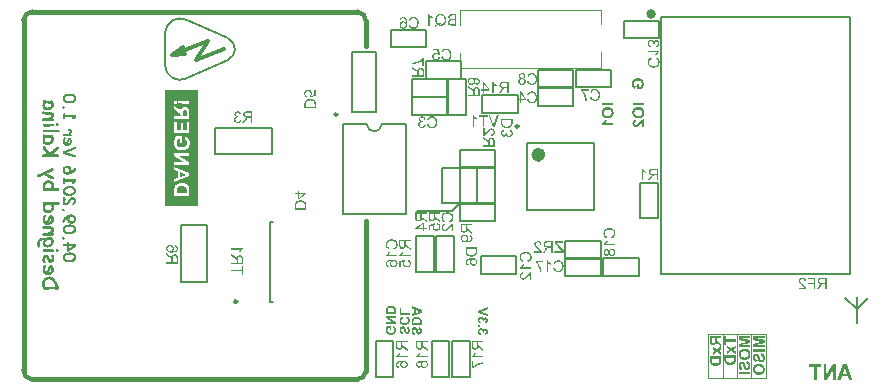
<source format=gbo>
G04 Layer_Color=32896*
%FSLAX44Y44*%
%MOMM*%
G71*
G01*
G75*
%ADD23C,0.2000*%
%ADD25C,0.3000*%
%ADD30C,0.4000*%
%ADD56C,0.6000*%
%ADD57C,0.2500*%
%ADD58C,0.1000*%
G36*
X497578Y222957D02*
X497366Y222505D01*
X497253Y222294D01*
X497127Y222097D01*
X497014Y221913D01*
X496901Y221744D01*
X496788Y221589D01*
X496690Y221448D01*
X496605Y221335D01*
X496521Y221237D01*
X496450Y221152D01*
X496408Y221096D01*
X496380Y221068D01*
X496365Y221053D01*
X503428D01*
Y219179D01*
X493616D01*
Y220701D01*
X493941Y220842D01*
X494237Y221025D01*
X494519Y221223D01*
X494744Y221420D01*
X494927Y221589D01*
X495069Y221744D01*
X495125Y221800D01*
X495167Y221843D01*
X495181Y221871D01*
X495195Y221885D01*
X495421Y222195D01*
X495618Y222491D01*
X495773Y222759D01*
X495886Y222999D01*
X495971Y223196D01*
X496041Y223337D01*
X496055Y223393D01*
X496069Y223436D01*
X496083Y223450D01*
Y223464D01*
X497775D01*
X497578Y222957D01*
D02*
G37*
G36*
X499044Y234530D02*
X499453Y234488D01*
X499833Y234431D01*
X500186Y234347D01*
X500510Y234248D01*
X500806Y234135D01*
X501088Y234023D01*
X501328Y233896D01*
X501553Y233783D01*
X501736Y233670D01*
X501906Y233557D01*
X502047Y233459D01*
X502145Y233374D01*
X502230Y233318D01*
X502272Y233276D01*
X502286Y233261D01*
X502526Y233008D01*
X502723Y232740D01*
X502906Y232472D01*
X503047Y232176D01*
X503174Y231894D01*
X503287Y231598D01*
X503372Y231330D01*
X503442Y231048D01*
X503498Y230794D01*
X503541Y230555D01*
X503569Y230343D01*
X503583Y230160D01*
X503597Y230019D01*
X503611Y229906D01*
Y229836D01*
Y229808D01*
X503597Y229413D01*
X503555Y229046D01*
X503484Y228694D01*
X503400Y228370D01*
X503301Y228060D01*
X503188Y227778D01*
X503076Y227524D01*
X502949Y227284D01*
X502822Y227087D01*
X502709Y226904D01*
X502596Y226749D01*
X502498Y226622D01*
X502413Y226509D01*
X502342Y226439D01*
X502300Y226396D01*
X502286Y226382D01*
X502018Y226157D01*
X501736Y225959D01*
X501440Y225776D01*
X501144Y225635D01*
X500834Y225508D01*
X500524Y225395D01*
X500214Y225311D01*
X499918Y225240D01*
X499650Y225198D01*
X499382Y225156D01*
X499157Y225127D01*
X498959Y225099D01*
X498790D01*
X498663Y225085D01*
X498564D01*
X498128Y225099D01*
X497719Y225142D01*
X497338Y225198D01*
X496972Y225282D01*
X496647Y225381D01*
X496337Y225494D01*
X496055Y225607D01*
X495816Y225734D01*
X495590Y225861D01*
X495393Y225973D01*
X495224Y226086D01*
X495083Y226185D01*
X494984Y226255D01*
X494899Y226326D01*
X494857Y226368D01*
X494843Y226382D01*
X494603Y226636D01*
X494392Y226904D01*
X494209Y227186D01*
X494053Y227467D01*
X493927Y227764D01*
X493814Y228046D01*
X493729Y228328D01*
X493659Y228595D01*
X493602Y228849D01*
X493560Y229089D01*
X493532Y229300D01*
X493504Y229483D01*
Y229624D01*
X493490Y229737D01*
Y229808D01*
Y229836D01*
X493504Y230259D01*
X493546Y230668D01*
X493616Y231020D01*
X493687Y231330D01*
X493729Y231457D01*
X493758Y231584D01*
X493786Y231682D01*
X493828Y231767D01*
X493842Y231838D01*
X493870Y231894D01*
X493884Y231922D01*
Y231936D01*
X493997Y232190D01*
X494138Y232430D01*
X494293Y232641D01*
X494434Y232824D01*
X494561Y232980D01*
X494674Y233106D01*
X494744Y233177D01*
X494758Y233191D01*
X494772Y233205D01*
X494998Y233402D01*
X495238Y233586D01*
X495449Y233741D01*
X495661Y233868D01*
X495844Y233966D01*
X495985Y234051D01*
X496041Y234065D01*
X496083Y234093D01*
X496098Y234107D01*
X496112D01*
X496506Y234248D01*
X496929Y234361D01*
X497352Y234431D01*
X497747Y234488D01*
X497930Y234502D01*
X498099Y234516D01*
X498240Y234530D01*
X498367D01*
X498480Y234544D01*
X498621D01*
X499044Y234530D01*
D02*
G37*
G36*
X503428Y236024D02*
X493673D01*
Y237998D01*
X503428D01*
Y236024D01*
D02*
G37*
G36*
X607000Y20663D02*
X606986Y20289D01*
X606972Y19942D01*
X606944Y19651D01*
X606903Y19415D01*
X606861Y19221D01*
X606833Y19068D01*
X606820Y19027D01*
Y18985D01*
X606806Y18971D01*
Y18957D01*
X606695Y18652D01*
X606570Y18375D01*
X606445Y18153D01*
X606320Y17959D01*
X606209Y17806D01*
X606126Y17695D01*
X606071Y17626D01*
X606043Y17598D01*
X605779Y17363D01*
X605502Y17155D01*
X605211Y16974D01*
X604947Y16836D01*
X604698Y16725D01*
X604601Y16669D01*
X604518Y16641D01*
X604434Y16614D01*
X604379Y16586D01*
X604351Y16572D01*
X604337D01*
X604004Y16475D01*
X603658Y16392D01*
X603325Y16336D01*
X603006Y16309D01*
X602853Y16295D01*
X602715Y16281D01*
X602604D01*
X602493Y16267D01*
X602299D01*
X601813Y16281D01*
X601383Y16322D01*
X601175Y16336D01*
X600995Y16364D01*
X600815Y16392D01*
X600662Y16420D01*
X600523Y16461D01*
X600398Y16489D01*
X600288Y16517D01*
X600204Y16530D01*
X600135Y16558D01*
X600080Y16572D01*
X600052Y16586D01*
X600038D01*
X599705Y16711D01*
X599400Y16863D01*
X599137Y17016D01*
X598915Y17168D01*
X598734Y17293D01*
X598596Y17404D01*
X598512Y17473D01*
X598485Y17487D01*
Y17501D01*
X598263Y17737D01*
X598083Y17973D01*
X597930Y18222D01*
X597805Y18444D01*
X597708Y18638D01*
X597639Y18805D01*
X597625Y18860D01*
X597611Y18902D01*
X597597Y18930D01*
Y18944D01*
X597528Y19207D01*
X597486Y19498D01*
X597445Y19803D01*
X597431Y20095D01*
X597417Y20358D01*
X597403Y20469D01*
Y20580D01*
Y20663D01*
Y20719D01*
Y20760D01*
Y20774D01*
Y24297D01*
X607000D01*
Y20663D01*
D02*
G37*
G36*
Y30524D02*
X604850Y29095D01*
X607000Y27667D01*
Y25420D01*
X603339Y27986D01*
X600038Y25642D01*
Y27792D01*
X601966Y29095D01*
X600038Y30316D01*
Y32562D01*
X603422Y30163D01*
X607000Y32673D01*
Y30524D01*
D02*
G37*
G36*
X599026Y37791D02*
X607000D01*
Y35849D01*
X599026D01*
Y33020D01*
X597403D01*
Y40634D01*
X599026D01*
Y37791D01*
D02*
G37*
G36*
X443868Y103468D02*
X439089D01*
X439428Y103060D01*
X439752Y102622D01*
X440034Y102200D01*
X440302Y101791D01*
X440415Y101608D01*
X440513Y101438D01*
X440612Y101283D01*
X440682Y101156D01*
X440739Y101044D01*
X440781Y100973D01*
X440809Y100917D01*
X440823Y100903D01*
X441105Y100339D01*
X441359Y99775D01*
X441571Y99239D01*
X441655Y99000D01*
X441740Y98760D01*
X441824Y98548D01*
X441881Y98351D01*
X441937Y98182D01*
X441979Y98041D01*
X442022Y97914D01*
X442050Y97830D01*
X442064Y97773D01*
Y97759D01*
X442205Y97181D01*
X442261Y96899D01*
X442304Y96645D01*
X442346Y96406D01*
X442388Y96166D01*
X442416Y95969D01*
X442444Y95771D01*
X442459Y95602D01*
X442473Y95447D01*
X442487Y95306D01*
Y95193D01*
X442501Y95109D01*
Y95052D01*
Y95010D01*
Y94996D01*
X441274D01*
X441232Y95532D01*
X441162Y96025D01*
X441091Y96476D01*
X441049Y96688D01*
X441007Y96885D01*
X440978Y97054D01*
X440936Y97209D01*
X440908Y97350D01*
X440880Y97463D01*
X440852Y97548D01*
X440837Y97618D01*
X440823Y97660D01*
Y97674D01*
X440612Y98323D01*
X440386Y98929D01*
X440274Y99225D01*
X440161Y99507D01*
X440034Y99761D01*
X439921Y100014D01*
X439823Y100240D01*
X439724Y100437D01*
X439639Y100607D01*
X439569Y100762D01*
X439498Y100889D01*
X439456Y100973D01*
X439428Y101030D01*
X439414Y101044D01*
X439244Y101340D01*
X439075Y101636D01*
X438906Y101903D01*
X438737Y102157D01*
X438582Y102383D01*
X438427Y102608D01*
X438272Y102806D01*
X438145Y102975D01*
X438018Y103144D01*
X437905Y103285D01*
X437793Y103398D01*
X437708Y103497D01*
X437651Y103581D01*
X437595Y103638D01*
X437567Y103666D01*
X437553Y103680D01*
Y104624D01*
X443868D01*
Y103468D01*
D02*
G37*
G36*
X457134Y104892D02*
X457585Y104822D01*
X457979Y104737D01*
X458163Y104681D01*
X458332Y104624D01*
X458487Y104568D01*
X458628Y104511D01*
X458741Y104469D01*
X458853Y104427D01*
X458924Y104385D01*
X458980Y104356D01*
X459023Y104342D01*
X459037Y104328D01*
X459417Y104089D01*
X459742Y103807D01*
X460023Y103525D01*
X460263Y103243D01*
X460446Y102989D01*
X460517Y102876D01*
X460573Y102778D01*
X460630Y102707D01*
X460658Y102651D01*
X460672Y102608D01*
X460686Y102594D01*
X460883Y102157D01*
X461024Y101706D01*
X461123Y101255D01*
X461194Y100846D01*
X461222Y100663D01*
X461236Y100480D01*
X461250Y100339D01*
Y100198D01*
X461264Y100099D01*
Y100014D01*
Y99958D01*
Y99944D01*
X461236Y99437D01*
X461179Y98943D01*
X461109Y98506D01*
X461053Y98295D01*
X461010Y98111D01*
X460968Y97942D01*
X460912Y97787D01*
X460869Y97646D01*
X460841Y97534D01*
X460799Y97449D01*
X460785Y97378D01*
X460756Y97336D01*
Y97322D01*
X460545Y96899D01*
X460305Y96518D01*
X460052Y96194D01*
X459925Y96067D01*
X459812Y95941D01*
X459699Y95828D01*
X459586Y95729D01*
X459488Y95645D01*
X459403Y95588D01*
X459347Y95532D01*
X459290Y95489D01*
X459262Y95475D01*
X459248Y95461D01*
X459051Y95348D01*
X458853Y95250D01*
X458430Y95095D01*
X458008Y94982D01*
X457599Y94911D01*
X457401Y94883D01*
X457232Y94855D01*
X457077Y94841D01*
X456950D01*
X456838Y94827D01*
X456683D01*
X456400Y94841D01*
X456133Y94869D01*
X455879Y94897D01*
X455639Y94954D01*
X455414Y95024D01*
X455202Y95095D01*
X455005Y95165D01*
X454822Y95250D01*
X454667Y95320D01*
X454511Y95391D01*
X454399Y95461D01*
X454286Y95532D01*
X454216Y95588D01*
X454145Y95616D01*
X454117Y95645D01*
X454103Y95659D01*
X453905Y95828D01*
X453736Y95997D01*
X453581Y96194D01*
X453426Y96392D01*
X453172Y96786D01*
X452975Y97181D01*
X452890Y97364D01*
X452820Y97534D01*
X452763Y97689D01*
X452721Y97815D01*
X452679Y97928D01*
X452651Y98013D01*
X452637Y98069D01*
Y98083D01*
X453934Y98407D01*
X453990Y98182D01*
X454060Y97971D01*
X454131Y97773D01*
X454201Y97590D01*
X454286Y97421D01*
X454371Y97280D01*
X454469Y97139D01*
X454554Y97012D01*
X454624Y96899D01*
X454709Y96814D01*
X454779Y96730D01*
X454836Y96659D01*
X454892Y96617D01*
X454934Y96575D01*
X454949Y96561D01*
X454963Y96547D01*
X455104Y96434D01*
X455259Y96349D01*
X455569Y96194D01*
X455865Y96081D01*
X456161Y96011D01*
X456415Y95955D01*
X456513Y95941D01*
X456612D01*
X456697Y95926D01*
X456795D01*
X457119Y95941D01*
X457430Y95997D01*
X457712Y96067D01*
X457965Y96152D01*
X458163Y96236D01*
X458247Y96279D01*
X458318Y96307D01*
X458374Y96335D01*
X458416Y96363D01*
X458445Y96377D01*
X458459D01*
X458727Y96575D01*
X458952Y96786D01*
X459149Y97026D01*
X459305Y97252D01*
X459431Y97449D01*
X459516Y97618D01*
X459544Y97689D01*
X459572Y97731D01*
X459586Y97759D01*
Y97773D01*
X459699Y98140D01*
X459784Y98506D01*
X459854Y98873D01*
X459897Y99211D01*
X459911Y99366D01*
X459925Y99507D01*
Y99634D01*
X459939Y99733D01*
Y99817D01*
Y99888D01*
Y99930D01*
Y99944D01*
X459925Y100311D01*
X459897Y100649D01*
X459840Y100959D01*
X459784Y101241D01*
X459742Y101481D01*
X459713Y101579D01*
X459685Y101664D01*
X459671Y101734D01*
X459657Y101777D01*
X459643Y101805D01*
Y101819D01*
X459502Y102143D01*
X459347Y102439D01*
X459178Y102679D01*
X458994Y102890D01*
X458839Y103060D01*
X458712Y103172D01*
X458614Y103243D01*
X458600Y103271D01*
X458586D01*
X458289Y103454D01*
X457965Y103595D01*
X457655Y103694D01*
X457359Y103750D01*
X457091Y103792D01*
X456978Y103807D01*
X456880D01*
X456809Y103821D01*
X456697D01*
X456344Y103807D01*
X456020Y103750D01*
X455752Y103666D01*
X455512Y103581D01*
X455329Y103482D01*
X455188Y103412D01*
X455104Y103356D01*
X455075Y103327D01*
X454850Y103116D01*
X454638Y102876D01*
X454469Y102622D01*
X454328Y102369D01*
X454216Y102143D01*
X454173Y102030D01*
X454145Y101946D01*
X454117Y101875D01*
X454089Y101819D01*
X454075Y101791D01*
Y101777D01*
X452806Y102073D01*
X452890Y102326D01*
X452975Y102552D01*
X453088Y102763D01*
X453186Y102975D01*
X453299Y103158D01*
X453426Y103327D01*
X453539Y103497D01*
X453652Y103638D01*
X453764Y103750D01*
X453863Y103863D01*
X453962Y103962D01*
X454032Y104032D01*
X454103Y104103D01*
X454159Y104145D01*
X454187Y104159D01*
X454201Y104173D01*
X454399Y104300D01*
X454596Y104427D01*
X454794Y104526D01*
X455005Y104610D01*
X455428Y104737D01*
X455808Y104822D01*
X455992Y104864D01*
X456147Y104878D01*
X456302Y104892D01*
X456429Y104906D01*
X456527Y104920D01*
X456668D01*
X457134Y104892D01*
D02*
G37*
G36*
X447942Y104554D02*
X448097Y104328D01*
X448281Y104103D01*
X448450Y103905D01*
X448619Y103736D01*
X448746Y103595D01*
X448802Y103553D01*
X448844Y103511D01*
X448859Y103497D01*
X448873Y103482D01*
X449169Y103243D01*
X449465Y103017D01*
X449747Y102820D01*
X450029Y102665D01*
X450268Y102524D01*
X450367Y102467D01*
X450452Y102425D01*
X450522Y102383D01*
X450578Y102369D01*
X450607Y102340D01*
X450621D01*
Y101185D01*
X450409Y101269D01*
X450198Y101368D01*
X449986Y101467D01*
X449789Y101565D01*
X449620Y101650D01*
X449479Y101720D01*
X449394Y101777D01*
X449380Y101791D01*
X449366D01*
X449112Y101946D01*
X448887Y102101D01*
X448689Y102242D01*
X448534Y102369D01*
X448393Y102467D01*
X448309Y102552D01*
X448238Y102608D01*
X448224Y102622D01*
Y94996D01*
X447026D01*
Y104793D01*
X447801D01*
X447942Y104554D01*
D02*
G37*
G36*
X502372Y114769D02*
X502598Y114741D01*
X502809Y114698D01*
X503021Y114642D01*
X503373Y114501D01*
X503542Y114431D01*
X503683Y114346D01*
X503824Y114261D01*
X503937Y114191D01*
X504036Y114106D01*
X504120Y114050D01*
X504191Y113994D01*
X504233Y113951D01*
X504261Y113923D01*
X504275Y113909D01*
X504430Y113740D01*
X504557Y113556D01*
X504670Y113359D01*
X504769Y113162D01*
X504839Y112979D01*
X504910Y112781D01*
X505008Y112401D01*
X505051Y112231D01*
X505079Y112076D01*
X505093Y111935D01*
X505107Y111809D01*
X505121Y111710D01*
Y111639D01*
Y111583D01*
Y111569D01*
X505107Y111301D01*
X505079Y111061D01*
X505037Y110822D01*
X504994Y110596D01*
X504924Y110399D01*
X504853Y110202D01*
X504783Y110018D01*
X504698Y109863D01*
X504614Y109722D01*
X504543Y109595D01*
X504473Y109497D01*
X504402Y109398D01*
X504360Y109327D01*
X504318Y109285D01*
X504289Y109257D01*
X504275Y109243D01*
X504106Y109088D01*
X503937Y108947D01*
X503768Y108834D01*
X503585Y108735D01*
X503415Y108637D01*
X503232Y108566D01*
X502908Y108468D01*
X502753Y108425D01*
X502612Y108397D01*
X502485Y108383D01*
X502386Y108369D01*
X502302Y108355D01*
X502175D01*
X501851Y108369D01*
X501555Y108425D01*
X501287Y108510D01*
X501061Y108594D01*
X500878Y108679D01*
X500737Y108764D01*
X500652Y108820D01*
X500638Y108834D01*
X500624D01*
X500399Y109031D01*
X500201Y109243D01*
X500046Y109468D01*
X499905Y109680D01*
X499807Y109877D01*
X499736Y110046D01*
X499708Y110103D01*
X499694Y110145D01*
X499680Y110173D01*
Y110187D01*
X499567Y109934D01*
X499440Y109722D01*
X499313Y109539D01*
X499186Y109384D01*
X499074Y109271D01*
X498989Y109186D01*
X498933Y109130D01*
X498904Y109116D01*
X498707Y108989D01*
X498510Y108904D01*
X498312Y108834D01*
X498115Y108792D01*
X497960Y108764D01*
X497833Y108750D01*
X497720D01*
X497523Y108764D01*
X497340Y108778D01*
X496987Y108876D01*
X496677Y109003D01*
X496409Y109144D01*
X496198Y109285D01*
X496113Y109356D01*
X496029Y109412D01*
X495972Y109468D01*
X495930Y109511D01*
X495916Y109525D01*
X495902Y109539D01*
X495775Y109694D01*
X495648Y109849D01*
X495549Y110018D01*
X495465Y110187D01*
X495338Y110526D01*
X495253Y110864D01*
X495211Y111005D01*
X495197Y111146D01*
X495183Y111273D01*
X495169Y111386D01*
X495155Y111470D01*
Y111541D01*
Y111583D01*
Y111597D01*
X495169Y111823D01*
X495183Y112048D01*
X495267Y112443D01*
X495324Y112626D01*
X495380Y112795D01*
X495451Y112950D01*
X495521Y113091D01*
X495592Y113204D01*
X495662Y113317D01*
X495718Y113416D01*
X495775Y113486D01*
X495817Y113542D01*
X495859Y113585D01*
X495873Y113613D01*
X495888Y113627D01*
X496029Y113754D01*
X496170Y113881D01*
X496325Y113980D01*
X496480Y114064D01*
X496776Y114205D01*
X497058Y114290D01*
X497297Y114346D01*
X497410Y114360D01*
X497495Y114374D01*
X497579Y114388D01*
X497678D01*
X497932Y114374D01*
X498171Y114332D01*
X498383Y114276D01*
X498566Y114205D01*
X498707Y114149D01*
X498820Y114092D01*
X498876Y114050D01*
X498904Y114036D01*
X499074Y113881D01*
X499229Y113712D01*
X499370Y113528D01*
X499482Y113345D01*
X499567Y113176D01*
X499623Y113049D01*
X499651Y112993D01*
X499666Y112950D01*
X499680Y112936D01*
Y112922D01*
X499778Y113246D01*
X499905Y113514D01*
X500060Y113754D01*
X500201Y113951D01*
X500342Y114106D01*
X500455Y114219D01*
X500526Y114276D01*
X500540Y114304D01*
X500554D01*
X500807Y114459D01*
X501075Y114586D01*
X501329Y114670D01*
X501583Y114727D01*
X501808Y114755D01*
X501907Y114769D01*
X501992D01*
X502048Y114783D01*
X502147D01*
X502372Y114769D01*
D02*
G37*
G36*
X498679Y121225D02*
X498580Y121014D01*
X498481Y120802D01*
X498383Y120605D01*
X498298Y120436D01*
X498228Y120295D01*
X498171Y120210D01*
X498157Y120196D01*
Y120182D01*
X498002Y119928D01*
X497847Y119703D01*
X497706Y119506D01*
X497579Y119350D01*
X497481Y119209D01*
X497396Y119125D01*
X497340Y119054D01*
X497326Y119040D01*
X504952D01*
Y117842D01*
X495155D01*
Y118617D01*
X495394Y118758D01*
X495620Y118913D01*
X495845Y119097D01*
X496043Y119266D01*
X496212Y119435D01*
X496353Y119562D01*
X496395Y119618D01*
X496437Y119661D01*
X496451Y119675D01*
X496466Y119689D01*
X496705Y119985D01*
X496931Y120281D01*
X497128Y120563D01*
X497283Y120845D01*
X497424Y121084D01*
X497481Y121183D01*
X497523Y121268D01*
X497565Y121338D01*
X497579Y121395D01*
X497607Y121423D01*
Y121437D01*
X498763D01*
X498679Y121225D01*
D02*
G37*
G36*
X500511Y132052D02*
X501005Y131995D01*
X501442Y131925D01*
X501653Y131868D01*
X501837Y131826D01*
X502006Y131784D01*
X502161Y131728D01*
X502302Y131685D01*
X502415Y131657D01*
X502499Y131615D01*
X502570Y131601D01*
X502612Y131573D01*
X502626D01*
X503049Y131361D01*
X503429Y131121D01*
X503754Y130868D01*
X503881Y130741D01*
X504007Y130628D01*
X504120Y130515D01*
X504219Y130402D01*
X504304Y130304D01*
X504360Y130219D01*
X504416Y130163D01*
X504459Y130106D01*
X504473Y130078D01*
X504487Y130064D01*
X504600Y129867D01*
X504698Y129669D01*
X504853Y129247D01*
X504966Y128824D01*
X505037Y128415D01*
X505065Y128217D01*
X505093Y128048D01*
X505107Y127893D01*
Y127766D01*
X505121Y127654D01*
Y127569D01*
Y127513D01*
Y127499D01*
X505107Y127217D01*
X505079Y126949D01*
X505051Y126695D01*
X504994Y126455D01*
X504924Y126230D01*
X504853Y126018D01*
X504783Y125821D01*
X504698Y125638D01*
X504628Y125483D01*
X504557Y125328D01*
X504487Y125215D01*
X504416Y125102D01*
X504360Y125031D01*
X504332Y124961D01*
X504304Y124933D01*
X504289Y124919D01*
X504120Y124721D01*
X503951Y124552D01*
X503754Y124397D01*
X503556Y124242D01*
X503162Y123988D01*
X502767Y123791D01*
X502584Y123706D01*
X502415Y123636D01*
X502259Y123580D01*
X502133Y123537D01*
X502020Y123495D01*
X501935Y123467D01*
X501879Y123453D01*
X501865D01*
X501540Y124750D01*
X501766Y124806D01*
X501978Y124876D01*
X502175Y124947D01*
X502358Y125017D01*
X502527Y125102D01*
X502668Y125187D01*
X502809Y125285D01*
X502936Y125370D01*
X503049Y125440D01*
X503134Y125525D01*
X503218Y125595D01*
X503289Y125652D01*
X503331Y125708D01*
X503373Y125750D01*
X503387Y125765D01*
X503401Y125779D01*
X503514Y125920D01*
X503599Y126075D01*
X503754Y126385D01*
X503867Y126681D01*
X503937Y126977D01*
X503993Y127231D01*
X504007Y127329D01*
Y127428D01*
X504022Y127513D01*
Y127569D01*
Y127597D01*
Y127611D01*
X504007Y127935D01*
X503951Y128246D01*
X503881Y128528D01*
X503796Y128781D01*
X503712Y128979D01*
X503669Y129063D01*
X503641Y129134D01*
X503613Y129190D01*
X503585Y129232D01*
X503571Y129261D01*
Y129275D01*
X503373Y129543D01*
X503162Y129768D01*
X502922Y129965D01*
X502696Y130120D01*
X502499Y130247D01*
X502330Y130332D01*
X502259Y130360D01*
X502217Y130388D01*
X502189Y130402D01*
X502175D01*
X501808Y130515D01*
X501442Y130600D01*
X501075Y130670D01*
X500737Y130713D01*
X500582Y130727D01*
X500441Y130741D01*
X500314D01*
X500215Y130755D01*
X500004D01*
X499637Y130741D01*
X499299Y130713D01*
X498989Y130656D01*
X498707Y130600D01*
X498467Y130557D01*
X498369Y130529D01*
X498284Y130501D01*
X498214Y130487D01*
X498171Y130473D01*
X498143Y130459D01*
X498129D01*
X497805Y130318D01*
X497509Y130163D01*
X497269Y129994D01*
X497058Y129810D01*
X496889Y129655D01*
X496776Y129528D01*
X496705Y129430D01*
X496677Y129416D01*
Y129402D01*
X496494Y129106D01*
X496353Y128781D01*
X496254Y128471D01*
X496198Y128175D01*
X496156Y127907D01*
X496141Y127795D01*
Y127696D01*
X496127Y127625D01*
Y127569D01*
Y127527D01*
Y127513D01*
X496141Y127160D01*
X496198Y126836D01*
X496282Y126568D01*
X496367Y126328D01*
X496466Y126145D01*
X496536Y126004D01*
X496592Y125920D01*
X496621Y125891D01*
X496832Y125666D01*
X497072Y125454D01*
X497326Y125285D01*
X497579Y125144D01*
X497805Y125031D01*
X497918Y124989D01*
X498002Y124961D01*
X498073Y124933D01*
X498129Y124905D01*
X498157Y124890D01*
X498171D01*
X497875Y123622D01*
X497622Y123706D01*
X497396Y123791D01*
X497185Y123904D01*
X496973Y124002D01*
X496790Y124115D01*
X496621Y124242D01*
X496451Y124355D01*
X496311Y124468D01*
X496198Y124580D01*
X496085Y124679D01*
X495986Y124778D01*
X495916Y124848D01*
X495845Y124919D01*
X495803Y124975D01*
X495789Y125003D01*
X495775Y125017D01*
X495648Y125215D01*
X495521Y125412D01*
X495422Y125610D01*
X495338Y125821D01*
X495211Y126244D01*
X495126Y126624D01*
X495084Y126808D01*
X495070Y126963D01*
X495056Y127118D01*
X495042Y127245D01*
X495028Y127343D01*
Y127414D01*
Y127470D01*
Y127484D01*
X495056Y127950D01*
X495126Y128401D01*
X495211Y128795D01*
X495267Y128979D01*
X495324Y129148D01*
X495380Y129303D01*
X495437Y129444D01*
X495479Y129557D01*
X495521Y129669D01*
X495563Y129740D01*
X495592Y129796D01*
X495606Y129839D01*
X495620Y129853D01*
X495859Y130233D01*
X496141Y130557D01*
X496423Y130840D01*
X496705Y131079D01*
X496959Y131262D01*
X497072Y131333D01*
X497170Y131389D01*
X497241Y131446D01*
X497297Y131474D01*
X497340Y131488D01*
X497354Y131502D01*
X497791Y131699D01*
X498242Y131840D01*
X498693Y131939D01*
X499102Y132009D01*
X499285Y132038D01*
X499468Y132052D01*
X499609Y132066D01*
X499750D01*
X499849Y132080D01*
X500004D01*
X500511Y132052D01*
D02*
G37*
G36*
X335443Y48408D02*
X335695Y48372D01*
X335924Y48312D01*
X336116Y48252D01*
X336272Y48192D01*
X336380Y48132D01*
X336452Y48096D01*
X336476Y48084D01*
X336669Y47951D01*
X336837Y47795D01*
X336981Y47639D01*
X337101Y47495D01*
X337197Y47363D01*
X337269Y47255D01*
X337317Y47183D01*
X337329Y47171D01*
Y47158D01*
X337389Y47038D01*
X337450Y46918D01*
X337558Y46630D01*
X337654Y46329D01*
X337750Y46041D01*
X337786Y45909D01*
X337822Y45777D01*
X337858Y45657D01*
X337882Y45561D01*
X337906Y45476D01*
X337918Y45416D01*
X337930Y45368D01*
Y45356D01*
X337990Y45140D01*
X338038Y44948D01*
X338086Y44768D01*
X338134Y44599D01*
X338182Y44467D01*
X338231Y44335D01*
X338279Y44227D01*
X338315Y44131D01*
X338351Y44047D01*
X338387Y43987D01*
X338411Y43927D01*
X338435Y43891D01*
X338471Y43831D01*
X338483Y43819D01*
X338567Y43734D01*
X338651Y43674D01*
X338735Y43638D01*
X338819Y43614D01*
X338879Y43590D01*
X338939Y43578D01*
X338987D01*
X339108Y43590D01*
X339204Y43614D01*
X339300Y43662D01*
X339372Y43710D01*
X339432Y43759D01*
X339468Y43807D01*
X339492Y43831D01*
X339504Y43843D01*
X339612Y44011D01*
X339684Y44191D01*
X339744Y44383D01*
X339780Y44563D01*
X339804Y44720D01*
X339816Y44852D01*
Y44900D01*
Y44936D01*
Y44960D01*
Y44972D01*
X339804Y45224D01*
X339768Y45441D01*
X339720Y45621D01*
X339672Y45765D01*
X339624Y45885D01*
X339576Y45969D01*
X339540Y46017D01*
X339528Y46029D01*
X339408Y46149D01*
X339264Y46258D01*
X339119Y46342D01*
X338963Y46402D01*
X338831Y46450D01*
X338723Y46474D01*
X338639Y46498D01*
X338615D01*
X338675Y48180D01*
X338891Y48168D01*
X339084Y48132D01*
X339276Y48084D01*
X339444Y48024D01*
X339612Y47964D01*
X339768Y47891D01*
X339901Y47819D01*
X340033Y47747D01*
X340141Y47663D01*
X340237Y47591D01*
X340321Y47519D01*
X340393Y47459D01*
X340441Y47411D01*
X340477Y47375D01*
X340501Y47351D01*
X340513Y47339D01*
X340633Y47183D01*
X340742Y47014D01*
X340838Y46834D01*
X340922Y46642D01*
X340982Y46450D01*
X341042Y46258D01*
X341126Y45873D01*
X341150Y45693D01*
X341174Y45537D01*
X341186Y45380D01*
X341198Y45248D01*
X341210Y45140D01*
Y45068D01*
Y45020D01*
Y44996D01*
X341198Y44648D01*
X341162Y44335D01*
X341114Y44059D01*
X341066Y43819D01*
X341030Y43710D01*
X341006Y43614D01*
X340982Y43542D01*
X340958Y43470D01*
X340934Y43422D01*
X340922Y43386D01*
X340910Y43362D01*
Y43350D01*
X340789Y43110D01*
X340657Y42906D01*
X340513Y42725D01*
X340381Y42581D01*
X340261Y42461D01*
X340165Y42389D01*
X340093Y42329D01*
X340081Y42317D01*
X340069D01*
X339864Y42197D01*
X339648Y42113D01*
X339444Y42052D01*
X339264Y42017D01*
X339108Y41992D01*
X338987Y41968D01*
X338879D01*
X338699Y41980D01*
X338519Y42004D01*
X338363Y42041D01*
X338206Y42088D01*
X337918Y42209D01*
X337666Y42353D01*
X337558Y42413D01*
X337474Y42485D01*
X337389Y42545D01*
X337317Y42605D01*
X337269Y42653D01*
X337233Y42689D01*
X337209Y42713D01*
X337197Y42725D01*
X337113Y42833D01*
X337029Y42966D01*
X336945Y43098D01*
X336873Y43254D01*
X336729Y43554D01*
X336609Y43867D01*
X336561Y44023D01*
X336512Y44155D01*
X336476Y44287D01*
X336440Y44395D01*
X336416Y44479D01*
X336392Y44551D01*
X336380Y44599D01*
Y44612D01*
X336332Y44804D01*
X336284Y44972D01*
X336248Y45128D01*
X336212Y45272D01*
X336176Y45392D01*
X336152Y45501D01*
X336116Y45597D01*
X336092Y45681D01*
X336080Y45753D01*
X336056Y45813D01*
X336032Y45897D01*
X336008Y45945D01*
Y45957D01*
X335948Y46113D01*
X335888Y46233D01*
X335828Y46342D01*
X335768Y46426D01*
X335719Y46486D01*
X335684Y46522D01*
X335659Y46546D01*
X335647Y46558D01*
X335563Y46618D01*
X335479Y46666D01*
X335395Y46690D01*
X335323Y46714D01*
X335251Y46726D01*
X335191Y46738D01*
X335143D01*
X334975Y46726D01*
X334831Y46678D01*
X334686Y46606D01*
X334566Y46534D01*
X334470Y46450D01*
X334398Y46390D01*
X334350Y46342D01*
X334338Y46318D01*
X334230Y46149D01*
X334146Y45957D01*
X334086Y45753D01*
X334049Y45561D01*
X334025Y45380D01*
X334002Y45236D01*
Y45176D01*
Y45140D01*
Y45116D01*
Y45104D01*
X334013Y44828D01*
X334062Y44587D01*
X334122Y44383D01*
X334194Y44203D01*
X334266Y44059D01*
X334326Y43963D01*
X334374Y43903D01*
X334386Y43879D01*
X334554Y43723D01*
X334734Y43602D01*
X334939Y43494D01*
X335143Y43422D01*
X335323Y43362D01*
X335467Y43314D01*
X335515Y43302D01*
X335563D01*
X335587Y43290D01*
X335599D01*
X335443Y41656D01*
X335191Y41692D01*
X334951Y41740D01*
X334722Y41812D01*
X334518Y41872D01*
X334326Y41956D01*
X334146Y42041D01*
X333989Y42125D01*
X333845Y42209D01*
X333725Y42293D01*
X333617Y42377D01*
X333521Y42449D01*
X333437Y42521D01*
X333377Y42569D01*
X333341Y42617D01*
X333317Y42641D01*
X333305Y42653D01*
X333172Y42821D01*
X333064Y43002D01*
X332968Y43194D01*
X332884Y43398D01*
X332824Y43590D01*
X332764Y43795D01*
X332680Y44191D01*
X332644Y44371D01*
X332620Y44539D01*
X332608Y44684D01*
X332596Y44816D01*
X332584Y44924D01*
Y45008D01*
Y45068D01*
Y45080D01*
X332596Y45465D01*
X332632Y45813D01*
X332680Y46125D01*
X332704Y46258D01*
X332740Y46390D01*
X332764Y46498D01*
X332788Y46594D01*
X332812Y46678D01*
X332836Y46750D01*
X332860Y46810D01*
X332872Y46846D01*
X332884Y46870D01*
Y46882D01*
X333016Y47147D01*
X333161Y47363D01*
X333305Y47567D01*
X333461Y47723D01*
X333593Y47843D01*
X333713Y47940D01*
X333785Y47987D01*
X333797Y48011D01*
X333809D01*
X334049Y48144D01*
X334278Y48252D01*
X334506Y48324D01*
X334722Y48372D01*
X334891Y48396D01*
X334975Y48408D01*
X335035Y48420D01*
X335155D01*
X335443Y48408D01*
D02*
G37*
G36*
X337233Y56794D02*
X337606Y56758D01*
X337786Y56746D01*
X337942Y56722D01*
X338098Y56698D01*
X338231Y56674D01*
X338351Y56638D01*
X338459Y56614D01*
X338555Y56590D01*
X338627Y56578D01*
X338687Y56554D01*
X338735Y56542D01*
X338759Y56530D01*
X338771D01*
X339059Y56421D01*
X339324Y56289D01*
X339552Y56157D01*
X339744Y56025D01*
X339901Y55917D01*
X340021Y55821D01*
X340093Y55761D01*
X340117Y55749D01*
Y55737D01*
X340309Y55532D01*
X340465Y55328D01*
X340597Y55112D01*
X340705Y54920D01*
X340789Y54752D01*
X340850Y54607D01*
X340862Y54559D01*
X340874Y54523D01*
X340886Y54499D01*
Y54487D01*
X340946Y54259D01*
X340982Y54007D01*
X341018Y53742D01*
X341030Y53490D01*
X341042Y53262D01*
X341054Y53166D01*
Y53070D01*
Y52997D01*
Y52949D01*
Y52913D01*
Y52901D01*
Y49850D01*
X332740D01*
Y52997D01*
X332752Y53322D01*
X332764Y53622D01*
X332788Y53875D01*
X332824Y54079D01*
X332860Y54247D01*
X332884Y54379D01*
X332896Y54415D01*
Y54451D01*
X332908Y54463D01*
Y54475D01*
X333004Y54739D01*
X333112Y54980D01*
X333221Y55172D01*
X333329Y55340D01*
X333425Y55472D01*
X333497Y55568D01*
X333545Y55628D01*
X333569Y55653D01*
X333797Y55857D01*
X334038Y56037D01*
X334290Y56193D01*
X334518Y56313D01*
X334734Y56410D01*
X334818Y56458D01*
X334891Y56481D01*
X334963Y56506D01*
X335011Y56530D01*
X335035Y56542D01*
X335047D01*
X335335Y56626D01*
X335635Y56698D01*
X335924Y56746D01*
X336200Y56770D01*
X336332Y56782D01*
X336452Y56794D01*
X336549D01*
X336645Y56806D01*
X336813D01*
X337233Y56794D01*
D02*
G37*
G36*
X341054Y62380D02*
Y60602D01*
X332740Y57383D01*
Y59161D01*
X334626Y59845D01*
Y63186D01*
X332740Y63906D01*
Y65721D01*
X341054Y62380D01*
D02*
G37*
G36*
X390472Y48516D02*
X388874D01*
Y50114D01*
X390472D01*
Y48516D01*
D02*
G37*
G36*
X391637Y56854D02*
X391878Y56806D01*
X392106Y56746D01*
X392286Y56662D01*
X392442Y56578D01*
X392550Y56518D01*
X392622Y56469D01*
X392646Y56445D01*
X392827Y56277D01*
X392983Y56085D01*
X393103Y55893D01*
X393199Y55713D01*
X393271Y55556D01*
X393307Y55424D01*
X393331Y55376D01*
Y55340D01*
X393343Y55316D01*
Y55304D01*
X393475Y55520D01*
X393608Y55701D01*
X393752Y55857D01*
X393896Y56001D01*
X394040Y56121D01*
X394184Y56217D01*
X394328Y56289D01*
X394461Y56361D01*
X394593Y56409D01*
X394713Y56445D01*
X394821Y56469D01*
X394917Y56481D01*
X394989Y56494D01*
X395049Y56506D01*
X395097D01*
X395242Y56494D01*
X395374Y56481D01*
X395638Y56409D01*
X395878Y56325D01*
X396082Y56217D01*
X396251Y56109D01*
X396371Y56013D01*
X396419Y55977D01*
X396455Y55941D01*
X396467Y55929D01*
X396479Y55917D01*
X396611Y55785D01*
X396731Y55628D01*
X396827Y55484D01*
X396912Y55328D01*
X396996Y55160D01*
X397056Y55004D01*
X397140Y54703D01*
X397176Y54571D01*
X397200Y54439D01*
X397212Y54331D01*
X397224Y54223D01*
X397236Y54139D01*
Y54079D01*
Y54043D01*
Y54031D01*
X397224Y53778D01*
X397200Y53550D01*
X397152Y53334D01*
X397104Y53154D01*
X397056Y53009D01*
X397008Y52889D01*
X396984Y52817D01*
X396972Y52805D01*
Y52793D01*
X396863Y52601D01*
X396743Y52421D01*
X396623Y52277D01*
X396515Y52156D01*
X396407Y52060D01*
X396323Y51988D01*
X396275Y51940D01*
X396251Y51928D01*
X396071Y51820D01*
X395878Y51724D01*
X395674Y51652D01*
X395482Y51580D01*
X395302Y51532D01*
X395169Y51496D01*
X395109Y51484D01*
X395073D01*
X395049Y51472D01*
X395037D01*
X394797Y52937D01*
X394989Y52973D01*
X395157Y53021D01*
X395302Y53070D01*
X395410Y53130D01*
X395506Y53190D01*
X395578Y53238D01*
X395614Y53274D01*
X395626Y53286D01*
X395722Y53394D01*
X395794Y53514D01*
X395842Y53634D01*
X395878Y53742D01*
X395902Y53838D01*
X395914Y53910D01*
Y53971D01*
Y53983D01*
X395902Y54127D01*
X395878Y54271D01*
X395830Y54379D01*
X395794Y54475D01*
X395746Y54559D01*
X395698Y54607D01*
X395674Y54643D01*
X395662Y54655D01*
X395566Y54739D01*
X395446Y54799D01*
X395338Y54848D01*
X395229Y54872D01*
X395133Y54896D01*
X395061Y54908D01*
X394989D01*
X394809Y54896D01*
X394653Y54860D01*
X394521Y54799D01*
X394412Y54739D01*
X394316Y54667D01*
X394256Y54619D01*
X394208Y54571D01*
X394196Y54559D01*
X394100Y54415D01*
X394028Y54259D01*
X393980Y54091D01*
X393944Y53934D01*
X393932Y53790D01*
X393920Y53670D01*
Y53622D01*
Y53586D01*
Y53574D01*
Y53562D01*
X392634Y53394D01*
X392671Y53550D01*
X392706Y53682D01*
X392731Y53814D01*
X392743Y53923D01*
X392755Y54007D01*
Y54067D01*
Y54115D01*
Y54127D01*
X392743Y54295D01*
X392695Y54439D01*
X392646Y54571D01*
X392574Y54691D01*
X392514Y54776D01*
X392454Y54848D01*
X392406Y54896D01*
X392394Y54908D01*
X392250Y55016D01*
X392094Y55100D01*
X391938Y55160D01*
X391781Y55208D01*
X391637Y55232D01*
X391529Y55244D01*
X391433D01*
X391205Y55232D01*
X391001Y55196D01*
X390820Y55136D01*
X390676Y55076D01*
X390568Y55004D01*
X390484Y54956D01*
X390424Y54908D01*
X390412Y54896D01*
X390292Y54763D01*
X390196Y54619D01*
X390135Y54487D01*
X390087Y54355D01*
X390063Y54235D01*
X390051Y54151D01*
X390039Y54091D01*
Y54067D01*
X390051Y53899D01*
X390087Y53754D01*
X390135Y53622D01*
X390196Y53502D01*
X390244Y53418D01*
X390292Y53346D01*
X390328Y53298D01*
X390340Y53286D01*
X390472Y53178D01*
X390616Y53081D01*
X390772Y53021D01*
X390916Y52961D01*
X391049Y52925D01*
X391157Y52901D01*
X391229Y52889D01*
X391253D01*
X391061Y51351D01*
X390868Y51375D01*
X390688Y51424D01*
X390352Y51532D01*
X390063Y51664D01*
X389943Y51748D01*
X389823Y51820D01*
X389715Y51892D01*
X389631Y51964D01*
X389547Y52024D01*
X389487Y52084D01*
X389439Y52132D01*
X389403Y52168D01*
X389379Y52193D01*
X389367Y52204D01*
X389258Y52349D01*
X389150Y52505D01*
X389066Y52649D01*
X388994Y52817D01*
X388874Y53130D01*
X388802Y53418D01*
X388778Y53562D01*
X388754Y53682D01*
X388742Y53790D01*
X388730Y53886D01*
X388718Y53971D01*
Y54031D01*
Y54067D01*
Y54079D01*
X388730Y54295D01*
X388754Y54511D01*
X388790Y54703D01*
X388838Y54896D01*
X388898Y55064D01*
X388958Y55232D01*
X389030Y55388D01*
X389102Y55520D01*
X389174Y55641D01*
X389246Y55761D01*
X389306Y55845D01*
X389367Y55929D01*
X389415Y55989D01*
X389451Y56037D01*
X389475Y56061D01*
X389487Y56073D01*
X389631Y56217D01*
X389787Y56337D01*
X389943Y56445D01*
X390099Y56542D01*
X390268Y56614D01*
X390424Y56686D01*
X390712Y56782D01*
X390844Y56806D01*
X390976Y56830D01*
X391085Y56854D01*
X391181Y56866D01*
X391253Y56878D01*
X391361D01*
X391637Y56854D01*
D02*
G37*
G36*
X397188Y63342D02*
X391037Y61311D01*
X397188Y59197D01*
Y57383D01*
X388874Y60362D01*
Y62176D01*
X397188Y65132D01*
Y63342D01*
D02*
G37*
G36*
X315353Y45813D02*
X313948D01*
Y47735D01*
X312878D01*
X312770Y47591D01*
X312674Y47435D01*
X312590Y47279D01*
X312518Y47134D01*
X312458Y47014D01*
X312410Y46906D01*
X312386Y46846D01*
X312374Y46834D01*
Y46822D01*
X312302Y46630D01*
X312254Y46438D01*
X312218Y46257D01*
X312194Y46101D01*
X312181Y45957D01*
X312169Y45861D01*
Y45789D01*
Y45777D01*
Y45765D01*
X312181Y45573D01*
X312206Y45380D01*
X312242Y45212D01*
X312290Y45044D01*
X312410Y44744D01*
X312470Y44623D01*
X312542Y44503D01*
X312614Y44395D01*
X312674Y44299D01*
X312746Y44227D01*
X312794Y44155D01*
X312842Y44107D01*
X312878Y44071D01*
X312902Y44047D01*
X312914Y44035D01*
X313059Y43927D01*
X313227Y43819D01*
X313395Y43734D01*
X313575Y43662D01*
X313948Y43542D01*
X314308Y43470D01*
X314476Y43446D01*
X314644Y43422D01*
X314777Y43410D01*
X314909Y43398D01*
X315005Y43386D01*
X315149D01*
X315401Y43398D01*
X315630Y43410D01*
X315858Y43446D01*
X316062Y43482D01*
X316242Y43530D01*
X316411Y43590D01*
X316567Y43650D01*
X316711Y43710D01*
X316831Y43759D01*
X316939Y43819D01*
X317023Y43879D01*
X317095Y43927D01*
X317155Y43963D01*
X317191Y43999D01*
X317215Y44011D01*
X317227Y44023D01*
X317348Y44155D01*
X317468Y44287D01*
X317552Y44431D01*
X317636Y44576D01*
X317708Y44720D01*
X317768Y44864D01*
X317852Y45140D01*
X317876Y45272D01*
X317900Y45392D01*
X317912Y45500D01*
X317924Y45597D01*
X317936Y45669D01*
Y45729D01*
Y45765D01*
Y45777D01*
X317924Y46041D01*
X317876Y46269D01*
X317828Y46474D01*
X317756Y46654D01*
X317696Y46786D01*
X317636Y46894D01*
X317588Y46954D01*
X317576Y46978D01*
X317432Y47147D01*
X317276Y47291D01*
X317119Y47411D01*
X316963Y47495D01*
X316819Y47567D01*
X316711Y47615D01*
X316639Y47639D01*
X316627Y47651D01*
X316615D01*
X316927Y49321D01*
X317131Y49273D01*
X317336Y49201D01*
X317516Y49129D01*
X317684Y49033D01*
X317852Y48949D01*
X317996Y48853D01*
X318129Y48756D01*
X318249Y48660D01*
X318357Y48564D01*
X318453Y48480D01*
X318537Y48408D01*
X318597Y48336D01*
X318645Y48276D01*
X318693Y48228D01*
X318705Y48204D01*
X318717Y48192D01*
X318837Y48024D01*
X318934Y47843D01*
X319018Y47651D01*
X319090Y47447D01*
X319210Y47050D01*
X319282Y46666D01*
X319318Y46486D01*
X319330Y46318D01*
X319342Y46161D01*
X319354Y46029D01*
X319366Y45921D01*
Y45849D01*
Y45789D01*
Y45777D01*
X319354Y45344D01*
X319306Y44960D01*
X319270Y44792D01*
X319234Y44623D01*
X319198Y44467D01*
X319162Y44335D01*
X319114Y44215D01*
X319078Y44095D01*
X319042Y44011D01*
X319018Y43927D01*
X318982Y43867D01*
X318969Y43819D01*
X318946Y43794D01*
Y43783D01*
X318729Y43410D01*
X318597Y43254D01*
X318477Y43098D01*
X318345Y42954D01*
X318213Y42821D01*
X318081Y42701D01*
X317960Y42593D01*
X317840Y42509D01*
X317732Y42425D01*
X317636Y42353D01*
X317552Y42293D01*
X317480Y42257D01*
X317432Y42221D01*
X317396Y42209D01*
X317384Y42197D01*
X317191Y42101D01*
X316999Y42016D01*
X316603Y41884D01*
X316206Y41788D01*
X315858Y41728D01*
X315690Y41704D01*
X315546Y41680D01*
X315413Y41668D01*
X315293D01*
X315209Y41656D01*
X315077D01*
X314632Y41680D01*
X314224Y41728D01*
X313852Y41812D01*
X313671Y41848D01*
X313515Y41896D01*
X313371Y41944D01*
X313239Y41980D01*
X313131Y42028D01*
X313034Y42064D01*
X312962Y42088D01*
X312902Y42112D01*
X312866Y42137D01*
X312854D01*
X312494Y42341D01*
X312181Y42569D01*
X311905Y42809D01*
X311689Y43050D01*
X311593Y43158D01*
X311509Y43266D01*
X311437Y43350D01*
X311389Y43434D01*
X311341Y43494D01*
X311304Y43554D01*
X311292Y43578D01*
X311280Y43590D01*
X311184Y43783D01*
X311100Y43963D01*
X310968Y44359D01*
X310872Y44744D01*
X310812Y45092D01*
X310788Y45260D01*
X310764Y45404D01*
X310752Y45537D01*
Y45657D01*
X310740Y45741D01*
Y45813D01*
Y45861D01*
Y45873D01*
X310752Y46257D01*
X310800Y46618D01*
X310860Y46966D01*
X310932Y47267D01*
X310968Y47399D01*
X311004Y47519D01*
X311040Y47627D01*
X311064Y47723D01*
X311088Y47795D01*
X311112Y47843D01*
X311124Y47879D01*
Y47891D01*
X311268Y48252D01*
X311425Y48552D01*
X311581Y48816D01*
X311713Y49045D01*
X311833Y49213D01*
X311881Y49273D01*
X311929Y49333D01*
X311965Y49369D01*
X311989Y49405D01*
X312013Y49429D01*
X315353D01*
Y45813D01*
D02*
G37*
G36*
X319210Y56049D02*
X313611D01*
X319210Y52613D01*
Y50991D01*
X310896D01*
Y52541D01*
X316374D01*
X310896Y55917D01*
Y57599D01*
X319210D01*
Y56049D01*
D02*
G37*
G36*
X315389Y66321D02*
X315762Y66285D01*
X315942Y66273D01*
X316098Y66249D01*
X316254Y66225D01*
X316387Y66201D01*
X316507Y66165D01*
X316615Y66141D01*
X316711Y66117D01*
X316783Y66105D01*
X316843Y66081D01*
X316891Y66069D01*
X316915Y66057D01*
X316927D01*
X317215Y65949D01*
X317480Y65817D01*
X317708Y65684D01*
X317900Y65552D01*
X318057Y65444D01*
X318177Y65348D01*
X318249Y65288D01*
X318273Y65276D01*
Y65264D01*
X318465Y65060D01*
X318621Y64855D01*
X318753Y64639D01*
X318861Y64447D01*
X318946Y64279D01*
X319006Y64135D01*
X319018Y64086D01*
X319030Y64050D01*
X319042Y64026D01*
Y64014D01*
X319102Y63786D01*
X319138Y63534D01*
X319174Y63270D01*
X319186Y63017D01*
X319198Y62789D01*
X319210Y62693D01*
Y62597D01*
Y62525D01*
Y62477D01*
Y62441D01*
Y62429D01*
Y59377D01*
X310896D01*
Y62525D01*
X310908Y62849D01*
X310920Y63149D01*
X310944Y63402D01*
X310980Y63606D01*
X311016Y63774D01*
X311040Y63906D01*
X311052Y63942D01*
Y63978D01*
X311064Y63990D01*
Y64002D01*
X311160Y64267D01*
X311268Y64507D01*
X311377Y64699D01*
X311485Y64867D01*
X311581Y65000D01*
X311653Y65096D01*
X311701Y65156D01*
X311725Y65180D01*
X311953Y65384D01*
X312194Y65564D01*
X312446Y65720D01*
X312674Y65841D01*
X312890Y65937D01*
X312974Y65985D01*
X313046Y66009D01*
X313119Y66033D01*
X313167Y66057D01*
X313191Y66069D01*
X313203D01*
X313491Y66153D01*
X313791Y66225D01*
X314080Y66273D01*
X314356Y66297D01*
X314488Y66309D01*
X314608Y66321D01*
X314704D01*
X314801Y66333D01*
X314969D01*
X315389Y66321D01*
D02*
G37*
G36*
X325283Y48916D02*
X325536Y48880D01*
X325764Y48820D01*
X325956Y48760D01*
X326112Y48700D01*
X326220Y48640D01*
X326292Y48604D01*
X326316Y48592D01*
X326509Y48459D01*
X326677Y48303D01*
X326821Y48147D01*
X326941Y48003D01*
X327037Y47871D01*
X327109Y47763D01*
X327157Y47691D01*
X327169Y47678D01*
Y47667D01*
X327229Y47546D01*
X327290Y47426D01*
X327398Y47138D01*
X327494Y46838D01*
X327590Y46549D01*
X327626Y46417D01*
X327662Y46285D01*
X327698Y46165D01*
X327722Y46069D01*
X327746Y45985D01*
X327758Y45924D01*
X327770Y45876D01*
Y45864D01*
X327830Y45648D01*
X327878Y45456D01*
X327926Y45276D01*
X327974Y45107D01*
X328022Y44975D01*
X328070Y44843D01*
X328119Y44735D01*
X328155Y44639D01*
X328191Y44555D01*
X328227Y44495D01*
X328251Y44435D01*
X328275Y44399D01*
X328311Y44339D01*
X328323Y44327D01*
X328407Y44243D01*
X328491Y44182D01*
X328575Y44146D01*
X328659Y44122D01*
X328719Y44098D01*
X328779Y44086D01*
X328827D01*
X328947Y44098D01*
X329044Y44122D01*
X329140Y44170D01*
X329212Y44218D01*
X329272Y44267D01*
X329308Y44314D01*
X329332Y44339D01*
X329344Y44351D01*
X329452Y44519D01*
X329524Y44699D01*
X329584Y44891D01*
X329620Y45071D01*
X329644Y45228D01*
X329656Y45360D01*
Y45408D01*
Y45444D01*
Y45468D01*
Y45480D01*
X329644Y45732D01*
X329608Y45949D01*
X329560Y46129D01*
X329512Y46273D01*
X329464Y46393D01*
X329416Y46477D01*
X329380Y46525D01*
X329368Y46537D01*
X329248Y46657D01*
X329104Y46765D01*
X328960Y46849D01*
X328803Y46910D01*
X328671Y46958D01*
X328563Y46982D01*
X328479Y47006D01*
X328455D01*
X328515Y48688D01*
X328731Y48676D01*
X328923Y48640D01*
X329116Y48592D01*
X329284Y48531D01*
X329452Y48471D01*
X329608Y48399D01*
X329740Y48327D01*
X329873Y48255D01*
X329981Y48171D01*
X330077Y48099D01*
X330161Y48027D01*
X330233Y47967D01*
X330281Y47919D01*
X330317Y47883D01*
X330341Y47859D01*
X330353Y47847D01*
X330473Y47691D01*
X330582Y47522D01*
X330678Y47342D01*
X330762Y47150D01*
X330822Y46958D01*
X330882Y46765D01*
X330966Y46381D01*
X330990Y46201D01*
X331014Y46045D01*
X331026Y45888D01*
X331038Y45756D01*
X331050Y45648D01*
Y45576D01*
Y45528D01*
Y45504D01*
X331038Y45156D01*
X331002Y44843D01*
X330954Y44567D01*
X330906Y44327D01*
X330870Y44218D01*
X330846Y44122D01*
X330822Y44050D01*
X330798Y43978D01*
X330774Y43930D01*
X330762Y43894D01*
X330750Y43870D01*
Y43858D01*
X330630Y43618D01*
X330497Y43414D01*
X330353Y43233D01*
X330221Y43089D01*
X330101Y42969D01*
X330005Y42897D01*
X329933Y42837D01*
X329921Y42825D01*
X329909D01*
X329704Y42705D01*
X329488Y42621D01*
X329284Y42561D01*
X329104Y42524D01*
X328947Y42500D01*
X328827Y42476D01*
X328719D01*
X328539Y42488D01*
X328359Y42512D01*
X328203Y42548D01*
X328046Y42597D01*
X327758Y42717D01*
X327506Y42861D01*
X327398Y42921D01*
X327314Y42993D01*
X327229Y43053D01*
X327157Y43113D01*
X327109Y43161D01*
X327073Y43197D01*
X327049Y43221D01*
X327037Y43233D01*
X326953Y43341D01*
X326869Y43474D01*
X326785Y43606D01*
X326713Y43762D01*
X326569Y44062D01*
X326449Y44375D01*
X326400Y44531D01*
X326353Y44663D01*
X326316Y44795D01*
X326280Y44903D01*
X326256Y44987D01*
X326232Y45059D01*
X326220Y45107D01*
Y45120D01*
X326172Y45312D01*
X326124Y45480D01*
X326088Y45636D01*
X326052Y45780D01*
X326016Y45900D01*
X325992Y46009D01*
X325956Y46105D01*
X325932Y46189D01*
X325920Y46261D01*
X325896Y46321D01*
X325872Y46405D01*
X325848Y46453D01*
Y46465D01*
X325788Y46621D01*
X325728Y46741D01*
X325668Y46849D01*
X325608Y46934D01*
X325560Y46994D01*
X325523Y47030D01*
X325499Y47054D01*
X325487Y47066D01*
X325403Y47126D01*
X325319Y47174D01*
X325235Y47198D01*
X325163Y47222D01*
X325091Y47234D01*
X325031Y47246D01*
X324983D01*
X324815Y47234D01*
X324670Y47186D01*
X324526Y47114D01*
X324406Y47042D01*
X324310Y46958D01*
X324238Y46898D01*
X324190Y46849D01*
X324178Y46825D01*
X324070Y46657D01*
X323986Y46465D01*
X323926Y46261D01*
X323890Y46069D01*
X323866Y45888D01*
X323842Y45744D01*
Y45684D01*
Y45648D01*
Y45624D01*
Y45612D01*
X323853Y45336D01*
X323902Y45096D01*
X323962Y44891D01*
X324034Y44711D01*
X324106Y44567D01*
X324166Y44471D01*
X324214Y44411D01*
X324226Y44387D01*
X324394Y44230D01*
X324574Y44110D01*
X324779Y44002D01*
X324983Y43930D01*
X325163Y43870D01*
X325307Y43822D01*
X325355Y43810D01*
X325403D01*
X325427Y43798D01*
X325439D01*
X325283Y42164D01*
X325031Y42200D01*
X324791Y42248D01*
X324562Y42320D01*
X324358Y42380D01*
X324166Y42464D01*
X323986Y42548D01*
X323829Y42633D01*
X323685Y42717D01*
X323565Y42801D01*
X323457Y42885D01*
X323361Y42957D01*
X323277Y43029D01*
X323217Y43077D01*
X323181Y43125D01*
X323157Y43149D01*
X323145Y43161D01*
X323013Y43329D01*
X322904Y43510D01*
X322808Y43702D01*
X322724Y43906D01*
X322664Y44098D01*
X322604Y44303D01*
X322520Y44699D01*
X322484Y44879D01*
X322460Y45047D01*
X322448Y45192D01*
X322436Y45324D01*
X322424Y45432D01*
Y45516D01*
Y45576D01*
Y45588D01*
X322436Y45972D01*
X322472Y46321D01*
X322520Y46633D01*
X322544Y46765D01*
X322580Y46898D01*
X322604Y47006D01*
X322628Y47102D01*
X322652Y47186D01*
X322676Y47258D01*
X322700Y47318D01*
X322712Y47354D01*
X322724Y47378D01*
Y47390D01*
X322856Y47655D01*
X323000Y47871D01*
X323145Y48075D01*
X323301Y48231D01*
X323433Y48351D01*
X323553Y48447D01*
X323625Y48495D01*
X323637Y48520D01*
X323649D01*
X323890Y48652D01*
X324118Y48760D01*
X324346Y48832D01*
X324562Y48880D01*
X324730Y48904D01*
X324815Y48916D01*
X324875Y48928D01*
X324995D01*
X325283Y48916D01*
D02*
G37*
G36*
X325632Y55656D02*
X325307Y55560D01*
X325031Y55452D01*
X324803Y55344D01*
X324610Y55223D01*
X324466Y55127D01*
X324370Y55043D01*
X324310Y54983D01*
X324286Y54959D01*
X324142Y54767D01*
X324046Y54575D01*
X323974Y54382D01*
X323914Y54214D01*
X323890Y54058D01*
X323877Y53926D01*
X323866Y53878D01*
Y53842D01*
Y53830D01*
Y53818D01*
X323877Y53650D01*
X323890Y53493D01*
X323974Y53205D01*
X324070Y52953D01*
X324202Y52748D01*
X324322Y52580D01*
X324418Y52460D01*
X324466Y52412D01*
X324502Y52376D01*
X324514Y52364D01*
X324526Y52352D01*
X324659Y52256D01*
X324815Y52172D01*
X324983Y52088D01*
X325163Y52028D01*
X325536Y51932D01*
X325908Y51859D01*
X326088Y51835D01*
X326244Y51823D01*
X326400Y51799D01*
X326533D01*
X326629Y51787D01*
X326785D01*
X327061Y51799D01*
X327314Y51811D01*
X327542Y51835D01*
X327758Y51872D01*
X327950Y51919D01*
X328131Y51968D01*
X328287Y52016D01*
X328431Y52076D01*
X328551Y52124D01*
X328659Y52172D01*
X328743Y52220D01*
X328815Y52268D01*
X328875Y52304D01*
X328912Y52328D01*
X328936Y52352D01*
X328947D01*
X329068Y52460D01*
X329176Y52580D01*
X329260Y52701D01*
X329332Y52833D01*
X329452Y53085D01*
X329536Y53325D01*
X329584Y53529D01*
X329596Y53625D01*
X329608Y53698D01*
X329620Y53770D01*
Y53818D01*
Y53842D01*
Y53854D01*
X329608Y54094D01*
X329560Y54310D01*
X329500Y54503D01*
X329428Y54671D01*
X329356Y54803D01*
X329296Y54899D01*
X329248Y54959D01*
X329236Y54983D01*
X329092Y55139D01*
X328923Y55283D01*
X328755Y55392D01*
X328587Y55476D01*
X328443Y55536D01*
X328335Y55572D01*
X328287Y55596D01*
X328251D01*
X328239Y55608D01*
X328227D01*
X328623Y57266D01*
X328972Y57146D01*
X329272Y57014D01*
X329536Y56869D01*
X329753Y56737D01*
X329921Y56605D01*
X329993Y56557D01*
X330053Y56509D01*
X330089Y56473D01*
X330125Y56437D01*
X330149Y56425D01*
Y56413D01*
X330305Y56233D01*
X330449Y56028D01*
X330569Y55836D01*
X330666Y55632D01*
X330762Y55416D01*
X330834Y55211D01*
X330894Y55007D01*
X330942Y54815D01*
X330978Y54635D01*
X331002Y54467D01*
X331026Y54322D01*
X331038Y54190D01*
X331050Y54082D01*
Y54010D01*
Y53950D01*
Y53938D01*
X331038Y53625D01*
X331002Y53313D01*
X330942Y53037D01*
X330870Y52761D01*
X330786Y52520D01*
X330690Y52280D01*
X330582Y52076D01*
X330473Y51884D01*
X330365Y51703D01*
X330257Y51559D01*
X330161Y51427D01*
X330077Y51319D01*
X330005Y51235D01*
X329945Y51175D01*
X329909Y51139D01*
X329897Y51127D01*
X329668Y50934D01*
X329428Y50778D01*
X329176Y50634D01*
X328912Y50514D01*
X328635Y50406D01*
X328371Y50322D01*
X328106Y50250D01*
X327854Y50189D01*
X327602Y50141D01*
X327386Y50117D01*
X327181Y50093D01*
X327013Y50069D01*
X326869D01*
X326761Y50057D01*
X326665D01*
X326304Y50069D01*
X325968Y50105D01*
X325644Y50153D01*
X325355Y50226D01*
X325079Y50298D01*
X324815Y50394D01*
X324586Y50490D01*
X324382Y50586D01*
X324190Y50682D01*
X324022Y50778D01*
X323890Y50874D01*
X323769Y50946D01*
X323685Y51019D01*
X323613Y51066D01*
X323577Y51103D01*
X323565Y51115D01*
X323361Y51319D01*
X323193Y51535D01*
X323036Y51763D01*
X322916Y51992D01*
X322808Y52220D01*
X322712Y52448D01*
X322640Y52664D01*
X322580Y52869D01*
X322532Y53073D01*
X322496Y53253D01*
X322472Y53421D01*
X322460Y53554D01*
X322448Y53674D01*
X322436Y53758D01*
Y53806D01*
Y53830D01*
X322448Y54082D01*
X322460Y54310D01*
X322496Y54539D01*
X322544Y54743D01*
X322592Y54935D01*
X322640Y55115D01*
X322700Y55283D01*
X322772Y55440D01*
X322832Y55572D01*
X322892Y55692D01*
X322940Y55800D01*
X322989Y55884D01*
X323036Y55956D01*
X323073Y56004D01*
X323085Y56028D01*
X323097Y56040D01*
X323229Y56197D01*
X323373Y56341D01*
X323697Y56605D01*
X324034Y56821D01*
X324358Y56989D01*
X324514Y57062D01*
X324659Y57122D01*
X324791Y57170D01*
X324899Y57218D01*
X324995Y57254D01*
X325067Y57278D01*
X325115Y57290D01*
X325127D01*
X325632Y55656D01*
D02*
G37*
G36*
X323986Y60462D02*
X330834D01*
Y58780D01*
X322580D01*
Y64643D01*
X323986D01*
Y60462D01*
D02*
G37*
G36*
X354544Y136182D02*
X354755Y136139D01*
X355150Y136012D01*
X355489Y135857D01*
X355644Y135773D01*
X355770Y135688D01*
X355897Y135618D01*
X356010Y135533D01*
X356095Y135463D01*
X356165Y135392D01*
X356222Y135336D01*
X356278Y135308D01*
X356292Y135279D01*
X356306Y135265D01*
X356433Y135096D01*
X356546Y134927D01*
X356644Y134744D01*
X356729Y134560D01*
X356856Y134208D01*
X356940Y133856D01*
X356983Y133701D01*
X356997Y133546D01*
X357011Y133419D01*
X357025Y133306D01*
X357039Y133207D01*
Y133137D01*
Y133094D01*
Y133080D01*
X357025Y132784D01*
X356983Y132502D01*
X356926Y132234D01*
X356856Y131995D01*
X356757Y131769D01*
X356659Y131558D01*
X356560Y131360D01*
X356447Y131191D01*
X356334Y131036D01*
X356236Y130895D01*
X356123Y130782D01*
X356038Y130684D01*
X355968Y130613D01*
X355911Y130557D01*
X355869Y130529D01*
X355855Y130515D01*
X355672Y130374D01*
X355474Y130261D01*
X355291Y130148D01*
X355094Y130063D01*
X354713Y129923D01*
X354347Y129838D01*
X354192Y129810D01*
X354036Y129782D01*
X353910Y129768D01*
X353797Y129753D01*
X353698Y129739D01*
X353571D01*
X353318Y129753D01*
X353078Y129782D01*
X352838Y129824D01*
X352627Y129880D01*
X352429Y129951D01*
X352232Y130021D01*
X352063Y130106D01*
X351908Y130176D01*
X351767Y130261D01*
X351640Y130345D01*
X351541Y130416D01*
X351443Y130486D01*
X351372Y130543D01*
X351330Y130585D01*
X351302Y130613D01*
X351288Y130627D01*
X351133Y130796D01*
X350992Y130966D01*
X350879Y131149D01*
X350780Y131332D01*
X350681Y131516D01*
X350611Y131699D01*
X350512Y132037D01*
X350470Y132192D01*
X350442Y132333D01*
X350428Y132460D01*
X350414Y132573D01*
X350400Y132657D01*
Y132728D01*
Y132770D01*
Y132784D01*
Y132968D01*
X350428Y133137D01*
X350498Y133475D01*
X350597Y133785D01*
X350710Y134067D01*
X350822Y134293D01*
X350879Y134391D01*
X350921Y134476D01*
X350963Y134546D01*
X350992Y134589D01*
X351006Y134617D01*
X351020Y134631D01*
X348384Y134109D01*
Y130204D01*
X347242D01*
Y135054D01*
X352260Y135998D01*
X352415Y134871D01*
X352260Y134772D01*
X352133Y134645D01*
X352006Y134532D01*
X351908Y134419D01*
X351837Y134307D01*
X351767Y134222D01*
X351739Y134166D01*
X351725Y134152D01*
X351640Y133968D01*
X351570Y133785D01*
X351527Y133616D01*
X351485Y133447D01*
X351471Y133306D01*
X351457Y133193D01*
Y133123D01*
Y133094D01*
Y132925D01*
X351485Y132756D01*
X351555Y132460D01*
X351654Y132206D01*
X351753Y131981D01*
X351866Y131812D01*
X351964Y131685D01*
X352035Y131614D01*
X352049Y131586D01*
X352063D01*
X352303Y131389D01*
X352556Y131248D01*
X352824Y131149D01*
X353092Y131079D01*
X353318Y131036D01*
X353416Y131022D01*
X353501D01*
X353571Y131008D01*
X353867D01*
X354051Y131036D01*
X354403Y131107D01*
X354699Y131205D01*
X354939Y131304D01*
X355136Y131417D01*
X355291Y131516D01*
X355333Y131558D01*
X355376Y131586D01*
X355390Y131600D01*
X355404Y131614D01*
X355517Y131727D01*
X355615Y131840D01*
X355784Y132093D01*
X355897Y132333D01*
X355968Y132573D01*
X356024Y132770D01*
X356038Y132939D01*
X356052Y132996D01*
Y133038D01*
Y133066D01*
Y133080D01*
X356038Y133348D01*
X355982Y133588D01*
X355911Y133799D01*
X355827Y133968D01*
X355742Y134123D01*
X355672Y134236D01*
X355615Y134293D01*
X355601Y134321D01*
X355404Y134490D01*
X355192Y134631D01*
X354953Y134744D01*
X354741Y134828D01*
X354530Y134885D01*
X354375Y134927D01*
X354304Y134941D01*
X354262Y134955D01*
X354220D01*
X354318Y136210D01*
X354544Y136182D01*
D02*
G37*
G36*
X357729Y313426D02*
X358181Y313356D01*
X358590Y313257D01*
X358773Y313200D01*
X358956Y313144D01*
X359111Y313088D01*
X359252Y313031D01*
X359365Y312975D01*
X359464Y312933D01*
X359548Y312890D01*
X359604Y312862D01*
X359647Y312848D01*
X359661Y312834D01*
X360041Y312580D01*
X360366Y312284D01*
X360662Y311988D01*
X360887Y311706D01*
X361085Y311438D01*
X361155Y311326D01*
X361212Y311227D01*
X361268Y311142D01*
X361296Y311086D01*
X361310Y311044D01*
X361324Y311030D01*
X361522Y310578D01*
X361663Y310113D01*
X361761Y309676D01*
X361832Y309268D01*
X361860Y309084D01*
X361874Y308915D01*
X361888Y308760D01*
Y308633D01*
X361902Y308534D01*
Y308464D01*
Y308408D01*
Y308393D01*
X361874Y307872D01*
X361818Y307379D01*
X361761Y307139D01*
X361719Y306927D01*
X361663Y306730D01*
X361606Y306547D01*
X361564Y306378D01*
X361507Y306222D01*
X361451Y306096D01*
X361409Y305983D01*
X361381Y305898D01*
X361353Y305842D01*
X361324Y305800D01*
Y305786D01*
X361085Y305377D01*
X360817Y305024D01*
X360549Y304714D01*
X360281Y304460D01*
X360041Y304263D01*
X359943Y304179D01*
X359844Y304108D01*
X359774Y304066D01*
X359717Y304023D01*
X359689Y304009D01*
X359675Y303995D01*
X359464Y303882D01*
X359266Y303784D01*
X358843Y303629D01*
X358434Y303516D01*
X358068Y303445D01*
X357899Y303417D01*
X357744Y303389D01*
X357603Y303375D01*
X357490D01*
X357391Y303361D01*
X357264D01*
X357025Y303375D01*
X356785Y303389D01*
X356334Y303459D01*
X355925Y303558D01*
X355742Y303615D01*
X355573Y303671D01*
X355418Y303727D01*
X355277Y303770D01*
X355164Y303826D01*
X355051Y303868D01*
X354981Y303911D01*
X354910Y303939D01*
X354882Y303967D01*
X354868D01*
X354473Y303685D01*
X354092Y303431D01*
X353740Y303234D01*
X353430Y303065D01*
X353289Y302994D01*
X353162Y302938D01*
X353049Y302882D01*
X352951Y302839D01*
X352866Y302811D01*
X352810Y302783D01*
X352781Y302769D01*
X352767D01*
X352387Y303657D01*
X352669Y303784D01*
X352965Y303911D01*
X353247Y304066D01*
X353500Y304221D01*
X353712Y304348D01*
X353811Y304404D01*
X353881Y304460D01*
X353951Y304503D01*
X353994Y304531D01*
X354022Y304559D01*
X354036D01*
X353782Y304841D01*
X353557Y305123D01*
X353359Y305405D01*
X353204Y305673D01*
X353092Y305898D01*
X353049Y305997D01*
X353007Y306082D01*
X352979Y306138D01*
X352951Y306194D01*
X352937Y306222D01*
Y306237D01*
X352810Y306603D01*
X352725Y306984D01*
X352655Y307350D01*
X352612Y307689D01*
X352598Y307830D01*
X352584Y307971D01*
Y308097D01*
X352570Y308210D01*
Y308295D01*
Y308351D01*
Y308393D01*
Y308408D01*
X352598Y308929D01*
X352655Y309422D01*
X352697Y309648D01*
X352753Y309860D01*
X352810Y310057D01*
X352852Y310240D01*
X352908Y310409D01*
X352965Y310564D01*
X353007Y310691D01*
X353063Y310804D01*
X353092Y310889D01*
X353120Y310945D01*
X353148Y310987D01*
Y311001D01*
X353374Y311410D01*
X353641Y311777D01*
X353923Y312087D01*
X354177Y312341D01*
X354417Y312538D01*
X354529Y312623D01*
X354614Y312693D01*
X354699Y312735D01*
X354755Y312778D01*
X354783Y312792D01*
X354797Y312806D01*
X355009Y312919D01*
X355220Y313017D01*
X355629Y313186D01*
X356052Y313299D01*
X356418Y313370D01*
X356588Y313398D01*
X356757Y313426D01*
X356884Y313440D01*
X357011D01*
X357109Y313454D01*
X357490D01*
X357729Y313426D01*
D02*
G37*
G36*
X370586Y303530D02*
X366864D01*
X366526Y303544D01*
X366230Y303558D01*
X365962Y303586D01*
X365737Y303615D01*
X365553Y303643D01*
X365412Y303657D01*
X365328Y303685D01*
X365300D01*
X365060Y303756D01*
X364863Y303826D01*
X364679Y303911D01*
X364524Y303995D01*
X364397Y304052D01*
X364299Y304108D01*
X364242Y304150D01*
X364228Y304164D01*
X364073Y304291D01*
X363932Y304446D01*
X363819Y304601D01*
X363707Y304742D01*
X363622Y304883D01*
X363566Y304982D01*
X363523Y305053D01*
X363509Y305081D01*
X363411Y305306D01*
X363340Y305532D01*
X363284Y305743D01*
X363256Y305941D01*
X363227Y306110D01*
X363213Y306251D01*
Y306335D01*
Y306349D01*
Y306364D01*
X363227Y306674D01*
X363284Y306956D01*
X363368Y307195D01*
X363453Y307421D01*
X363537Y307590D01*
X363622Y307717D01*
X363679Y307801D01*
X363693Y307830D01*
X363890Y308055D01*
X364101Y308238D01*
X364341Y308393D01*
X364552Y308520D01*
X364750Y308619D01*
X364919Y308675D01*
X364975Y308704D01*
X365018Y308718D01*
X365046Y308732D01*
X365060D01*
X364820Y308873D01*
X364609Y309014D01*
X364440Y309169D01*
X364299Y309310D01*
X364186Y309422D01*
X364101Y309535D01*
X364059Y309592D01*
X364045Y309620D01*
X363932Y309831D01*
X363848Y310029D01*
X363777Y310226D01*
X363735Y310409D01*
X363707Y310564D01*
X363693Y310691D01*
Y310762D01*
Y310790D01*
X363707Y311030D01*
X363749Y311269D01*
X363819Y311481D01*
X363890Y311678D01*
X363960Y311847D01*
X364031Y311960D01*
X364073Y312045D01*
X364087Y312073D01*
X364242Y312284D01*
X364412Y312482D01*
X364595Y312637D01*
X364764Y312764D01*
X364905Y312862D01*
X365032Y312933D01*
X365116Y312975D01*
X365131Y312989D01*
X365145D01*
X365412Y313088D01*
X365708Y313158D01*
X366004Y313215D01*
X366286Y313243D01*
X366540Y313271D01*
X366653D01*
X366752Y313285D01*
X370586D01*
Y303530D01*
D02*
G37*
G36*
X347735Y313088D02*
X347890Y312862D01*
X348073Y312637D01*
X348242Y312439D01*
X348411Y312270D01*
X348538Y312129D01*
X348595Y312087D01*
X348637Y312045D01*
X348651Y312031D01*
X348665Y312016D01*
X348961Y311777D01*
X349257Y311551D01*
X349539Y311354D01*
X349821Y311199D01*
X350061Y311058D01*
X350159Y311001D01*
X350244Y310959D01*
X350314Y310917D01*
X350371Y310903D01*
X350399Y310875D01*
X350413D01*
Y309719D01*
X350202Y309803D01*
X349990Y309902D01*
X349779Y310000D01*
X349581Y310099D01*
X349412Y310184D01*
X349271Y310254D01*
X349187Y310311D01*
X349173Y310325D01*
X349159D01*
X348905Y310480D01*
X348679Y310635D01*
X348482Y310776D01*
X348327Y310903D01*
X348186Y311001D01*
X348101Y311086D01*
X348031Y311142D01*
X348017Y311157D01*
Y303530D01*
X346819D01*
Y313327D01*
X347594D01*
X347735Y313088D01*
D02*
G37*
G36*
X325683Y310773D02*
X325951Y310745D01*
X326205Y310689D01*
X326445Y310618D01*
X326656Y310520D01*
X326867Y310435D01*
X327051Y310322D01*
X327220Y310224D01*
X327361Y310125D01*
X327502Y310012D01*
X327615Y309928D01*
X327699Y309843D01*
X327770Y309758D01*
X327826Y309702D01*
X327854Y309674D01*
X327868Y309660D01*
X328051Y309406D01*
X328207Y309110D01*
X328348Y308800D01*
X328475Y308475D01*
X328573Y308137D01*
X328658Y307799D01*
X328728Y307446D01*
X328785Y307122D01*
X328827Y306798D01*
X328855Y306502D01*
X328883Y306234D01*
X328897Y306008D01*
Y305811D01*
X328912Y305670D01*
Y305614D01*
Y305571D01*
Y305557D01*
Y305543D01*
X328897Y305092D01*
X328869Y304669D01*
X328827Y304275D01*
X328756Y303908D01*
X328686Y303584D01*
X328615Y303288D01*
X328531Y303020D01*
X328432Y302780D01*
X328348Y302583D01*
X328263Y302400D01*
X328192Y302259D01*
X328108Y302132D01*
X328051Y302033D01*
X328009Y301977D01*
X327981Y301935D01*
X327967Y301920D01*
X327784Y301723D01*
X327586Y301554D01*
X327389Y301413D01*
X327192Y301286D01*
X326980Y301173D01*
X326783Y301089D01*
X326586Y301018D01*
X326388Y300962D01*
X326219Y300919D01*
X326050Y300877D01*
X325909Y300849D01*
X325782Y300835D01*
X325669D01*
X325599Y300821D01*
X325528D01*
X325204Y300835D01*
X324908Y300891D01*
X324640Y300948D01*
X324400Y301032D01*
X324217Y301103D01*
X324076Y301173D01*
X324020Y301187D01*
X323978Y301216D01*
X323963Y301230D01*
X323949D01*
X323710Y301399D01*
X323484Y301596D01*
X323301Y301793D01*
X323146Y301991D01*
X323019Y302174D01*
X322934Y302315D01*
X322906Y302372D01*
X322878Y302414D01*
X322864Y302428D01*
Y302442D01*
X322723Y302738D01*
X322624Y303048D01*
X322554Y303330D01*
X322511Y303598D01*
X322469Y303824D01*
Y303908D01*
X322455Y303993D01*
Y304063D01*
Y304105D01*
Y304134D01*
Y304148D01*
X322469Y304401D01*
X322497Y304641D01*
X322540Y304881D01*
X322582Y305092D01*
X322652Y305290D01*
X322723Y305487D01*
X322793Y305656D01*
X322878Y305811D01*
X322962Y305952D01*
X323033Y306079D01*
X323103Y306178D01*
X323174Y306276D01*
X323216Y306347D01*
X323259Y306389D01*
X323287Y306417D01*
X323301Y306431D01*
X323456Y306586D01*
X323625Y306728D01*
X323808Y306840D01*
X323978Y306939D01*
X324147Y307038D01*
X324316Y307108D01*
X324640Y307207D01*
X324781Y307249D01*
X324922Y307277D01*
X325035Y307291D01*
X325148Y307306D01*
X325232Y307320D01*
X325345D01*
X325599Y307306D01*
X325838Y307263D01*
X326064Y307221D01*
X326261Y307164D01*
X326430Y307094D01*
X326557Y307052D01*
X326642Y307009D01*
X326656Y306995D01*
X326670D01*
X326896Y306854D01*
X327093Y306699D01*
X327276Y306544D01*
X327417Y306375D01*
X327544Y306234D01*
X327643Y306121D01*
X327699Y306037D01*
X327713Y306023D01*
Y306276D01*
X327699Y306530D01*
X327685Y306756D01*
X327657Y306981D01*
X327643Y307179D01*
X327615Y307362D01*
X327586Y307531D01*
X327544Y307686D01*
X327516Y307827D01*
X327488Y307940D01*
X327459Y308039D01*
X327445Y308123D01*
X327417Y308179D01*
X327403Y308222D01*
X327389Y308250D01*
Y308264D01*
X327248Y308546D01*
X327107Y308800D01*
X326952Y308997D01*
X326811Y309166D01*
X326684Y309307D01*
X326586Y309406D01*
X326515Y309462D01*
X326487Y309476D01*
X326318Y309589D01*
X326148Y309660D01*
X325979Y309716D01*
X325810Y309758D01*
X325683Y309786D01*
X325570Y309801D01*
X325472D01*
X325218Y309772D01*
X324978Y309716D01*
X324781Y309632D01*
X324598Y309547D01*
X324457Y309448D01*
X324358Y309364D01*
X324302Y309307D01*
X324273Y309279D01*
X324175Y309152D01*
X324076Y308997D01*
X323992Y308828D01*
X323935Y308659D01*
X323879Y308504D01*
X323837Y308377D01*
X323822Y308292D01*
X323808Y308278D01*
Y308264D01*
X322610Y308363D01*
X322695Y308757D01*
X322822Y309110D01*
X322962Y309420D01*
X323118Y309674D01*
X323273Y309871D01*
X323329Y309956D01*
X323400Y310026D01*
X323442Y310068D01*
X323484Y310111D01*
X323498Y310125D01*
X323512Y310139D01*
X323653Y310252D01*
X323808Y310350D01*
X324118Y310520D01*
X324429Y310632D01*
X324725Y310703D01*
X324992Y310759D01*
X325105Y310773D01*
X325204D01*
X325289Y310787D01*
X325401D01*
X325683Y310773D01*
D02*
G37*
G36*
X350182Y226812D02*
X350633Y226742D01*
X351027Y226657D01*
X351211Y226601D01*
X351380Y226544D01*
X351535Y226488D01*
X351676Y226432D01*
X351789Y226389D01*
X351901Y226347D01*
X351972Y226305D01*
X352028Y226276D01*
X352071Y226262D01*
X352085Y226248D01*
X352465Y226009D01*
X352789Y225727D01*
X353072Y225445D01*
X353311Y225163D01*
X353494Y224909D01*
X353565Y224796D01*
X353621Y224697D01*
X353678Y224627D01*
X353706Y224571D01*
X353720Y224528D01*
X353734Y224514D01*
X353931Y224077D01*
X354072Y223626D01*
X354171Y223175D01*
X354241Y222766D01*
X354270Y222583D01*
X354284Y222400D01*
X354298Y222259D01*
Y222118D01*
X354312Y222019D01*
Y221935D01*
Y221878D01*
Y221864D01*
X354284Y221357D01*
X354227Y220863D01*
X354157Y220426D01*
X354100Y220215D01*
X354058Y220031D01*
X354016Y219862D01*
X353960Y219707D01*
X353917Y219566D01*
X353889Y219454D01*
X353847Y219369D01*
X353833Y219298D01*
X353805Y219256D01*
Y219242D01*
X353593Y218819D01*
X353353Y218438D01*
X353100Y218114D01*
X352973Y217987D01*
X352860Y217861D01*
X352747Y217748D01*
X352634Y217649D01*
X352536Y217565D01*
X352451Y217508D01*
X352395Y217452D01*
X352338Y217409D01*
X352310Y217395D01*
X352296Y217381D01*
X352099Y217268D01*
X351901Y217170D01*
X351479Y217015D01*
X351056Y216902D01*
X350647Y216831D01*
X350449Y216803D01*
X350280Y216775D01*
X350125Y216761D01*
X349998D01*
X349885Y216747D01*
X349730D01*
X349449Y216761D01*
X349181Y216789D01*
X348927Y216817D01*
X348687Y216874D01*
X348462Y216944D01*
X348250Y217015D01*
X348053Y217085D01*
X347870Y217170D01*
X347715Y217240D01*
X347560Y217311D01*
X347447Y217381D01*
X347334Y217452D01*
X347263Y217508D01*
X347193Y217536D01*
X347165Y217565D01*
X347151Y217579D01*
X346953Y217748D01*
X346784Y217917D01*
X346629Y218114D01*
X346474Y218312D01*
X346220Y218706D01*
X346023Y219101D01*
X345938Y219284D01*
X345868Y219454D01*
X345812Y219608D01*
X345769Y219735D01*
X345727Y219848D01*
X345699Y219933D01*
X345685Y219989D01*
Y220003D01*
X346982Y220327D01*
X347038Y220102D01*
X347108Y219890D01*
X347179Y219693D01*
X347249Y219510D01*
X347334Y219341D01*
X347419Y219200D01*
X347517Y219059D01*
X347602Y218932D01*
X347672Y218819D01*
X347757Y218734D01*
X347827Y218650D01*
X347884Y218579D01*
X347940Y218537D01*
X347982Y218495D01*
X347996Y218481D01*
X348011Y218467D01*
X348152Y218354D01*
X348307Y218269D01*
X348617Y218114D01*
X348913Y218001D01*
X349209Y217931D01*
X349463Y217875D01*
X349561Y217861D01*
X349660D01*
X349745Y217846D01*
X349843D01*
X350168Y217861D01*
X350478Y217917D01*
X350760Y217987D01*
X351013Y218072D01*
X351211Y218157D01*
X351295Y218199D01*
X351366Y218227D01*
X351422Y218255D01*
X351464Y218283D01*
X351493Y218298D01*
X351507D01*
X351774Y218495D01*
X352000Y218706D01*
X352197Y218946D01*
X352352Y219172D01*
X352479Y219369D01*
X352564Y219538D01*
X352592Y219608D01*
X352620Y219651D01*
X352634Y219679D01*
Y219693D01*
X352747Y220060D01*
X352832Y220426D01*
X352902Y220793D01*
X352945Y221131D01*
X352959Y221286D01*
X352973Y221427D01*
Y221554D01*
X352987Y221653D01*
Y221737D01*
Y221808D01*
Y221850D01*
Y221864D01*
X352973Y222231D01*
X352945Y222569D01*
X352888Y222879D01*
X352832Y223161D01*
X352789Y223401D01*
X352761Y223499D01*
X352733Y223584D01*
X352719Y223654D01*
X352705Y223697D01*
X352691Y223725D01*
Y223739D01*
X352550Y224063D01*
X352395Y224359D01*
X352226Y224599D01*
X352042Y224810D01*
X351887Y224979D01*
X351760Y225092D01*
X351662Y225163D01*
X351648Y225191D01*
X351634D01*
X351338Y225374D01*
X351013Y225515D01*
X350703Y225614D01*
X350407Y225670D01*
X350139Y225713D01*
X350027Y225727D01*
X349928D01*
X349857Y225741D01*
X349745D01*
X349392Y225727D01*
X349068Y225670D01*
X348800Y225586D01*
X348560Y225501D01*
X348377Y225402D01*
X348236Y225332D01*
X348152Y225275D01*
X348123Y225247D01*
X347898Y225036D01*
X347686Y224796D01*
X347517Y224543D01*
X347376Y224289D01*
X347263Y224063D01*
X347221Y223950D01*
X347193Y223866D01*
X347165Y223795D01*
X347137Y223739D01*
X347122Y223711D01*
Y223697D01*
X345854Y223993D01*
X345938Y224246D01*
X346023Y224472D01*
X346136Y224683D01*
X346234Y224895D01*
X346347Y225078D01*
X346474Y225247D01*
X346587Y225417D01*
X346700Y225557D01*
X346812Y225670D01*
X346911Y225783D01*
X347010Y225882D01*
X347080Y225952D01*
X347151Y226023D01*
X347207Y226065D01*
X347235Y226079D01*
X347249Y226093D01*
X347447Y226220D01*
X347644Y226347D01*
X347841Y226446D01*
X348053Y226530D01*
X348476Y226657D01*
X348857Y226742D01*
X349040Y226784D01*
X349195Y226798D01*
X349350Y226812D01*
X349477Y226826D01*
X349575Y226840D01*
X349716D01*
X350182Y226812D01*
D02*
G37*
G36*
X341935Y226685D02*
X342315Y226615D01*
X342640Y226502D01*
X342922Y226389D01*
X343049Y226319D01*
X343147Y226262D01*
X343246Y226206D01*
X343316Y226150D01*
X343373Y226107D01*
X343415Y226079D01*
X343443Y226065D01*
X343457Y226051D01*
X343725Y225783D01*
X343937Y225487D01*
X344106Y225177D01*
X344247Y224867D01*
X344331Y224599D01*
X344374Y224486D01*
X344402Y224387D01*
X344416Y224303D01*
X344430Y224246D01*
X344444Y224204D01*
Y224190D01*
X343246Y223979D01*
X343190Y224289D01*
X343105Y224557D01*
X343006Y224782D01*
X342907Y224965D01*
X342809Y225106D01*
X342724Y225205D01*
X342668Y225275D01*
X342654Y225290D01*
X342471Y225431D01*
X342273Y225543D01*
X342090Y225614D01*
X341907Y225670D01*
X341738Y225698D01*
X341611Y225727D01*
X341498D01*
X341244Y225713D01*
X341018Y225656D01*
X340821Y225586D01*
X340652Y225515D01*
X340525Y225431D01*
X340426Y225360D01*
X340356Y225304D01*
X340342Y225290D01*
X340187Y225121D01*
X340074Y224937D01*
X340004Y224754D01*
X339947Y224585D01*
X339919Y224430D01*
X339891Y224317D01*
Y224232D01*
Y224218D01*
Y224204D01*
Y224049D01*
X339919Y223908D01*
X339989Y223668D01*
X340088Y223457D01*
X340201Y223274D01*
X340314Y223147D01*
X340412Y223048D01*
X340483Y222992D01*
X340497Y222978D01*
X340511D01*
X340751Y222851D01*
X340976Y222752D01*
X341216Y222682D01*
X341427Y222639D01*
X341611Y222611D01*
X341766Y222583D01*
X341949D01*
X342005Y222597D01*
X342076D01*
X342217Y221540D01*
X342034Y221582D01*
X341864Y221610D01*
X341723Y221639D01*
X341596Y221653D01*
X341498Y221667D01*
X341371D01*
X341075Y221639D01*
X340807Y221582D01*
X340567Y221497D01*
X340370Y221399D01*
X340215Y221300D01*
X340102Y221216D01*
X340032Y221159D01*
X340004Y221131D01*
X339820Y220919D01*
X339679Y220694D01*
X339581Y220468D01*
X339524Y220243D01*
X339482Y220060D01*
X339468Y219905D01*
X339454Y219848D01*
Y219806D01*
Y219778D01*
Y219764D01*
X339482Y219454D01*
X339552Y219172D01*
X339637Y218932D01*
X339750Y218720D01*
X339863Y218551D01*
X339947Y218424D01*
X340018Y218340D01*
X340046Y218312D01*
X340271Y218114D01*
X340511Y217973D01*
X340751Y217875D01*
X340976Y217804D01*
X341174Y217762D01*
X341329Y217748D01*
X341385Y217734D01*
X341470D01*
X341723Y217748D01*
X341963Y217804D01*
X342174Y217875D01*
X342344Y217959D01*
X342485Y218030D01*
X342597Y218100D01*
X342654Y218157D01*
X342682Y218171D01*
X342851Y218368D01*
X342992Y218594D01*
X343119Y218833D01*
X343218Y219087D01*
X343288Y219298D01*
X343316Y219397D01*
X343330Y219482D01*
X343344Y219552D01*
X343359Y219608D01*
X343373Y219637D01*
Y219651D01*
X344571Y219496D01*
X344543Y219270D01*
X344501Y219059D01*
X344374Y218664D01*
X344218Y218326D01*
X344134Y218185D01*
X344049Y218044D01*
X343965Y217917D01*
X343880Y217818D01*
X343810Y217719D01*
X343739Y217649D01*
X343697Y217593D01*
X343655Y217550D01*
X343627Y217522D01*
X343612Y217508D01*
X343443Y217381D01*
X343274Y217254D01*
X343105Y217156D01*
X342922Y217071D01*
X342569Y216930D01*
X342231Y216845D01*
X342076Y216817D01*
X341935Y216789D01*
X341808Y216775D01*
X341695Y216761D01*
X341611Y216747D01*
X341484D01*
X341216Y216761D01*
X340976Y216789D01*
X340737Y216831D01*
X340511Y216888D01*
X340300Y216958D01*
X340116Y217029D01*
X339933Y217113D01*
X339778Y217198D01*
X339623Y217268D01*
X339496Y217353D01*
X339383Y217423D01*
X339299Y217494D01*
X339228Y217550D01*
X339172Y217593D01*
X339144Y217621D01*
X339129Y217635D01*
X338960Y217804D01*
X338819Y217987D01*
X338693Y218171D01*
X338580Y218354D01*
X338495Y218523D01*
X338411Y218706D01*
X338298Y219045D01*
X338270Y219200D01*
X338241Y219341D01*
X338213Y219468D01*
X338199Y219580D01*
X338185Y219665D01*
Y219735D01*
Y219778D01*
Y219792D01*
X338199Y220130D01*
X338256Y220440D01*
X338340Y220708D01*
X338425Y220934D01*
X338509Y221117D01*
X338594Y221258D01*
X338650Y221343D01*
X338664Y221371D01*
X338862Y221582D01*
X339073Y221765D01*
X339299Y221906D01*
X339524Y222019D01*
X339722Y222104D01*
X339877Y222160D01*
X339933Y222174D01*
X339975Y222188D01*
X340004Y222202D01*
X340018D01*
X339778Y222329D01*
X339581Y222456D01*
X339412Y222597D01*
X339271Y222724D01*
X339158Y222837D01*
X339073Y222935D01*
X339031Y222992D01*
X339017Y223020D01*
X338904Y223217D01*
X338819Y223415D01*
X338749Y223612D01*
X338707Y223795D01*
X338678Y223950D01*
X338664Y224063D01*
Y224148D01*
Y224176D01*
X338678Y224416D01*
X338721Y224655D01*
X338777Y224867D01*
X338848Y225050D01*
X338918Y225205D01*
X338974Y225332D01*
X339017Y225402D01*
X339031Y225431D01*
X339172Y225642D01*
X339341Y225825D01*
X339510Y225980D01*
X339679Y226121D01*
X339820Y226220D01*
X339947Y226305D01*
X340032Y226347D01*
X340046Y226361D01*
X340060D01*
X340314Y226474D01*
X340567Y226558D01*
X340821Y226629D01*
X341047Y226671D01*
X341230Y226699D01*
X341385Y226713D01*
X341738D01*
X341935Y226685D01*
D02*
G37*
G36*
X429594Y241438D02*
Y240338D01*
X425351D01*
Y237998D01*
X424152D01*
Y240338D01*
X422827D01*
Y241438D01*
X424152D01*
Y247753D01*
X425125D01*
X429594Y241438D01*
D02*
G37*
G36*
X434782Y247894D02*
X435233Y247824D01*
X435627Y247739D01*
X435811Y247683D01*
X435980Y247626D01*
X436135Y247570D01*
X436276Y247514D01*
X436389Y247471D01*
X436501Y247429D01*
X436572Y247387D01*
X436628Y247358D01*
X436671Y247344D01*
X436685Y247330D01*
X437065Y247091D01*
X437389Y246809D01*
X437672Y246527D01*
X437911Y246245D01*
X438094Y245991D01*
X438165Y245878D01*
X438221Y245779D01*
X438278Y245709D01*
X438306Y245653D01*
X438320Y245610D01*
X438334Y245596D01*
X438531Y245159D01*
X438672Y244708D01*
X438771Y244257D01*
X438842Y243848D01*
X438870Y243665D01*
X438884Y243482D01*
X438898Y243341D01*
Y243200D01*
X438912Y243101D01*
Y243016D01*
Y242960D01*
Y242946D01*
X438884Y242439D01*
X438827Y241945D01*
X438757Y241508D01*
X438700Y241297D01*
X438658Y241113D01*
X438616Y240944D01*
X438560Y240789D01*
X438517Y240648D01*
X438489Y240536D01*
X438447Y240451D01*
X438433Y240380D01*
X438405Y240338D01*
Y240324D01*
X438193Y239901D01*
X437953Y239520D01*
X437700Y239196D01*
X437573Y239069D01*
X437460Y238943D01*
X437347Y238830D01*
X437234Y238731D01*
X437136Y238647D01*
X437051Y238590D01*
X436995Y238534D01*
X436938Y238491D01*
X436910Y238477D01*
X436896Y238463D01*
X436699Y238350D01*
X436501Y238252D01*
X436078Y238097D01*
X435656Y237984D01*
X435247Y237913D01*
X435049Y237885D01*
X434880Y237857D01*
X434725Y237843D01*
X434598D01*
X434486Y237829D01*
X434330D01*
X434049Y237843D01*
X433781Y237871D01*
X433527Y237899D01*
X433287Y237956D01*
X433062Y238026D01*
X432850Y238097D01*
X432653Y238167D01*
X432470Y238252D01*
X432315Y238322D01*
X432160Y238393D01*
X432047Y238463D01*
X431934Y238534D01*
X431864Y238590D01*
X431793Y238618D01*
X431765Y238647D01*
X431751Y238661D01*
X431553Y238830D01*
X431384Y238999D01*
X431229Y239196D01*
X431074Y239394D01*
X430820Y239788D01*
X430623Y240183D01*
X430538Y240366D01*
X430468Y240536D01*
X430411Y240690D01*
X430369Y240817D01*
X430327Y240930D01*
X430299Y241015D01*
X430285Y241071D01*
Y241085D01*
X431582Y241409D01*
X431638Y241184D01*
X431708Y240972D01*
X431779Y240775D01*
X431849Y240592D01*
X431934Y240423D01*
X432019Y240282D01*
X432117Y240141D01*
X432202Y240014D01*
X432272Y239901D01*
X432357Y239816D01*
X432427Y239732D01*
X432484Y239661D01*
X432540Y239619D01*
X432582Y239577D01*
X432597Y239563D01*
X432611Y239549D01*
X432752Y239436D01*
X432907Y239351D01*
X433217Y239196D01*
X433513Y239083D01*
X433809Y239013D01*
X434063Y238957D01*
X434161Y238943D01*
X434260D01*
X434345Y238928D01*
X434443D01*
X434767Y238943D01*
X435078Y238999D01*
X435360Y239069D01*
X435613Y239154D01*
X435811Y239238D01*
X435895Y239281D01*
X435966Y239309D01*
X436022Y239337D01*
X436064Y239365D01*
X436093Y239380D01*
X436107D01*
X436375Y239577D01*
X436600Y239788D01*
X436797Y240028D01*
X436953Y240254D01*
X437079Y240451D01*
X437164Y240620D01*
X437192Y240690D01*
X437220Y240733D01*
X437234Y240761D01*
Y240775D01*
X437347Y241142D01*
X437432Y241508D01*
X437502Y241875D01*
X437545Y242213D01*
X437559Y242368D01*
X437573Y242509D01*
Y242636D01*
X437587Y242735D01*
Y242819D01*
Y242890D01*
Y242932D01*
Y242946D01*
X437573Y243313D01*
X437545Y243651D01*
X437488Y243961D01*
X437432Y244243D01*
X437389Y244483D01*
X437361Y244581D01*
X437333Y244666D01*
X437319Y244736D01*
X437305Y244779D01*
X437291Y244807D01*
Y244821D01*
X437150Y245145D01*
X436995Y245441D01*
X436826Y245681D01*
X436642Y245892D01*
X436487Y246061D01*
X436360Y246174D01*
X436262Y246245D01*
X436248Y246273D01*
X436234D01*
X435938Y246456D01*
X435613Y246597D01*
X435303Y246696D01*
X435007Y246752D01*
X434739Y246794D01*
X434627Y246809D01*
X434528D01*
X434457Y246823D01*
X434345D01*
X433992Y246809D01*
X433668Y246752D01*
X433400Y246668D01*
X433160Y246583D01*
X432977Y246484D01*
X432836Y246414D01*
X432752Y246357D01*
X432723Y246329D01*
X432498Y246118D01*
X432286Y245878D01*
X432117Y245625D01*
X431976Y245371D01*
X431864Y245145D01*
X431821Y245032D01*
X431793Y244948D01*
X431765Y244877D01*
X431737Y244821D01*
X431722Y244793D01*
Y244779D01*
X430454Y245075D01*
X430538Y245328D01*
X430623Y245554D01*
X430736Y245765D01*
X430834Y245977D01*
X430947Y246160D01*
X431074Y246329D01*
X431187Y246499D01*
X431300Y246639D01*
X431412Y246752D01*
X431511Y246865D01*
X431610Y246964D01*
X431680Y247034D01*
X431751Y247105D01*
X431807Y247147D01*
X431835Y247161D01*
X431849Y247175D01*
X432047Y247302D01*
X432244Y247429D01*
X432441Y247528D01*
X432653Y247612D01*
X433076Y247739D01*
X433456Y247824D01*
X433640Y247866D01*
X433795Y247880D01*
X433950Y247894D01*
X434077Y247908D01*
X434175Y247922D01*
X434316D01*
X434782Y247894D01*
D02*
G37*
G36*
X482440Y248502D02*
X477662D01*
X478000Y248093D01*
X478324Y247656D01*
X478606Y247234D01*
X478874Y246825D01*
X478987Y246642D01*
X479085Y246472D01*
X479184Y246317D01*
X479255Y246190D01*
X479311Y246078D01*
X479353Y246007D01*
X479381Y245951D01*
X479395Y245937D01*
X479678Y245373D01*
X479931Y244809D01*
X480143Y244273D01*
X480227Y244034D01*
X480312Y243794D01*
X480396Y243582D01*
X480453Y243385D01*
X480509Y243216D01*
X480551Y243075D01*
X480594Y242948D01*
X480622Y242864D01*
X480636Y242807D01*
Y242793D01*
X480777Y242215D01*
X480833Y241933D01*
X480876Y241679D01*
X480918Y241440D01*
X480960Y241200D01*
X480989Y241003D01*
X481017Y240805D01*
X481031Y240636D01*
X481045Y240481D01*
X481059Y240340D01*
Y240227D01*
X481073Y240143D01*
Y240086D01*
Y240044D01*
Y240030D01*
X479847D01*
X479804Y240566D01*
X479734Y241059D01*
X479663Y241510D01*
X479621Y241722D01*
X479579Y241919D01*
X479551Y242088D01*
X479508Y242243D01*
X479480Y242384D01*
X479452Y242497D01*
X479424Y242582D01*
X479410Y242652D01*
X479395Y242694D01*
Y242708D01*
X479184Y243357D01*
X478959Y243963D01*
X478846Y244259D01*
X478733Y244541D01*
X478606Y244795D01*
X478493Y245049D01*
X478395Y245274D01*
X478296Y245471D01*
X478211Y245641D01*
X478141Y245796D01*
X478070Y245923D01*
X478028Y246007D01*
X478000Y246063D01*
X477986Y246078D01*
X477817Y246374D01*
X477648Y246670D01*
X477478Y246938D01*
X477309Y247191D01*
X477154Y247417D01*
X476999Y247642D01*
X476844Y247840D01*
X476717Y248009D01*
X476590Y248178D01*
X476478Y248319D01*
X476365Y248432D01*
X476280Y248531D01*
X476224Y248615D01*
X476167Y248671D01*
X476139Y248700D01*
X476125Y248714D01*
Y249658D01*
X482440D01*
Y248502D01*
D02*
G37*
G36*
X536031Y275300D02*
X535806Y275244D01*
X535594Y275174D01*
X535397Y275103D01*
X535214Y275033D01*
X535045Y274948D01*
X534904Y274863D01*
X534763Y274765D01*
X534636Y274680D01*
X534523Y274610D01*
X534439Y274525D01*
X534354Y274455D01*
X534283Y274398D01*
X534241Y274342D01*
X534199Y274300D01*
X534185Y274286D01*
X534171Y274271D01*
X534058Y274130D01*
X533973Y273975D01*
X533818Y273665D01*
X533705Y273369D01*
X533635Y273073D01*
X533579Y272819D01*
X533564Y272721D01*
Y272622D01*
X533550Y272537D01*
Y272481D01*
Y272453D01*
Y272439D01*
X533564Y272115D01*
X533621Y271804D01*
X533691Y271522D01*
X533776Y271269D01*
X533861Y271071D01*
X533903Y270987D01*
X533931Y270916D01*
X533959Y270860D01*
X533987Y270818D01*
X534002Y270789D01*
Y270775D01*
X534199Y270508D01*
X534410Y270282D01*
X534650Y270084D01*
X534875Y269930D01*
X535073Y269803D01*
X535242Y269718D01*
X535312Y269690D01*
X535355Y269662D01*
X535383Y269648D01*
X535397D01*
X535764Y269535D01*
X536130Y269450D01*
X536497Y269380D01*
X536835Y269337D01*
X536990Y269323D01*
X537131Y269309D01*
X537258D01*
X537357Y269295D01*
X537568D01*
X537935Y269309D01*
X538273Y269337D01*
X538583Y269394D01*
X538865Y269450D01*
X539105Y269492D01*
X539203Y269521D01*
X539288Y269549D01*
X539358Y269563D01*
X539401Y269577D01*
X539429Y269591D01*
X539443D01*
X539767Y269732D01*
X540063Y269887D01*
X540303Y270056D01*
X540514Y270240D01*
X540684Y270395D01*
X540796Y270522D01*
X540867Y270620D01*
X540895Y270634D01*
Y270648D01*
X541078Y270944D01*
X541219Y271269D01*
X541318Y271579D01*
X541374Y271875D01*
X541417Y272143D01*
X541431Y272255D01*
Y272354D01*
X541445Y272425D01*
Y272481D01*
Y272523D01*
Y272537D01*
X541431Y272890D01*
X541374Y273214D01*
X541290Y273482D01*
X541205Y273722D01*
X541106Y273905D01*
X541036Y274046D01*
X540979Y274130D01*
X540951Y274159D01*
X540740Y274384D01*
X540500Y274596D01*
X540247Y274765D01*
X539993Y274906D01*
X539767Y275019D01*
X539654Y275061D01*
X539570Y275089D01*
X539499Y275117D01*
X539443Y275145D01*
X539415Y275159D01*
X539401D01*
X539697Y276428D01*
X539950Y276344D01*
X540176Y276259D01*
X540387Y276146D01*
X540599Y276048D01*
X540782Y275935D01*
X540951Y275808D01*
X541120Y275695D01*
X541261Y275582D01*
X541374Y275470D01*
X541487Y275371D01*
X541586Y275272D01*
X541656Y275202D01*
X541727Y275131D01*
X541769Y275075D01*
X541783Y275047D01*
X541797Y275033D01*
X541924Y274835D01*
X542051Y274638D01*
X542150Y274440D01*
X542234Y274229D01*
X542361Y273806D01*
X542446Y273426D01*
X542488Y273242D01*
X542502Y273087D01*
X542516Y272932D01*
X542530Y272805D01*
X542544Y272707D01*
Y272636D01*
Y272580D01*
Y272566D01*
X542516Y272100D01*
X542446Y271649D01*
X542361Y271255D01*
X542305Y271071D01*
X542248Y270902D01*
X542192Y270747D01*
X542136Y270606D01*
X542093Y270493D01*
X542051Y270381D01*
X542009Y270310D01*
X541980Y270254D01*
X541966Y270211D01*
X541952Y270197D01*
X541713Y269817D01*
X541431Y269492D01*
X541149Y269210D01*
X540867Y268971D01*
X540613Y268788D01*
X540500Y268717D01*
X540401Y268661D01*
X540331Y268604D01*
X540275Y268576D01*
X540232Y268562D01*
X540218Y268548D01*
X539781Y268351D01*
X539330Y268210D01*
X538879Y268111D01*
X538470Y268041D01*
X538287Y268012D01*
X538104Y267998D01*
X537963Y267984D01*
X537822D01*
X537723Y267970D01*
X537568D01*
X537061Y267998D01*
X536567Y268055D01*
X536130Y268125D01*
X535919Y268181D01*
X535735Y268224D01*
X535566Y268266D01*
X535411Y268322D01*
X535270Y268365D01*
X535158Y268393D01*
X535073Y268435D01*
X535002Y268449D01*
X534960Y268477D01*
X534946D01*
X534523Y268689D01*
X534142Y268929D01*
X533818Y269182D01*
X533691Y269309D01*
X533564Y269422D01*
X533452Y269535D01*
X533353Y269648D01*
X533269Y269746D01*
X533212Y269831D01*
X533156Y269887D01*
X533113Y269944D01*
X533099Y269972D01*
X533085Y269986D01*
X532972Y270183D01*
X532874Y270381D01*
X532719Y270804D01*
X532606Y271226D01*
X532535Y271635D01*
X532507Y271833D01*
X532479Y272002D01*
X532465Y272157D01*
Y272284D01*
X532451Y272397D01*
Y272481D01*
Y272537D01*
Y272551D01*
X532465Y272833D01*
X532493Y273101D01*
X532521Y273355D01*
X532578Y273595D01*
X532648Y273820D01*
X532719Y274032D01*
X532789Y274229D01*
X532874Y274412D01*
X532944Y274567D01*
X533015Y274722D01*
X533085Y274835D01*
X533156Y274948D01*
X533212Y275019D01*
X533240Y275089D01*
X533269Y275117D01*
X533283Y275131D01*
X533452Y275329D01*
X533621Y275498D01*
X533818Y275653D01*
X534016Y275808D01*
X534410Y276062D01*
X534805Y276259D01*
X534988Y276344D01*
X535158Y276414D01*
X535312Y276471D01*
X535439Y276513D01*
X535552Y276555D01*
X535637Y276583D01*
X535693Y276597D01*
X535707D01*
X536031Y275300D01*
D02*
G37*
G36*
X542417Y281433D02*
X542178Y281292D01*
X541952Y281137D01*
X541727Y280953D01*
X541529Y280784D01*
X541360Y280615D01*
X541219Y280488D01*
X541177Y280432D01*
X541135Y280389D01*
X541120Y280375D01*
X541106Y280361D01*
X540867Y280065D01*
X540641Y279769D01*
X540444Y279487D01*
X540289Y279205D01*
X540148Y278966D01*
X540091Y278867D01*
X540049Y278782D01*
X540007Y278712D01*
X539993Y278655D01*
X539964Y278627D01*
Y278613D01*
X538809D01*
X538893Y278825D01*
X538992Y279036D01*
X539090Y279248D01*
X539189Y279445D01*
X539274Y279614D01*
X539344Y279755D01*
X539401Y279840D01*
X539415Y279854D01*
Y279868D01*
X539570Y280122D01*
X539725Y280347D01*
X539866Y280544D01*
X539993Y280700D01*
X540091Y280841D01*
X540176Y280925D01*
X540232Y280996D01*
X540247Y281010D01*
X532620D01*
Y282208D01*
X542417D01*
Y281433D01*
D02*
G37*
G36*
X535834Y291667D02*
X536144Y291611D01*
X536412Y291526D01*
X536638Y291441D01*
X536821Y291357D01*
X536962Y291272D01*
X537046Y291216D01*
X537075Y291202D01*
X537286Y291005D01*
X537469Y290793D01*
X537610Y290567D01*
X537723Y290342D01*
X537808Y290145D01*
X537864Y289989D01*
X537878Y289933D01*
X537892Y289891D01*
X537906Y289863D01*
Y289848D01*
X538033Y290088D01*
X538160Y290286D01*
X538301Y290455D01*
X538428Y290596D01*
X538541Y290709D01*
X538639Y290793D01*
X538696Y290835D01*
X538724Y290849D01*
X538921Y290962D01*
X539119Y291047D01*
X539316Y291117D01*
X539499Y291160D01*
X539654Y291188D01*
X539767Y291202D01*
X539880D01*
X540120Y291188D01*
X540359Y291145D01*
X540571Y291089D01*
X540754Y291019D01*
X540909Y290948D01*
X541036Y290892D01*
X541106Y290849D01*
X541135Y290835D01*
X541346Y290694D01*
X541529Y290525D01*
X541684Y290356D01*
X541825Y290187D01*
X541924Y290046D01*
X542009Y289919D01*
X542051Y289834D01*
X542065Y289820D01*
Y289806D01*
X542178Y289552D01*
X542262Y289299D01*
X542333Y289045D01*
X542375Y288820D01*
X542403Y288636D01*
X542417Y288481D01*
Y288425D01*
Y288382D01*
Y288354D01*
Y288340D01*
Y288129D01*
X542389Y287931D01*
X542319Y287551D01*
X542206Y287227D01*
X542093Y286945D01*
X542023Y286818D01*
X541966Y286719D01*
X541910Y286620D01*
X541853Y286550D01*
X541811Y286493D01*
X541783Y286451D01*
X541769Y286423D01*
X541755Y286409D01*
X541487Y286141D01*
X541191Y285930D01*
X540881Y285760D01*
X540571Y285619D01*
X540303Y285535D01*
X540190Y285493D01*
X540091Y285464D01*
X540007Y285450D01*
X539950Y285436D01*
X539908Y285422D01*
X539894D01*
X539683Y286620D01*
X539993Y286677D01*
X540261Y286761D01*
X540486Y286860D01*
X540669Y286959D01*
X540810Y287057D01*
X540909Y287142D01*
X540979Y287198D01*
X540994Y287212D01*
X541135Y287396D01*
X541247Y287593D01*
X541318Y287776D01*
X541374Y287959D01*
X541402Y288129D01*
X541431Y288256D01*
Y288340D01*
Y288354D01*
Y288368D01*
X541417Y288622D01*
X541360Y288848D01*
X541290Y289045D01*
X541219Y289214D01*
X541135Y289341D01*
X541064Y289440D01*
X541008Y289510D01*
X540994Y289524D01*
X540824Y289679D01*
X540641Y289792D01*
X540458Y289863D01*
X540289Y289919D01*
X540134Y289947D01*
X540021Y289975D01*
X539753D01*
X539612Y289947D01*
X539372Y289877D01*
X539161Y289778D01*
X538978Y289665D01*
X538851Y289552D01*
X538752Y289454D01*
X538696Y289383D01*
X538682Y289369D01*
Y289355D01*
X538555Y289116D01*
X538456Y288890D01*
X538386Y288650D01*
X538343Y288439D01*
X538315Y288256D01*
X538287Y288100D01*
Y288044D01*
Y288002D01*
Y287988D01*
Y287974D01*
Y287917D01*
X538301Y287861D01*
Y287805D01*
Y287790D01*
X537244Y287649D01*
X537286Y287833D01*
X537314Y288002D01*
X537342Y288143D01*
X537357Y288270D01*
X537371Y288368D01*
Y288439D01*
Y288481D01*
Y288495D01*
X537342Y288791D01*
X537286Y289059D01*
X537201Y289299D01*
X537103Y289496D01*
X537004Y289651D01*
X536920Y289764D01*
X536863Y289834D01*
X536835Y289863D01*
X536623Y290046D01*
X536398Y290187D01*
X536172Y290286D01*
X535947Y290342D01*
X535764Y290384D01*
X535609Y290398D01*
X535552Y290412D01*
X535468D01*
X535158Y290384D01*
X534875Y290314D01*
X534636Y290229D01*
X534424Y290116D01*
X534255Y290004D01*
X534128Y289919D01*
X534044Y289848D01*
X534016Y289820D01*
X533818Y289595D01*
X533677Y289355D01*
X533579Y289116D01*
X533508Y288890D01*
X533466Y288693D01*
X533452Y288538D01*
X533438Y288481D01*
Y288439D01*
Y288411D01*
Y288397D01*
X533452Y288143D01*
X533508Y287903D01*
X533579Y287692D01*
X533663Y287523D01*
X533734Y287382D01*
X533804Y287269D01*
X533861Y287212D01*
X533875Y287184D01*
X534072Y287015D01*
X534297Y286874D01*
X534537Y286747D01*
X534791Y286649D01*
X535002Y286578D01*
X535101Y286550D01*
X535186Y286536D01*
X535256Y286522D01*
X535312Y286508D01*
X535341Y286493D01*
X535355D01*
X535200Y285295D01*
X534974Y285323D01*
X534763Y285366D01*
X534368Y285493D01*
X534030Y285648D01*
X533889Y285732D01*
X533748Y285817D01*
X533621Y285901D01*
X533522Y285986D01*
X533424Y286056D01*
X533353Y286127D01*
X533297Y286169D01*
X533254Y286211D01*
X533226Y286240D01*
X533212Y286254D01*
X533085Y286423D01*
X532958Y286592D01*
X532860Y286761D01*
X532775Y286945D01*
X532634Y287297D01*
X532550Y287635D01*
X532521Y287790D01*
X532493Y287931D01*
X532479Y288058D01*
X532465Y288171D01*
X532451Y288256D01*
Y288326D01*
Y288368D01*
Y288382D01*
X532465Y288650D01*
X532493Y288890D01*
X532535Y289130D01*
X532592Y289355D01*
X532662Y289567D01*
X532733Y289750D01*
X532817Y289933D01*
X532902Y290088D01*
X532972Y290243D01*
X533057Y290370D01*
X533128Y290483D01*
X533198Y290567D01*
X533254Y290638D01*
X533297Y290694D01*
X533325Y290723D01*
X533339Y290737D01*
X533508Y290906D01*
X533691Y291047D01*
X533875Y291174D01*
X534058Y291286D01*
X534227Y291371D01*
X534410Y291456D01*
X534749Y291568D01*
X534904Y291597D01*
X535045Y291625D01*
X535172Y291653D01*
X535284Y291667D01*
X535369Y291681D01*
X535496D01*
X535834Y291667D01*
D02*
G37*
G36*
X439823Y121035D02*
X440062Y121021D01*
X440288Y120979D01*
X440499Y120937D01*
X440696Y120880D01*
X440880Y120824D01*
X441049Y120753D01*
X441204Y120683D01*
X441345Y120612D01*
X441458Y120542D01*
X441556Y120485D01*
X441641Y120429D01*
X441712Y120387D01*
X441754Y120345D01*
X441782Y120330D01*
X441796Y120316D01*
X441937Y120175D01*
X442064Y120020D01*
X442191Y119851D01*
X442289Y119682D01*
X442459Y119344D01*
X442571Y119005D01*
X442614Y118850D01*
X442656Y118695D01*
X442684Y118568D01*
X442712Y118456D01*
X442726Y118357D01*
Y118286D01*
X442741Y118244D01*
Y118230D01*
X441514Y118103D01*
X441486Y118427D01*
X441429Y118709D01*
X441345Y118963D01*
X441246Y119160D01*
X441162Y119330D01*
X441077Y119442D01*
X441021Y119513D01*
X440993Y119541D01*
X440781Y119710D01*
X440555Y119837D01*
X440316Y119936D01*
X440104Y119992D01*
X439907Y120034D01*
X439738Y120049D01*
X439682Y120063D01*
X439597D01*
X439301Y120049D01*
X439033Y119992D01*
X438807Y119908D01*
X438610Y119823D01*
X438455Y119724D01*
X438356Y119654D01*
X438286Y119597D01*
X438258Y119569D01*
X438088Y119372D01*
X437962Y119174D01*
X437863Y118977D01*
X437807Y118780D01*
X437764Y118625D01*
X437750Y118484D01*
X437736Y118399D01*
Y118385D01*
Y118371D01*
X437764Y118117D01*
X437821Y117849D01*
X437919Y117610D01*
X438018Y117384D01*
X438131Y117201D01*
X438229Y117046D01*
X438258Y116989D01*
X438286Y116947D01*
X438314Y116933D01*
Y116919D01*
X438427Y116764D01*
X438568Y116609D01*
X438723Y116440D01*
X438892Y116271D01*
X439244Y115932D01*
X439597Y115594D01*
X439780Y115439D01*
X439935Y115298D01*
X440090Y115171D01*
X440217Y115058D01*
X440316Y114974D01*
X440400Y114903D01*
X440457Y114861D01*
X440471Y114847D01*
X440823Y114551D01*
X441148Y114269D01*
X441415Y114015D01*
X441627Y113804D01*
X441810Y113620D01*
X441937Y113493D01*
X442007Y113409D01*
X442036Y113395D01*
Y113381D01*
X442233Y113141D01*
X442388Y112915D01*
X442529Y112690D01*
X442642Y112493D01*
X442726Y112323D01*
X442783Y112197D01*
X442811Y112112D01*
X442825Y112098D01*
Y112084D01*
X442882Y111929D01*
X442910Y111788D01*
X442938Y111647D01*
X442952Y111520D01*
X442966Y111407D01*
Y111322D01*
Y111266D01*
Y111252D01*
X436496D01*
Y112408D01*
X441303D01*
X441133Y112648D01*
X441049Y112746D01*
X440978Y112845D01*
X440908Y112929D01*
X440852Y112986D01*
X440809Y113028D01*
X440795Y113042D01*
X440725Y113113D01*
X440640Y113183D01*
X440443Y113367D01*
X440217Y113578D01*
X439977Y113790D01*
X439752Y113973D01*
X439653Y114057D01*
X439569Y114142D01*
X439498Y114198D01*
X439442Y114241D01*
X439414Y114269D01*
X439400Y114283D01*
X439174Y114480D01*
X438948Y114663D01*
X438751Y114847D01*
X438568Y115002D01*
X438399Y115157D01*
X438258Y115298D01*
X438117Y115425D01*
X438004Y115538D01*
X437891Y115650D01*
X437807Y115735D01*
X437736Y115805D01*
X437666Y115876D01*
X437595Y115960D01*
X437567Y115989D01*
X437370Y116228D01*
X437200Y116440D01*
X437060Y116651D01*
X436947Y116820D01*
X436862Y116975D01*
X436806Y117088D01*
X436777Y117159D01*
X436763Y117187D01*
X436679Y117398D01*
X436622Y117610D01*
X436566Y117807D01*
X436538Y117976D01*
X436524Y118131D01*
X436510Y118244D01*
Y118315D01*
Y118343D01*
X436524Y118554D01*
X436552Y118752D01*
X436580Y118949D01*
X436637Y119118D01*
X436777Y119457D01*
X436918Y119724D01*
X437003Y119851D01*
X437074Y119950D01*
X437144Y120049D01*
X437215Y120119D01*
X437271Y120175D01*
X437299Y120232D01*
X437327Y120246D01*
X437341Y120260D01*
X437496Y120401D01*
X437666Y120528D01*
X437849Y120626D01*
X438032Y120711D01*
X438399Y120852D01*
X438765Y120951D01*
X438920Y120979D01*
X439075Y121007D01*
X439216Y121021D01*
X439329Y121035D01*
X439428Y121049D01*
X439569D01*
X439823Y121035D01*
D02*
G37*
G36*
X398274Y249566D02*
Y248466D01*
X394031D01*
Y246126D01*
X392833D01*
Y248466D01*
X391508D01*
Y249566D01*
X392833D01*
Y255881D01*
X393806D01*
X398274Y249566D01*
D02*
G37*
G36*
X414782Y246126D02*
X413485D01*
Y250454D01*
X411822D01*
X411667Y250440D01*
X411554D01*
X411455Y250426D01*
X411385Y250411D01*
X411328D01*
X411300Y250397D01*
X411286D01*
X411060Y250327D01*
X410962Y250285D01*
X410877Y250242D01*
X410793Y250200D01*
X410736Y250172D01*
X410708Y250158D01*
X410694Y250144D01*
X410581Y250059D01*
X410468Y249960D01*
X410257Y249749D01*
X410158Y249650D01*
X410088Y249566D01*
X410045Y249509D01*
X410031Y249495D01*
X409890Y249298D01*
X409735Y249086D01*
X409580Y248861D01*
X409425Y248649D01*
X409298Y248452D01*
X409200Y248297D01*
X409157Y248241D01*
X409129Y248198D01*
X409101Y248170D01*
Y248156D01*
X407818Y246126D01*
X406211D01*
X407889Y248776D01*
X408086Y249058D01*
X408269Y249312D01*
X408452Y249523D01*
X408607Y249721D01*
X408749Y249862D01*
X408861Y249974D01*
X408932Y250045D01*
X408960Y250073D01*
X409073Y250158D01*
X409200Y250256D01*
X409453Y250411D01*
X409566Y250468D01*
X409651Y250524D01*
X409707Y250553D01*
X409735Y250567D01*
X409482Y250609D01*
X409242Y250651D01*
X409030Y250722D01*
X408819Y250778D01*
X408636Y250849D01*
X408466Y250933D01*
X408312Y251004D01*
X408171Y251074D01*
X408058Y251159D01*
X407945Y251229D01*
X407860Y251285D01*
X407790Y251342D01*
X407733Y251384D01*
X407691Y251427D01*
X407677Y251441D01*
X407663Y251455D01*
X407550Y251596D01*
X407438Y251737D01*
X407268Y252033D01*
X407155Y252329D01*
X407071Y252611D01*
X407015Y252850D01*
X407001Y252949D01*
Y253048D01*
X406986Y253118D01*
Y253174D01*
Y253203D01*
Y253217D01*
X407001Y253513D01*
X407043Y253781D01*
X407113Y254034D01*
X407184Y254246D01*
X407268Y254429D01*
X407325Y254570D01*
X407381Y254655D01*
X407395Y254669D01*
Y254683D01*
X407564Y254908D01*
X407733Y255106D01*
X407917Y255275D01*
X408086Y255402D01*
X408241Y255501D01*
X408368Y255557D01*
X408452Y255599D01*
X408466Y255613D01*
X408481D01*
X408607Y255656D01*
X408763Y255698D01*
X409073Y255768D01*
X409411Y255811D01*
X409721Y255853D01*
X410017Y255867D01*
X410144D01*
X410257Y255881D01*
X414782D01*
Y246126D01*
D02*
G37*
G36*
X356870Y144245D02*
X352542D01*
Y142751D01*
Y142582D01*
X352556Y142427D01*
Y142314D01*
X352570Y142215D01*
X352584Y142145D01*
Y142088D01*
X352599Y142060D01*
Y142046D01*
X352669Y141820D01*
X352711Y141722D01*
X352754Y141637D01*
X352796Y141552D01*
X352824Y141496D01*
X352838Y141468D01*
X352852Y141454D01*
X352937Y141341D01*
X353036Y141228D01*
X353247Y141017D01*
X353346Y140918D01*
X353430Y140848D01*
X353487Y140805D01*
X353501Y140791D01*
X353698Y140650D01*
X353910Y140495D01*
X354135Y140340D01*
X354347Y140185D01*
X354544Y140058D01*
X354699Y139960D01*
X354755Y139917D01*
X354798Y139889D01*
X354826Y139861D01*
X354840D01*
X356870Y138578D01*
Y136971D01*
X354220Y138649D01*
X353938Y138846D01*
X353684Y139029D01*
X353473Y139212D01*
X353275Y139368D01*
X353134Y139508D01*
X353022Y139621D01*
X352951Y139692D01*
X352923Y139720D01*
X352838Y139833D01*
X352740Y139960D01*
X352584Y140213D01*
X352528Y140326D01*
X352472Y140411D01*
X352444Y140467D01*
X352429Y140495D01*
X352387Y140241D01*
X352345Y140002D01*
X352274Y139790D01*
X352218Y139579D01*
X352147Y139396D01*
X352063Y139227D01*
X351992Y139072D01*
X351922Y138931D01*
X351837Y138818D01*
X351767Y138705D01*
X351711Y138620D01*
X351654Y138550D01*
X351612Y138493D01*
X351570Y138451D01*
X351555Y138437D01*
X351541Y138423D01*
X351400Y138310D01*
X351259Y138197D01*
X350963Y138028D01*
X350667Y137915D01*
X350385Y137831D01*
X350146Y137775D01*
X350047Y137760D01*
X349948D01*
X349878Y137746D01*
X349779D01*
X349483Y137760D01*
X349215Y137803D01*
X348962Y137873D01*
X348750Y137944D01*
X348567Y138028D01*
X348426Y138085D01*
X348341Y138141D01*
X348327Y138155D01*
X348313D01*
X348088Y138324D01*
X347890Y138493D01*
X347721Y138677D01*
X347594Y138846D01*
X347495Y139001D01*
X347439Y139128D01*
X347397Y139212D01*
X347383Y139227D01*
Y139241D01*
X347340Y139368D01*
X347298Y139523D01*
X347228Y139833D01*
X347185Y140171D01*
X347143Y140481D01*
X347129Y140777D01*
Y140904D01*
X347115Y141017D01*
Y141101D01*
Y141172D01*
Y141214D01*
Y141228D01*
Y145542D01*
X356870D01*
Y144245D01*
D02*
G37*
G36*
X452129Y111252D02*
X450832D01*
Y115580D01*
X449169D01*
X449014Y115566D01*
X448901D01*
X448802Y115552D01*
X448732Y115538D01*
X448675D01*
X448647Y115523D01*
X448633D01*
X448408Y115453D01*
X448309Y115411D01*
X448224Y115368D01*
X448140Y115326D01*
X448083Y115298D01*
X448055Y115284D01*
X448041Y115270D01*
X447928Y115185D01*
X447816Y115086D01*
X447604Y114875D01*
X447505Y114776D01*
X447435Y114692D01*
X447393Y114635D01*
X447379Y114621D01*
X447238Y114424D01*
X447082Y114212D01*
X446927Y113987D01*
X446772Y113775D01*
X446645Y113578D01*
X446547Y113423D01*
X446504Y113367D01*
X446476Y113324D01*
X446448Y113296D01*
Y113282D01*
X445165Y111252D01*
X443558D01*
X445236Y113902D01*
X445433Y114184D01*
X445616Y114438D01*
X445800Y114649D01*
X445955Y114847D01*
X446096Y114988D01*
X446208Y115100D01*
X446279Y115171D01*
X446307Y115199D01*
X446420Y115284D01*
X446547Y115382D01*
X446800Y115538D01*
X446913Y115594D01*
X446998Y115650D01*
X447054Y115679D01*
X447082Y115693D01*
X446829Y115735D01*
X446589Y115777D01*
X446378Y115848D01*
X446166Y115904D01*
X445983Y115975D01*
X445814Y116059D01*
X445659Y116130D01*
X445518Y116200D01*
X445405Y116285D01*
X445292Y116355D01*
X445207Y116412D01*
X445137Y116468D01*
X445081Y116510D01*
X445038Y116552D01*
X445024Y116567D01*
X445010Y116581D01*
X444897Y116722D01*
X444785Y116863D01*
X444615Y117159D01*
X444503Y117455D01*
X444418Y117737D01*
X444362Y117976D01*
X444348Y118075D01*
Y118174D01*
X444333Y118244D01*
Y118301D01*
Y118329D01*
Y118343D01*
X444348Y118639D01*
X444390Y118907D01*
X444460Y119160D01*
X444531Y119372D01*
X444615Y119555D01*
X444672Y119696D01*
X444728Y119781D01*
X444742Y119795D01*
Y119809D01*
X444911Y120034D01*
X445081Y120232D01*
X445264Y120401D01*
X445433Y120528D01*
X445588Y120626D01*
X445715Y120683D01*
X445800Y120725D01*
X445814Y120739D01*
X445828D01*
X445955Y120782D01*
X446110Y120824D01*
X446420Y120894D01*
X446758Y120937D01*
X447068Y120979D01*
X447364Y120993D01*
X447491D01*
X447604Y121007D01*
X452129D01*
Y111252D01*
D02*
G37*
G36*
X460700Y119851D02*
X455245D01*
X455428Y119654D01*
X455611Y119457D01*
X455780Y119259D01*
X455935Y119076D01*
X456062Y118921D01*
X456161Y118794D01*
X456231Y118709D01*
X456260Y118695D01*
Y118681D01*
X461264Y112450D01*
Y111252D01*
X453539D01*
Y112408D01*
X459784D01*
X459206Y113099D01*
X453694Y119851D01*
Y121007D01*
X460700D01*
Y119851D01*
D02*
G37*
G36*
X247207Y241475D02*
X247644Y241433D01*
X248039Y241363D01*
X248222Y241334D01*
X248377Y241292D01*
X248532Y241250D01*
X248659Y241222D01*
X248772Y241193D01*
X248871Y241151D01*
X248955Y241137D01*
X249012Y241109D01*
X249040Y241095D01*
X249054D01*
X249420Y240940D01*
X249745Y240756D01*
X250027Y240559D01*
X250266Y240376D01*
X250464Y240207D01*
X250604Y240066D01*
X250647Y240009D01*
X250689Y239967D01*
X250703Y239953D01*
X250717Y239939D01*
X250901Y239713D01*
X251042Y239474D01*
X251168Y239234D01*
X251267Y239008D01*
X251338Y238811D01*
X251380Y238656D01*
X251408Y238600D01*
Y238557D01*
X251422Y238529D01*
Y238515D01*
X251464Y238275D01*
X251507Y237993D01*
X251535Y237712D01*
X251549Y237430D01*
X251563Y237176D01*
Y237063D01*
Y236964D01*
Y236894D01*
Y236838D01*
Y236795D01*
Y236781D01*
Y233426D01*
X241808D01*
Y236936D01*
X241822Y237260D01*
X241836Y237556D01*
X241864Y237824D01*
X241893Y238050D01*
X241921Y238247D01*
X241935Y238388D01*
X241949Y238430D01*
X241963Y238473D01*
Y238487D01*
Y238501D01*
X242034Y238755D01*
X242118Y238980D01*
X242189Y239178D01*
X242273Y239347D01*
X242344Y239488D01*
X242400Y239586D01*
X242442Y239643D01*
X242456Y239671D01*
X242583Y239854D01*
X242738Y240009D01*
X242879Y240164D01*
X243020Y240291D01*
X243147Y240404D01*
X243246Y240489D01*
X243316Y240545D01*
X243345Y240559D01*
X243570Y240700D01*
X243810Y240841D01*
X244035Y240954D01*
X244261Y241038D01*
X244458Y241123D01*
X244613Y241179D01*
X244670Y241193D01*
X244712Y241208D01*
X244740Y241222D01*
X244754D01*
X245093Y241306D01*
X245431Y241377D01*
X245755Y241419D01*
X246065Y241461D01*
X246333Y241475D01*
X246446D01*
X246545Y241490D01*
X246728D01*
X247207Y241475D01*
D02*
G37*
G36*
X245360Y249229D02*
X245600Y249200D01*
X245840Y249158D01*
X246051Y249102D01*
X246249Y249031D01*
X246446Y248961D01*
X246615Y248876D01*
X246770Y248806D01*
X246911Y248721D01*
X247038Y248637D01*
X247137Y248566D01*
X247235Y248496D01*
X247306Y248439D01*
X247348Y248397D01*
X247376Y248369D01*
X247390Y248355D01*
X247546Y248186D01*
X247686Y248016D01*
X247799Y247833D01*
X247898Y247650D01*
X247997Y247467D01*
X248067Y247283D01*
X248166Y246945D01*
X248208Y246790D01*
X248236Y246649D01*
X248250Y246522D01*
X248264Y246409D01*
X248279Y246325D01*
Y246254D01*
Y246212D01*
Y246198D01*
Y246015D01*
X248250Y245846D01*
X248180Y245507D01*
X248081Y245197D01*
X247968Y244915D01*
X247856Y244690D01*
X247799Y244591D01*
X247757Y244506D01*
X247715Y244436D01*
X247686Y244394D01*
X247672Y244365D01*
X247658Y244351D01*
X250294Y244873D01*
Y248778D01*
X251436D01*
Y243928D01*
X246418Y242984D01*
X246263Y244111D01*
X246418Y244210D01*
X246545Y244337D01*
X246672Y244450D01*
X246770Y244563D01*
X246841Y244675D01*
X246911Y244760D01*
X246939Y244816D01*
X246953Y244830D01*
X247038Y245014D01*
X247108Y245197D01*
X247151Y245366D01*
X247193Y245535D01*
X247207Y245676D01*
X247221Y245789D01*
Y245860D01*
Y245888D01*
Y246057D01*
X247193Y246226D01*
X247123Y246522D01*
X247024Y246776D01*
X246925Y247001D01*
X246812Y247171D01*
X246714Y247297D01*
X246643Y247368D01*
X246629Y247396D01*
X246615D01*
X246375Y247593D01*
X246122Y247735D01*
X245854Y247833D01*
X245586Y247904D01*
X245360Y247946D01*
X245262Y247960D01*
X245177D01*
X245107Y247974D01*
X244811D01*
X244627Y247946D01*
X244275Y247875D01*
X243979Y247777D01*
X243739Y247678D01*
X243542Y247565D01*
X243387Y247467D01*
X243345Y247424D01*
X243302Y247396D01*
X243288Y247382D01*
X243274Y247368D01*
X243161Y247255D01*
X243063Y247142D01*
X242894Y246889D01*
X242781Y246649D01*
X242710Y246409D01*
X242654Y246212D01*
X242640Y246043D01*
X242626Y245986D01*
Y245944D01*
Y245916D01*
Y245902D01*
X242640Y245634D01*
X242696Y245394D01*
X242767Y245183D01*
X242851Y245014D01*
X242936Y244859D01*
X243006Y244746D01*
X243063Y244690D01*
X243077Y244661D01*
X243274Y244492D01*
X243486Y244351D01*
X243725Y244238D01*
X243937Y244154D01*
X244148Y244097D01*
X244303Y244055D01*
X244374Y244041D01*
X244416Y244027D01*
X244458D01*
X244360Y242772D01*
X244134Y242801D01*
X243923Y242843D01*
X243528Y242970D01*
X243190Y243125D01*
X243034Y243209D01*
X242908Y243294D01*
X242781Y243364D01*
X242668Y243449D01*
X242583Y243519D01*
X242513Y243590D01*
X242456Y243646D01*
X242400Y243675D01*
X242386Y243703D01*
X242372Y243717D01*
X242245Y243886D01*
X242132Y244055D01*
X242034Y244238D01*
X241949Y244422D01*
X241822Y244774D01*
X241737Y245126D01*
X241695Y245282D01*
X241681Y245437D01*
X241667Y245564D01*
X241653Y245676D01*
X241639Y245775D01*
Y245846D01*
Y245888D01*
Y245902D01*
X241653Y246198D01*
X241695Y246480D01*
X241752Y246748D01*
X241822Y246987D01*
X241921Y247213D01*
X242020Y247424D01*
X242118Y247622D01*
X242231Y247791D01*
X242344Y247946D01*
X242442Y248087D01*
X242555Y248200D01*
X242640Y248298D01*
X242710Y248369D01*
X242767Y248425D01*
X242809Y248453D01*
X242823Y248468D01*
X243006Y248608D01*
X243204Y248721D01*
X243387Y248834D01*
X243584Y248919D01*
X243965Y249060D01*
X244331Y249144D01*
X244486Y249172D01*
X244641Y249200D01*
X244768Y249215D01*
X244881Y249229D01*
X244980Y249243D01*
X245107D01*
X245360Y249229D01*
D02*
G37*
G36*
X334452Y310886D02*
X334903Y310816D01*
X335297Y310731D01*
X335481Y310675D01*
X335650Y310618D01*
X335805Y310562D01*
X335946Y310506D01*
X336059Y310463D01*
X336171Y310421D01*
X336242Y310379D01*
X336298Y310350D01*
X336341Y310336D01*
X336355Y310322D01*
X336735Y310083D01*
X337060Y309801D01*
X337341Y309519D01*
X337581Y309237D01*
X337764Y308983D01*
X337835Y308870D01*
X337891Y308771D01*
X337948Y308701D01*
X337976Y308645D01*
X337990Y308602D01*
X338004Y308588D01*
X338201Y308151D01*
X338342Y307700D01*
X338441Y307249D01*
X338512Y306840D01*
X338540Y306657D01*
X338554Y306474D01*
X338568Y306333D01*
Y306192D01*
X338582Y306093D01*
Y306008D01*
Y305952D01*
Y305938D01*
X338554Y305431D01*
X338497Y304937D01*
X338427Y304500D01*
X338371Y304289D01*
X338328Y304105D01*
X338286Y303936D01*
X338230Y303781D01*
X338187Y303640D01*
X338159Y303528D01*
X338117Y303443D01*
X338103Y303372D01*
X338074Y303330D01*
Y303316D01*
X337863Y302893D01*
X337623Y302512D01*
X337370Y302188D01*
X337243Y302061D01*
X337130Y301935D01*
X337017Y301822D01*
X336904Y301723D01*
X336806Y301639D01*
X336721Y301582D01*
X336665Y301526D01*
X336608Y301483D01*
X336580Y301469D01*
X336566Y301455D01*
X336369Y301342D01*
X336171Y301244D01*
X335748Y301089D01*
X335326Y300976D01*
X334917Y300905D01*
X334719Y300877D01*
X334550Y300849D01*
X334395Y300835D01*
X334268D01*
X334156Y300821D01*
X334001D01*
X333718Y300835D01*
X333451Y300863D01*
X333197Y300891D01*
X332957Y300948D01*
X332732Y301018D01*
X332520Y301089D01*
X332323Y301159D01*
X332140Y301244D01*
X331985Y301314D01*
X331829Y301385D01*
X331717Y301455D01*
X331604Y301526D01*
X331534Y301582D01*
X331463Y301610D01*
X331435Y301639D01*
X331421Y301653D01*
X331223Y301822D01*
X331054Y301991D01*
X330899Y302188D01*
X330744Y302386D01*
X330490Y302780D01*
X330293Y303175D01*
X330208Y303358D01*
X330138Y303528D01*
X330081Y303682D01*
X330039Y303809D01*
X329997Y303922D01*
X329969Y304007D01*
X329955Y304063D01*
Y304077D01*
X331252Y304401D01*
X331308Y304176D01*
X331378Y303965D01*
X331449Y303767D01*
X331519Y303584D01*
X331604Y303415D01*
X331689Y303274D01*
X331787Y303133D01*
X331872Y303006D01*
X331942Y302893D01*
X332027Y302808D01*
X332097Y302724D01*
X332154Y302653D01*
X332210Y302611D01*
X332252Y302569D01*
X332267Y302555D01*
X332281Y302541D01*
X332422Y302428D01*
X332577Y302343D01*
X332887Y302188D01*
X333183Y302076D01*
X333479Y302005D01*
X333733Y301949D01*
X333831Y301935D01*
X333930D01*
X334015Y301920D01*
X334113D01*
X334437Y301935D01*
X334748Y301991D01*
X335030Y302061D01*
X335283Y302146D01*
X335481Y302230D01*
X335565Y302273D01*
X335636Y302301D01*
X335692Y302329D01*
X335734Y302357D01*
X335763Y302372D01*
X335777D01*
X336045Y302569D01*
X336270Y302780D01*
X336467Y303020D01*
X336623Y303246D01*
X336749Y303443D01*
X336834Y303612D01*
X336862Y303682D01*
X336890Y303725D01*
X336904Y303753D01*
Y303767D01*
X337017Y304134D01*
X337102Y304500D01*
X337172Y304867D01*
X337215Y305205D01*
X337229Y305360D01*
X337243Y305501D01*
Y305628D01*
X337257Y305727D01*
Y305811D01*
Y305882D01*
Y305924D01*
Y305938D01*
X337243Y306305D01*
X337215Y306643D01*
X337158Y306953D01*
X337102Y307235D01*
X337060Y307475D01*
X337031Y307573D01*
X337003Y307658D01*
X336989Y307728D01*
X336975Y307771D01*
X336961Y307799D01*
Y307813D01*
X336820Y308137D01*
X336665Y308433D01*
X336496Y308673D01*
X336312Y308884D01*
X336157Y309053D01*
X336030Y309166D01*
X335932Y309237D01*
X335918Y309265D01*
X335904D01*
X335607Y309448D01*
X335283Y309589D01*
X334973Y309688D01*
X334677Y309744D01*
X334409Y309786D01*
X334296Y309801D01*
X334198D01*
X334127Y309815D01*
X334015D01*
X333662Y309801D01*
X333338Y309744D01*
X333070Y309660D01*
X332830Y309575D01*
X332647Y309476D01*
X332506Y309406D01*
X332422Y309349D01*
X332393Y309321D01*
X332168Y309110D01*
X331956Y308870D01*
X331787Y308617D01*
X331646Y308363D01*
X331534Y308137D01*
X331491Y308024D01*
X331463Y307940D01*
X331435Y307869D01*
X331407Y307813D01*
X331393Y307785D01*
Y307771D01*
X330124Y308067D01*
X330208Y308320D01*
X330293Y308546D01*
X330406Y308757D01*
X330504Y308969D01*
X330617Y309152D01*
X330744Y309321D01*
X330857Y309491D01*
X330970Y309632D01*
X331082Y309744D01*
X331181Y309857D01*
X331280Y309956D01*
X331350Y310026D01*
X331421Y310097D01*
X331477Y310139D01*
X331505Y310153D01*
X331519Y310167D01*
X331717Y310294D01*
X331914Y310421D01*
X332112Y310520D01*
X332323Y310604D01*
X332746Y310731D01*
X333126Y310816D01*
X333310Y310858D01*
X333465Y310872D01*
X333620Y310886D01*
X333747Y310900D01*
X333845Y310914D01*
X333986D01*
X334452Y310886D01*
D02*
G37*
G36*
X401855Y255684D02*
X402010Y255458D01*
X402193Y255233D01*
X402363Y255035D01*
X402532Y254866D01*
X402659Y254725D01*
X402715Y254683D01*
X402757Y254641D01*
X402771Y254627D01*
X402785Y254612D01*
X403082Y254373D01*
X403377Y254147D01*
X403660Y253950D01*
X403941Y253795D01*
X404181Y253654D01*
X404280Y253597D01*
X404364Y253555D01*
X404435Y253513D01*
X404491Y253499D01*
X404519Y253470D01*
X404534D01*
Y252315D01*
X404322Y252399D01*
X404111Y252498D01*
X403899Y252596D01*
X403702Y252695D01*
X403533Y252780D01*
X403392Y252850D01*
X403307Y252907D01*
X403293Y252921D01*
X403279D01*
X403025Y253076D01*
X402800Y253231D01*
X402602Y253372D01*
X402447Y253499D01*
X402306Y253597D01*
X402222Y253682D01*
X402151Y253738D01*
X402137Y253752D01*
Y246126D01*
X400939D01*
Y255923D01*
X401714D01*
X401855Y255684D01*
D02*
G37*
G36*
X383142Y250733D02*
X383424Y250536D01*
X383678Y250353D01*
X383889Y250170D01*
X384087Y250014D01*
X384228Y249874D01*
X384341Y249761D01*
X384411Y249690D01*
X384439Y249662D01*
X384524Y249549D01*
X384622Y249422D01*
X384777Y249169D01*
X384834Y249056D01*
X384890Y248971D01*
X384919Y248915D01*
X384933Y248887D01*
X384975Y249140D01*
X385017Y249380D01*
X385088Y249592D01*
X385144Y249803D01*
X385215Y249986D01*
X385299Y250156D01*
X385370Y250310D01*
X385440Y250452D01*
X385525Y250564D01*
X385595Y250677D01*
X385652Y250762D01*
X385708Y250832D01*
X385750Y250889D01*
X385793Y250931D01*
X385807Y250945D01*
X385821Y250959D01*
X385962Y251072D01*
X386103Y251185D01*
X386399Y251354D01*
X386695Y251467D01*
X386977Y251551D01*
X387216Y251607D01*
X387315Y251621D01*
X387414D01*
X387484Y251636D01*
X387583D01*
X387879Y251621D01*
X388147Y251579D01*
X388400Y251509D01*
X388612Y251438D01*
X388795Y251354D01*
X388936Y251297D01*
X389021Y251241D01*
X389035Y251227D01*
X389049D01*
X389274Y251058D01*
X389472Y250889D01*
X389641Y250705D01*
X389768Y250536D01*
X389866Y250381D01*
X389923Y250254D01*
X389965Y250170D01*
X389979Y250156D01*
Y250141D01*
X390022Y250014D01*
X390064Y249859D01*
X390134Y249549D01*
X390177Y249211D01*
X390219Y248901D01*
X390233Y248605D01*
Y248478D01*
X390247Y248365D01*
Y248281D01*
Y248210D01*
Y248168D01*
Y248154D01*
Y243840D01*
X380492D01*
Y245137D01*
X384820D01*
Y246631D01*
Y246800D01*
X384806Y246955D01*
Y247068D01*
X384792Y247167D01*
X384777Y247237D01*
Y247294D01*
X384763Y247322D01*
Y247336D01*
X384693Y247562D01*
X384651Y247660D01*
X384608Y247745D01*
X384566Y247829D01*
X384538Y247886D01*
X384524Y247914D01*
X384510Y247928D01*
X384425Y248041D01*
X384326Y248154D01*
X384115Y248365D01*
X384016Y248464D01*
X383932Y248534D01*
X383875Y248577D01*
X383861Y248591D01*
X383664Y248732D01*
X383452Y248887D01*
X383227Y249042D01*
X383015Y249197D01*
X382818Y249324D01*
X382663Y249422D01*
X382607Y249465D01*
X382564Y249493D01*
X382536Y249521D01*
X382522D01*
X380492Y250804D01*
Y252411D01*
X383142Y250733D01*
D02*
G37*
G36*
X383593Y259572D02*
X383889Y259516D01*
X384157Y259431D01*
X384383Y259347D01*
X384566Y259262D01*
X384707Y259177D01*
X384792Y259121D01*
X384806Y259107D01*
X384820D01*
X385045Y258910D01*
X385243Y258698D01*
X385398Y258473D01*
X385539Y258261D01*
X385637Y258064D01*
X385708Y257895D01*
X385736Y257838D01*
X385750Y257796D01*
X385764Y257768D01*
Y257754D01*
X385877Y258008D01*
X386004Y258219D01*
X386131Y258402D01*
X386258Y258557D01*
X386370Y258670D01*
X386455Y258755D01*
X386511Y258811D01*
X386540Y258825D01*
X386737Y258952D01*
X386934Y259037D01*
X387132Y259107D01*
X387329Y259149D01*
X387484Y259177D01*
X387611Y259192D01*
X387724D01*
X387921Y259177D01*
X388104Y259163D01*
X388457Y259065D01*
X388767Y258938D01*
X389035Y258797D01*
X389246Y258656D01*
X389331Y258585D01*
X389415Y258529D01*
X389472Y258473D01*
X389514Y258430D01*
X389528Y258416D01*
X389542Y258402D01*
X389669Y258247D01*
X389796Y258092D01*
X389895Y257923D01*
X389979Y257754D01*
X390106Y257415D01*
X390191Y257077D01*
X390233Y256936D01*
X390247Y256795D01*
X390261Y256668D01*
X390275Y256556D01*
X390289Y256471D01*
Y256400D01*
Y256358D01*
Y256344D01*
X390275Y256119D01*
X390261Y255893D01*
X390177Y255498D01*
X390120Y255315D01*
X390064Y255146D01*
X389993Y254991D01*
X389923Y254850D01*
X389852Y254737D01*
X389782Y254624D01*
X389725Y254526D01*
X389669Y254455D01*
X389627Y254399D01*
X389585Y254356D01*
X389571Y254328D01*
X389556Y254314D01*
X389415Y254187D01*
X389274Y254060D01*
X389119Y253962D01*
X388964Y253877D01*
X388668Y253736D01*
X388386Y253652D01*
X388147Y253595D01*
X388034Y253581D01*
X387949Y253567D01*
X387865Y253553D01*
X387766D01*
X387512Y253567D01*
X387273Y253609D01*
X387061Y253666D01*
X386878Y253736D01*
X386737Y253792D01*
X386624Y253849D01*
X386568Y253891D01*
X386540Y253905D01*
X386370Y254060D01*
X386215Y254230D01*
X386074Y254413D01*
X385962Y254596D01*
X385877Y254765D01*
X385821Y254892D01*
X385793Y254948D01*
X385778Y254991D01*
X385764Y255005D01*
Y255019D01*
X385666Y254695D01*
X385539Y254427D01*
X385384Y254187D01*
X385243Y253990D01*
X385102Y253835D01*
X384989Y253722D01*
X384919Y253666D01*
X384904Y253637D01*
X384890D01*
X384636Y253482D01*
X384369Y253356D01*
X384115Y253271D01*
X383861Y253214D01*
X383636Y253186D01*
X383537Y253172D01*
X383452D01*
X383396Y253158D01*
X383297D01*
X383072Y253172D01*
X382846Y253200D01*
X382635Y253243D01*
X382423Y253299D01*
X382071Y253440D01*
X381902Y253510D01*
X381761Y253595D01*
X381620Y253680D01*
X381507Y253750D01*
X381408Y253835D01*
X381324Y253891D01*
X381253Y253948D01*
X381211Y253990D01*
X381183Y254018D01*
X381169Y254032D01*
X381014Y254201D01*
X380887Y254385D01*
X380774Y254582D01*
X380675Y254779D01*
X380605Y254963D01*
X380534Y255160D01*
X380436Y255541D01*
X380393Y255710D01*
X380365Y255865D01*
X380351Y256006D01*
X380337Y256133D01*
X380323Y256231D01*
Y256302D01*
Y256358D01*
Y256372D01*
X380337Y256640D01*
X380365Y256880D01*
X380407Y257119D01*
X380450Y257345D01*
X380520Y257542D01*
X380591Y257740D01*
X380661Y257923D01*
X380746Y258078D01*
X380830Y258219D01*
X380901Y258346D01*
X380971Y258444D01*
X381042Y258543D01*
X381084Y258614D01*
X381126Y258656D01*
X381155Y258684D01*
X381169Y258698D01*
X381338Y258853D01*
X381507Y258994D01*
X381676Y259107D01*
X381859Y259206D01*
X382029Y259304D01*
X382212Y259375D01*
X382536Y259474D01*
X382691Y259516D01*
X382832Y259544D01*
X382959Y259558D01*
X383058Y259572D01*
X383142Y259586D01*
X383269D01*
X383593Y259572D01*
D02*
G37*
G36*
X41573Y120326D02*
X41740Y120289D01*
X41869Y120233D01*
X41962Y120178D01*
X42036Y120104D01*
X42091Y120048D01*
X42129Y120011D01*
Y119993D01*
X42184Y119845D01*
X42240Y119678D01*
X42258Y119474D01*
X42295Y119270D01*
X42314Y119067D01*
X42332Y118919D01*
Y118808D01*
Y118789D01*
Y118771D01*
X47591D01*
X47758Y118752D01*
X47906Y118715D01*
X48017Y118659D01*
X48109Y118585D01*
X48202Y118511D01*
X48258Y118456D01*
X48276Y118419D01*
X48295Y118400D01*
X48369Y118289D01*
X48424Y118160D01*
X48498Y117937D01*
Y117826D01*
X48517Y117752D01*
Y117697D01*
Y117678D01*
X48480Y117363D01*
X48406Y117086D01*
X48276Y116845D01*
X48147Y116641D01*
X48017Y116493D01*
X47887Y116363D01*
X47813Y116289D01*
X47776Y116271D01*
X47202Y115845D01*
X46665Y115456D01*
X46147Y115086D01*
X45684Y114752D01*
X45258Y114456D01*
X44851Y114160D01*
X44499Y113901D01*
X44184Y113679D01*
X43906Y113475D01*
X43665Y113308D01*
X43443Y113160D01*
X43277Y113049D01*
X43147Y112938D01*
X43054Y112882D01*
X42999Y112845D01*
X42980Y112827D01*
X42721Y112586D01*
X42480Y112382D01*
X42388Y112290D01*
X42314Y112234D01*
X42277Y112197D01*
X42258Y112179D01*
X42091Y112049D01*
X41925Y111956D01*
X41777Y111882D01*
X41647Y111845D01*
X41536Y111808D01*
X41462Y111790D01*
X41388D01*
X41221Y111808D01*
X41092Y111882D01*
X40962Y111994D01*
X40869Y112142D01*
X40777Y112308D01*
X40703Y112493D01*
X40592Y112919D01*
X40536Y113327D01*
X40518Y113512D01*
X40499Y113679D01*
X40481Y113827D01*
Y113938D01*
Y114012D01*
Y114030D01*
Y116826D01*
X38555D01*
X38333Y116845D01*
X38147Y116900D01*
X37999Y116956D01*
X37851Y117030D01*
X37740Y117122D01*
X37648Y117215D01*
X37573Y117308D01*
X37481Y117493D01*
X37425Y117660D01*
X37407Y117789D01*
Y117808D01*
Y117826D01*
X37425Y117974D01*
X37444Y118104D01*
X37481Y118233D01*
X37536Y118326D01*
X37573Y118400D01*
X37610Y118456D01*
X37629Y118474D01*
X37648Y118493D01*
X37759Y118585D01*
X37851Y118641D01*
X38073Y118715D01*
X38166Y118734D01*
X38240Y118752D01*
X38296D01*
X38721Y118771D01*
X40481D01*
Y118993D01*
Y119215D01*
X40499Y119382D01*
X40518Y119530D01*
X40555Y119659D01*
X40573Y119733D01*
X40592Y119789D01*
Y119808D01*
X40684Y119993D01*
X40814Y120122D01*
X40943Y120215D01*
X41073Y120270D01*
X41203Y120326D01*
X41295Y120344D01*
X41388D01*
X41573Y120326D01*
D02*
G37*
G36*
X37944Y124696D02*
X38073Y124659D01*
X38184Y124603D01*
X38296Y124548D01*
X38370Y124492D01*
X38425Y124437D01*
X38462Y124400D01*
X38481Y124381D01*
X38573Y124251D01*
X38647Y124122D01*
X38703Y123992D01*
X38740Y123863D01*
X38758Y123733D01*
X38777Y123659D01*
Y123585D01*
Y123566D01*
X38758Y123400D01*
X38721Y123251D01*
X38684Y123103D01*
X38629Y122992D01*
X38555Y122881D01*
X38518Y122807D01*
X38481Y122770D01*
X38462Y122752D01*
X38351Y122640D01*
X38240Y122566D01*
X38129Y122492D01*
X38018Y122455D01*
X37925Y122437D01*
X37851Y122418D01*
X37796D01*
X37666Y122437D01*
X37555Y122474D01*
X37351Y122585D01*
X37277Y122640D01*
X37222Y122696D01*
X37185Y122733D01*
X37166Y122752D01*
X37074Y122881D01*
X36999Y123029D01*
X36944Y123159D01*
X36907Y123289D01*
X36888Y123400D01*
X36870Y123492D01*
Y123548D01*
Y123566D01*
X36888Y123733D01*
X36925Y123881D01*
X36962Y124029D01*
X37018Y124140D01*
X37074Y124233D01*
X37129Y124307D01*
X37148Y124344D01*
X37166Y124362D01*
X37277Y124474D01*
X37388Y124566D01*
X37481Y124622D01*
X37592Y124677D01*
X37666Y124696D01*
X37740Y124714D01*
X37796D01*
X37944Y124696D01*
D02*
G37*
G36*
X43906Y135232D02*
X44258Y135213D01*
X44887Y135102D01*
X45165Y135028D01*
X45443Y134954D01*
X45702Y134861D01*
X45925Y134787D01*
X46128Y134695D01*
X46313Y134602D01*
X46480Y134528D01*
X46610Y134454D01*
X46721Y134398D01*
X46795Y134343D01*
X46832Y134325D01*
X46850Y134306D01*
X47147Y134084D01*
X47387Y133862D01*
X47610Y133602D01*
X47795Y133343D01*
X47943Y133084D01*
X48091Y132843D01*
X48183Y132584D01*
X48276Y132343D01*
X48350Y132102D01*
X48387Y131880D01*
X48424Y131695D01*
X48461Y131529D01*
Y131380D01*
X48480Y131288D01*
Y131214D01*
Y131195D01*
X48461Y130806D01*
X48406Y130455D01*
X48313Y130103D01*
X48202Y129788D01*
X48054Y129492D01*
X47906Y129214D01*
X47739Y128955D01*
X47572Y128733D01*
X47406Y128529D01*
X47239Y128362D01*
X47091Y128214D01*
X46943Y128084D01*
X46832Y127992D01*
X46739Y127918D01*
X46684Y127881D01*
X46665Y127862D01*
X46369Y127696D01*
X46073Y127529D01*
X45776Y127399D01*
X45480Y127288D01*
X44887Y127103D01*
X44332Y126992D01*
X44091Y126955D01*
X43869Y126918D01*
X43665Y126899D01*
X43480Y126881D01*
X43351Y126862D01*
X42721D01*
X42314Y126899D01*
X41925Y126936D01*
X41555Y126973D01*
X41221Y127047D01*
X40907Y127103D01*
X40610Y127177D01*
X40351Y127251D01*
X40110Y127307D01*
X39907Y127381D01*
X39721Y127455D01*
X39592Y127510D01*
X39462Y127547D01*
X39388Y127584D01*
X39333Y127621D01*
X39314D01*
X38962Y127825D01*
X38647Y128066D01*
X38388Y128325D01*
X38166Y128584D01*
X37962Y128862D01*
X37796Y129140D01*
X37666Y129418D01*
X37573Y129695D01*
X37481Y129955D01*
X37425Y130195D01*
X37370Y130417D01*
X37351Y130603D01*
X37333Y130769D01*
X37314Y130899D01*
Y130973D01*
Y130991D01*
X37333Y131380D01*
X37388Y131732D01*
X37462Y132084D01*
X37555Y132380D01*
X37685Y132676D01*
X37814Y132936D01*
X37944Y133176D01*
X38092Y133380D01*
X38240Y133565D01*
X38370Y133732D01*
X38518Y133862D01*
X38629Y133973D01*
X38721Y134065D01*
X38796Y134121D01*
X38851Y134158D01*
X38870Y134176D01*
X39184Y134361D01*
X39518Y134528D01*
X39888Y134676D01*
X40258Y134806D01*
X40647Y134899D01*
X41036Y134991D01*
X41795Y135121D01*
X42147Y135158D01*
X42480Y135195D01*
X42777Y135213D01*
X43036Y135232D01*
X43258Y135250D01*
X43554D01*
X43906Y135232D01*
D02*
G37*
G36*
X705866Y3810D02*
X703126D01*
X702070Y6717D01*
X696923D01*
X695811Y3810D01*
X693016D01*
X698163Y16624D01*
X700904D01*
X705866Y3810D01*
D02*
G37*
G36*
X691627D02*
X689238D01*
Y12254D01*
X684035Y3810D01*
X681443D01*
Y16624D01*
X683831D01*
Y7995D01*
X689127Y16624D01*
X691627D01*
Y3810D01*
D02*
G37*
G36*
X43906Y111494D02*
X44258Y111475D01*
X44887Y111364D01*
X45165Y111290D01*
X45443Y111216D01*
X45702Y111123D01*
X45925Y111049D01*
X46128Y110956D01*
X46313Y110864D01*
X46480Y110790D01*
X46610Y110716D01*
X46721Y110660D01*
X46795Y110605D01*
X46832Y110586D01*
X46850Y110568D01*
X47147Y110345D01*
X47387Y110123D01*
X47610Y109864D01*
X47795Y109605D01*
X47943Y109346D01*
X48091Y109105D01*
X48183Y108846D01*
X48276Y108605D01*
X48350Y108364D01*
X48387Y108142D01*
X48424Y107957D01*
X48461Y107790D01*
Y107642D01*
X48480Y107549D01*
Y107475D01*
Y107457D01*
X48461Y107068D01*
X48406Y106716D01*
X48313Y106364D01*
X48202Y106050D01*
X48054Y105753D01*
X47906Y105476D01*
X47739Y105216D01*
X47572Y104994D01*
X47406Y104790D01*
X47239Y104624D01*
X47091Y104476D01*
X46943Y104346D01*
X46832Y104254D01*
X46739Y104179D01*
X46684Y104142D01*
X46665Y104124D01*
X46369Y103957D01*
X46073Y103791D01*
X45776Y103661D01*
X45480Y103550D01*
X44887Y103365D01*
X44332Y103254D01*
X44091Y103217D01*
X43869Y103180D01*
X43665Y103161D01*
X43480Y103142D01*
X43351Y103124D01*
X42721D01*
X42314Y103161D01*
X41925Y103198D01*
X41555Y103235D01*
X41221Y103309D01*
X40907Y103365D01*
X40610Y103439D01*
X40351Y103513D01*
X40110Y103568D01*
X39907Y103643D01*
X39721Y103716D01*
X39592Y103772D01*
X39462Y103809D01*
X39388Y103846D01*
X39333Y103883D01*
X39314D01*
X38962Y104087D01*
X38647Y104328D01*
X38388Y104587D01*
X38166Y104846D01*
X37962Y105124D01*
X37796Y105401D01*
X37666Y105679D01*
X37573Y105957D01*
X37481Y106216D01*
X37425Y106457D01*
X37370Y106679D01*
X37351Y106864D01*
X37333Y107031D01*
X37314Y107161D01*
Y107235D01*
Y107253D01*
X37333Y107642D01*
X37388Y107994D01*
X37462Y108346D01*
X37555Y108642D01*
X37685Y108938D01*
X37814Y109197D01*
X37944Y109438D01*
X38092Y109642D01*
X38240Y109827D01*
X38370Y109994D01*
X38518Y110123D01*
X38629Y110234D01*
X38721Y110327D01*
X38796Y110382D01*
X38851Y110420D01*
X38870Y110438D01*
X39184Y110623D01*
X39518Y110790D01*
X39888Y110938D01*
X40258Y111068D01*
X40647Y111160D01*
X41036Y111253D01*
X41795Y111382D01*
X42147Y111419D01*
X42480Y111456D01*
X42777Y111475D01*
X43036Y111494D01*
X43258Y111512D01*
X43554D01*
X43906Y111494D01*
D02*
G37*
G36*
Y167728D02*
X44258Y167710D01*
X44887Y167599D01*
X45165Y167525D01*
X45443Y167451D01*
X45702Y167358D01*
X45925Y167284D01*
X46128Y167191D01*
X46313Y167099D01*
X46480Y167025D01*
X46610Y166951D01*
X46721Y166895D01*
X46795Y166840D01*
X46832Y166821D01*
X46850Y166803D01*
X47147Y166580D01*
X47387Y166358D01*
X47610Y166099D01*
X47795Y165840D01*
X47943Y165581D01*
X48091Y165340D01*
X48183Y165081D01*
X48276Y164840D01*
X48350Y164599D01*
X48387Y164377D01*
X48424Y164192D01*
X48461Y164025D01*
Y163877D01*
X48480Y163784D01*
Y163710D01*
Y163692D01*
X48461Y163303D01*
X48406Y162951D01*
X48313Y162599D01*
X48202Y162285D01*
X48054Y161988D01*
X47906Y161710D01*
X47739Y161451D01*
X47572Y161229D01*
X47406Y161025D01*
X47239Y160859D01*
X47091Y160711D01*
X46943Y160581D01*
X46832Y160488D01*
X46739Y160414D01*
X46684Y160377D01*
X46665Y160359D01*
X46369Y160192D01*
X46073Y160026D01*
X45776Y159896D01*
X45480Y159785D01*
X44887Y159600D01*
X44332Y159488D01*
X44091Y159452D01*
X43869Y159415D01*
X43665Y159396D01*
X43480Y159377D01*
X43351Y159359D01*
X42721D01*
X42314Y159396D01*
X41925Y159433D01*
X41555Y159470D01*
X41221Y159544D01*
X40907Y159600D01*
X40610Y159674D01*
X40351Y159748D01*
X40110Y159803D01*
X39907Y159877D01*
X39721Y159951D01*
X39592Y160007D01*
X39462Y160044D01*
X39388Y160081D01*
X39333Y160118D01*
X39314D01*
X38962Y160322D01*
X38647Y160562D01*
X38388Y160822D01*
X38166Y161081D01*
X37962Y161359D01*
X37796Y161637D01*
X37666Y161914D01*
X37573Y162192D01*
X37481Y162451D01*
X37425Y162692D01*
X37370Y162914D01*
X37351Y163099D01*
X37333Y163266D01*
X37314Y163396D01*
Y163470D01*
Y163488D01*
X37333Y163877D01*
X37388Y164229D01*
X37462Y164581D01*
X37555Y164877D01*
X37685Y165173D01*
X37814Y165432D01*
X37944Y165673D01*
X38092Y165877D01*
X38240Y166062D01*
X38370Y166229D01*
X38518Y166358D01*
X38629Y166469D01*
X38721Y166562D01*
X38796Y166617D01*
X38851Y166654D01*
X38870Y166673D01*
X39184Y166858D01*
X39518Y167025D01*
X39888Y167173D01*
X40258Y167302D01*
X40647Y167395D01*
X41036Y167488D01*
X41795Y167617D01*
X42147Y167654D01*
X42480Y167691D01*
X42777Y167710D01*
X43036Y167728D01*
X43258Y167747D01*
X43554D01*
X43906Y167728D01*
D02*
G37*
G36*
X38629Y174672D02*
X38740Y174654D01*
X38944Y174561D01*
X39018Y174506D01*
X39092Y174450D01*
X39110Y174431D01*
X39129Y174413D01*
X39221Y174302D01*
X39277Y174191D01*
X39351Y173969D01*
X39370Y173876D01*
X39388Y173802D01*
Y173746D01*
Y173728D01*
Y173265D01*
X42517D01*
X42943Y173283D01*
X43999D01*
X44295Y173302D01*
X44962D01*
X45128Y173320D01*
X45406D01*
X45943Y173339D01*
X46406Y173358D01*
X46813Y173376D01*
X47147Y173395D01*
X47758D01*
X48017Y173376D01*
X48202Y173302D01*
X48332Y173191D01*
X48424Y173080D01*
X48480Y172969D01*
X48498Y172857D01*
X48517Y172783D01*
Y172765D01*
X48498Y172580D01*
X48461Y172395D01*
X48387Y172228D01*
X48332Y172061D01*
X48258Y171932D01*
X48183Y171839D01*
X48147Y171765D01*
X48128Y171747D01*
X47443Y170895D01*
X46869Y170117D01*
X46721Y169969D01*
X46573Y169858D01*
X46443Y169765D01*
X46313Y169710D01*
X46221Y169673D01*
X46147Y169654D01*
X46073D01*
X45943Y169673D01*
X45813Y169691D01*
X45610Y169802D01*
X45536Y169839D01*
X45480Y169895D01*
X45443Y169913D01*
X45424Y169932D01*
X45332Y170043D01*
X45258Y170173D01*
X45221Y170284D01*
X45184Y170395D01*
X45165Y170487D01*
X45147Y170562D01*
Y170599D01*
Y170617D01*
X45165Y170710D01*
X45202Y170821D01*
X45276Y170950D01*
X45350Y171080D01*
X45424Y171210D01*
X45499Y171321D01*
X45536Y171395D01*
X45554Y171413D01*
X39351D01*
Y171284D01*
Y171191D01*
Y171117D01*
Y171098D01*
X39333Y170839D01*
X39314Y170617D01*
X39258Y170413D01*
X39203Y170247D01*
X39129Y170117D01*
X39055Y169987D01*
X38962Y169895D01*
X38888Y169821D01*
X38703Y169710D01*
X38555Y169654D01*
X38444Y169636D01*
X38407D01*
X38259Y169654D01*
X38147Y169691D01*
X38036Y169765D01*
X37944Y169839D01*
X37796Y170043D01*
X37703Y170302D01*
X37629Y170543D01*
X37610Y170747D01*
X37592Y170821D01*
Y170895D01*
Y170932D01*
Y170950D01*
Y173728D01*
X37610Y173876D01*
X37629Y174006D01*
X37666Y174117D01*
X37722Y174228D01*
X37759Y174302D01*
X37796Y174357D01*
X37814Y174394D01*
X37833Y174413D01*
X37944Y174506D01*
X38036Y174580D01*
X38147Y174617D01*
X38259Y174654D01*
X38351Y174672D01*
X38425Y174691D01*
X38481D01*
X38629Y174672D01*
D02*
G37*
G36*
X41295Y184893D02*
X41573Y184875D01*
X42091Y184764D01*
X42314Y184690D01*
X42517Y184616D01*
X42703Y184523D01*
X42888Y184430D01*
X43036Y184338D01*
X43165Y184245D01*
X43277Y184171D01*
X43369Y184097D01*
X43443Y184042D01*
X43499Y183986D01*
X43517Y183967D01*
X43536Y183949D01*
X43703Y183764D01*
X43851Y183560D01*
X43962Y183338D01*
X44073Y183116D01*
X44240Y182671D01*
X44351Y182227D01*
X44388Y182023D01*
X44406Y181838D01*
X44443Y181671D01*
Y181523D01*
X44462Y181394D01*
Y181301D01*
Y181245D01*
Y181227D01*
X44443Y181023D01*
X44425Y180838D01*
X44406Y180746D01*
Y180690D01*
X44388Y180653D01*
Y180634D01*
X44314Y180394D01*
X44258Y180172D01*
X44221Y180079D01*
X44184Y180005D01*
X44165Y179949D01*
Y179931D01*
X44388Y180061D01*
X44610Y180209D01*
X44832Y180357D01*
X45017Y180523D01*
X45184Y180653D01*
X45295Y180764D01*
X45388Y180838D01*
X45406Y180875D01*
X45795Y181301D01*
X45961Y181486D01*
X46128Y181671D01*
X46258Y181819D01*
X46369Y181931D01*
X46443Y182005D01*
X46462Y182023D01*
X46610Y182171D01*
X46739Y182301D01*
X46961Y182486D01*
X47165Y182634D01*
X47313Y182745D01*
X47443Y182801D01*
X47517Y182819D01*
X47572Y182838D01*
X47591D01*
X47721Y182819D01*
X47850Y182782D01*
X48054Y182671D01*
X48128Y182616D01*
X48183Y182579D01*
X48202Y182542D01*
X48221Y182523D01*
X48313Y182412D01*
X48387Y182301D01*
X48424Y182171D01*
X48461Y182079D01*
X48480Y181986D01*
X48498Y181912D01*
Y181857D01*
Y181838D01*
X48480Y181709D01*
X48424Y181560D01*
X48350Y181431D01*
X48276Y181283D01*
X48183Y181171D01*
X48109Y181079D01*
X48054Y181005D01*
X48035Y180986D01*
X47776Y180709D01*
X47554Y180486D01*
X47461Y180375D01*
X47387Y180301D01*
X47350Y180264D01*
X47332Y180246D01*
X46850Y179746D01*
X46369Y179301D01*
X45850Y178912D01*
X45350Y178579D01*
X44851Y178301D01*
X44369Y178061D01*
X43888Y177875D01*
X43443Y177727D01*
X43017Y177598D01*
X42628Y177505D01*
X42295Y177450D01*
X41999Y177394D01*
X41758Y177376D01*
X41573Y177357D01*
X41425D01*
X40777Y177394D01*
X40481Y177431D01*
X40203Y177468D01*
X39944Y177524D01*
X39703Y177598D01*
X39481Y177653D01*
X39277Y177727D01*
X39092Y177801D01*
X38944Y177857D01*
X38796Y177931D01*
X38684Y177987D01*
X38592Y178024D01*
X38536Y178061D01*
X38499Y178098D01*
X38481D01*
X38240Y178283D01*
X38018Y178505D01*
X37833Y178727D01*
X37685Y178950D01*
X37536Y179209D01*
X37425Y179449D01*
X37333Y179690D01*
X37259Y179931D01*
X37203Y180153D01*
X37166Y180357D01*
X37129Y180542D01*
X37111Y180709D01*
Y180857D01*
X37092Y180949D01*
Y181023D01*
Y181042D01*
X37111Y181375D01*
X37148Y181671D01*
X37203Y181968D01*
X37277Y182245D01*
X37351Y182486D01*
X37444Y182727D01*
X37555Y182949D01*
X37666Y183134D01*
X37759Y183301D01*
X37870Y183468D01*
X37962Y183597D01*
X38055Y183690D01*
X38110Y183782D01*
X38166Y183838D01*
X38203Y183875D01*
X38222Y183893D01*
X38425Y184079D01*
X38647Y184227D01*
X38870Y184375D01*
X39110Y184486D01*
X39573Y184671D01*
X40018Y184782D01*
X40221Y184819D01*
X40406Y184856D01*
X40573Y184875D01*
X40721Y184893D01*
X40832Y184912D01*
X40999D01*
X41295Y184893D01*
D02*
G37*
G36*
X44813Y143694D02*
X45091Y143657D01*
X45369Y143601D01*
X45628Y143527D01*
X46091Y143342D01*
X46295Y143231D01*
X46498Y143120D01*
X46665Y143009D01*
X46813Y142916D01*
X46943Y142805D01*
X47054Y142731D01*
X47147Y142657D01*
X47202Y142601D01*
X47239Y142564D01*
X47258Y142546D01*
X47443Y142342D01*
X47628Y142120D01*
X47758Y141898D01*
X47887Y141676D01*
X47998Y141472D01*
X48091Y141268D01*
X48221Y140879D01*
X48295Y140527D01*
X48313Y140379D01*
X48332Y140268D01*
X48350Y140157D01*
Y140083D01*
Y140046D01*
Y140028D01*
Y139694D01*
X48313Y139398D01*
X48221Y138824D01*
X48147Y138583D01*
X48072Y138343D01*
X47998Y138120D01*
X47924Y137935D01*
X47832Y137750D01*
X47758Y137602D01*
X47684Y137472D01*
X47610Y137361D01*
X47554Y137269D01*
X47517Y137213D01*
X47498Y137176D01*
X47480Y137157D01*
X47276Y136935D01*
X47054Y136732D01*
X46832Y136546D01*
X46591Y136398D01*
X46332Y136269D01*
X46091Y136158D01*
X45832Y136083D01*
X45591Y136010D01*
X45369Y135954D01*
X45165Y135917D01*
X44980Y135880D01*
X44813Y135861D01*
X44665Y135843D01*
X44480D01*
X44165Y135861D01*
X43869Y135898D01*
X43591Y135954D01*
X43332Y136046D01*
X43110Y136139D01*
X42888Y136250D01*
X42684Y136361D01*
X42517Y136491D01*
X42351Y136602D01*
X42221Y136713D01*
X42091Y136824D01*
X41999Y136917D01*
X41925Y137009D01*
X41869Y137065D01*
X41851Y137102D01*
X41832Y137121D01*
X41592Y137528D01*
X41406Y137954D01*
X41277Y138361D01*
X41184Y138750D01*
X41129Y139083D01*
X41110Y139231D01*
Y139342D01*
X41092Y139454D01*
Y139528D01*
Y139565D01*
Y139583D01*
X41110Y139805D01*
X41129Y140009D01*
Y140083D01*
X41147Y140157D01*
Y140194D01*
Y140213D01*
X41221Y140491D01*
X41295Y140731D01*
X41314Y140842D01*
X41351Y140916D01*
X41369Y140972D01*
Y140990D01*
X41055Y140805D01*
X40758Y140620D01*
X40518Y140435D01*
X40332Y140268D01*
X40166Y140139D01*
X40055Y140009D01*
X39981Y139935D01*
X39962Y139916D01*
X39795Y139676D01*
X39629Y139435D01*
X39462Y139157D01*
X39333Y138898D01*
X39221Y138676D01*
X39147Y138491D01*
X39110Y138417D01*
X39092Y138361D01*
X39073Y138343D01*
Y138324D01*
X38944Y137898D01*
X38888Y137713D01*
X38833Y137528D01*
X38777Y137380D01*
X38758Y137269D01*
X38721Y137194D01*
Y137176D01*
X38592Y136954D01*
X38462Y136787D01*
X38314Y136676D01*
X38184Y136602D01*
X38055Y136546D01*
X37944Y136528D01*
X37870Y136509D01*
X37851D01*
X37722Y136528D01*
X37610Y136546D01*
X37407Y136639D01*
X37333Y136676D01*
X37277Y136713D01*
X37240Y136732D01*
X37222Y136750D01*
X37129Y136861D01*
X37055Y136972D01*
X36999Y137083D01*
X36962Y137194D01*
X36944Y137287D01*
X36925Y137361D01*
Y137417D01*
Y137435D01*
X36944Y137676D01*
X37018Y137954D01*
X37111Y138268D01*
X37240Y138583D01*
X37351Y138861D01*
X37388Y138991D01*
X37444Y139083D01*
X37481Y139176D01*
X37518Y139250D01*
X37536Y139287D01*
Y139305D01*
X37722Y139713D01*
X37888Y140046D01*
X38036Y140342D01*
X38166Y140583D01*
X38259Y140768D01*
X38333Y140898D01*
X38388Y140972D01*
X38407Y140990D01*
X38592Y141231D01*
X38796Y141453D01*
X39221Y141861D01*
X39666Y142212D01*
X40110Y142490D01*
X40314Y142620D01*
X40499Y142731D01*
X40666Y142824D01*
X40814Y142898D01*
X40943Y142953D01*
X41036Y142990D01*
X41092Y143027D01*
X41110D01*
X41721Y143250D01*
X42332Y143416D01*
X42906Y143546D01*
X43184Y143583D01*
X43425Y143620D01*
X43665Y143657D01*
X43869Y143675D01*
X44054Y143694D01*
X44221D01*
X44351Y143712D01*
X44517D01*
X44813Y143694D01*
D02*
G37*
G36*
X37944Y148434D02*
X38073Y148397D01*
X38184Y148342D01*
X38296Y148286D01*
X38370Y148230D01*
X38425Y148175D01*
X38462Y148138D01*
X38481Y148119D01*
X38573Y147990D01*
X38647Y147860D01*
X38703Y147731D01*
X38740Y147601D01*
X38758Y147471D01*
X38777Y147397D01*
Y147323D01*
Y147305D01*
X38758Y147138D01*
X38721Y146990D01*
X38684Y146842D01*
X38629Y146731D01*
X38555Y146620D01*
X38518Y146545D01*
X38481Y146508D01*
X38462Y146490D01*
X38351Y146379D01*
X38240Y146305D01*
X38129Y146231D01*
X38018Y146194D01*
X37925Y146175D01*
X37851Y146157D01*
X37796D01*
X37666Y146175D01*
X37555Y146212D01*
X37351Y146323D01*
X37277Y146379D01*
X37222Y146434D01*
X37185Y146471D01*
X37166Y146490D01*
X37074Y146620D01*
X36999Y146768D01*
X36944Y146897D01*
X36907Y147027D01*
X36888Y147138D01*
X36870Y147231D01*
Y147286D01*
Y147305D01*
X36888Y147471D01*
X36925Y147619D01*
X36962Y147767D01*
X37018Y147879D01*
X37074Y147971D01*
X37129Y148045D01*
X37148Y148082D01*
X37166Y148101D01*
X37277Y148212D01*
X37388Y148305D01*
X37481Y148360D01*
X37592Y148416D01*
X37666Y148434D01*
X37740Y148453D01*
X37796D01*
X37944Y148434D01*
D02*
G37*
G36*
X38684Y158415D02*
X38833Y158341D01*
X38981Y158211D01*
X39110Y158081D01*
X39203Y157952D01*
X39277Y157822D01*
X39314Y157748D01*
X39333Y157711D01*
X39425Y157489D01*
X39481Y157285D01*
X39536Y157081D01*
X39555Y156896D01*
X39573Y156748D01*
X39592Y156637D01*
Y156544D01*
Y156526D01*
Y156396D01*
Y156248D01*
X39573Y155915D01*
X39555Y155563D01*
Y155211D01*
X39536Y154896D01*
X39518Y154767D01*
Y154637D01*
X39499Y154545D01*
Y154471D01*
Y154415D01*
Y154396D01*
X39481Y154137D01*
X39462Y153897D01*
X39444Y153711D01*
X39425Y153545D01*
Y153434D01*
X39407Y153341D01*
Y153286D01*
Y153267D01*
X39610Y153304D01*
X39814Y153359D01*
X39999Y153434D01*
X40184Y153526D01*
X40518Y153767D01*
X40814Y154008D01*
X41036Y154267D01*
X41221Y154489D01*
X41277Y154563D01*
X41332Y154637D01*
X41369Y154674D01*
Y154693D01*
X41573Y155026D01*
X41777Y155341D01*
X41962Y155619D01*
X42129Y155896D01*
X42277Y156118D01*
X42388Y156285D01*
X42462Y156396D01*
X42480Y156415D01*
Y156433D01*
X42721Y156767D01*
X42943Y157044D01*
X43165Y157267D01*
X43369Y157452D01*
X43536Y157600D01*
X43665Y157711D01*
X43740Y157767D01*
X43776Y157785D01*
X44110Y157970D01*
X44443Y158100D01*
X44776Y158211D01*
X45091Y158266D01*
X45369Y158303D01*
X45499Y158322D01*
X45591Y158341D01*
X45795D01*
X46017Y158322D01*
X46221Y158285D01*
X46406Y158229D01*
X46591Y158174D01*
X46924Y157989D01*
X47202Y157785D01*
X47406Y157563D01*
X47572Y157396D01*
X47628Y157322D01*
X47665Y157267D01*
X47702Y157229D01*
Y157211D01*
X47924Y156841D01*
X48072Y156470D01*
X48183Y156100D01*
X48276Y155767D01*
X48313Y155470D01*
X48332Y155341D01*
Y155230D01*
X48350Y155137D01*
Y155082D01*
Y155044D01*
Y155026D01*
X48332Y154674D01*
X48276Y154322D01*
X48183Y154008D01*
X48109Y153730D01*
X48017Y153489D01*
X47924Y153304D01*
X47906Y153230D01*
X47869Y153174D01*
X47850Y153156D01*
Y153137D01*
X47702Y152897D01*
X47535Y152637D01*
X47350Y152397D01*
X47165Y152156D01*
X46998Y151952D01*
X46869Y151804D01*
X46776Y151693D01*
X46739Y151674D01*
Y151656D01*
X46610Y151545D01*
X46498Y151471D01*
X46369Y151397D01*
X46258Y151360D01*
X46147Y151341D01*
X46073Y151323D01*
X45999D01*
X45869Y151341D01*
X45739Y151378D01*
X45536Y151489D01*
X45462Y151545D01*
X45406Y151601D01*
X45388Y151637D01*
X45369Y151656D01*
X45276Y151878D01*
X45221Y152100D01*
Y152193D01*
X45202Y152267D01*
Y152304D01*
Y152323D01*
X45239Y152452D01*
X45313Y152619D01*
X45406Y152804D01*
X45536Y153008D01*
X45665Y153174D01*
X45758Y153322D01*
X45832Y153415D01*
X45869Y153452D01*
X46091Y153767D01*
X46258Y154045D01*
X46369Y154322D01*
X46462Y154545D01*
X46498Y154748D01*
X46517Y154896D01*
X46536Y154989D01*
Y155026D01*
X46517Y155193D01*
X46498Y155341D01*
X46443Y155489D01*
X46406Y155619D01*
X46350Y155730D01*
X46295Y155822D01*
X46276Y155878D01*
X46258Y155896D01*
X46165Y156044D01*
X46073Y156156D01*
X45980Y156230D01*
X45906Y156285D01*
X45832Y156322D01*
X45776Y156341D01*
X45739D01*
X45554Y156322D01*
X45369Y156285D01*
X45184Y156230D01*
X45017Y156174D01*
X44721Y155989D01*
X44443Y155785D01*
X44221Y155582D01*
X44054Y155396D01*
X43980Y155341D01*
X43943Y155285D01*
X43925Y155248D01*
X43906Y155230D01*
X43684Y154878D01*
X43462Y154545D01*
X43240Y154211D01*
X43054Y153934D01*
X42906Y153693D01*
X42777Y153508D01*
X42721Y153434D01*
X42703Y153378D01*
X42666Y153359D01*
Y153341D01*
X42425Y152989D01*
X42166Y152693D01*
X41943Y152452D01*
X41740Y152248D01*
X41573Y152082D01*
X41425Y151989D01*
X41351Y151915D01*
X41314Y151897D01*
X40962Y151712D01*
X40592Y151563D01*
X40240Y151471D01*
X39888Y151397D01*
X39592Y151360D01*
X39462Y151341D01*
X39351D01*
X39258Y151323D01*
X38888D01*
X38684Y151341D01*
X38518Y151360D01*
X38370Y151397D01*
X38259Y151415D01*
X38184Y151434D01*
X38147Y151452D01*
X38129D01*
X37962Y151545D01*
X37833Y151674D01*
X37759Y151823D01*
X37685Y151971D01*
X37648Y152100D01*
X37629Y152212D01*
Y152286D01*
Y152304D01*
Y152378D01*
X37610Y152452D01*
X37592Y152508D01*
Y152526D01*
X37573Y152619D01*
Y152693D01*
Y152730D01*
Y152748D01*
Y152860D01*
X37592Y152989D01*
X37610Y153267D01*
Y153378D01*
X37629Y153471D01*
Y153545D01*
Y153563D01*
X37648Y153748D01*
X37666Y153915D01*
Y154063D01*
X37685Y154174D01*
Y154267D01*
Y154322D01*
Y154359D01*
Y154378D01*
X37666Y156433D01*
Y156581D01*
X37648Y156748D01*
X37629Y156841D01*
Y156896D01*
X37610Y156933D01*
Y156952D01*
X37592Y157192D01*
X37573Y157378D01*
Y157470D01*
Y157507D01*
X37592Y157655D01*
X37610Y157785D01*
X37666Y157896D01*
X37722Y158007D01*
X37759Y158081D01*
X37814Y158137D01*
X37833Y158174D01*
X37851Y158192D01*
X37962Y158285D01*
X38073Y158341D01*
X38277Y158415D01*
X38370Y158433D01*
X38444Y158452D01*
X38499D01*
X38684Y158415D01*
D02*
G37*
G36*
X631444Y38845D02*
X623900D01*
X631444Y36959D01*
Y35086D01*
X623900Y33200D01*
X631444Y33186D01*
Y31397D01*
X621847D01*
Y34310D01*
X628407Y36016D01*
X621847Y37735D01*
Y40634D01*
X631444D01*
Y38845D01*
D02*
G37*
G36*
X619312Y8182D02*
X609715D01*
Y10123D01*
X619312D01*
Y8182D01*
D02*
G37*
G36*
X616483Y19471D02*
X616760Y19415D01*
X617024Y19332D01*
X617260Y19262D01*
X617481Y19166D01*
X617690Y19068D01*
X617870Y18971D01*
X618036Y18874D01*
X618175Y18777D01*
X618300Y18680D01*
X618411Y18597D01*
X618508Y18514D01*
X618577Y18458D01*
X618619Y18403D01*
X618646Y18375D01*
X618660Y18361D01*
X618813Y18167D01*
X618938Y17959D01*
X619049Y17737D01*
X619146Y17501D01*
X619215Y17279D01*
X619284Y17044D01*
X619381Y16586D01*
X619423Y16378D01*
X619451Y16184D01*
X619465Y16017D01*
X619478Y15865D01*
X619492Y15740D01*
Y15643D01*
Y15574D01*
Y15560D01*
X619478Y15116D01*
X619437Y14714D01*
X619381Y14353D01*
X619354Y14201D01*
X619312Y14048D01*
X619284Y13923D01*
X619257Y13812D01*
X619229Y13715D01*
X619201Y13632D01*
X619173Y13563D01*
X619160Y13521D01*
X619146Y13493D01*
Y13479D01*
X618993Y13174D01*
X618827Y12925D01*
X618660Y12689D01*
X618480Y12509D01*
X618327Y12370D01*
X618189Y12259D01*
X618106Y12204D01*
X618092Y12176D01*
X618078D01*
X617800Y12023D01*
X617537Y11898D01*
X617273Y11815D01*
X617024Y11760D01*
X616830Y11732D01*
X616733Y11718D01*
X616663Y11704D01*
X616525D01*
X616192Y11718D01*
X615900Y11760D01*
X615637Y11829D01*
X615415Y11898D01*
X615235Y11968D01*
X615110Y12037D01*
X615027Y12079D01*
X614999Y12093D01*
X614777Y12245D01*
X614583Y12425D01*
X614417Y12606D01*
X614278Y12772D01*
X614167Y12925D01*
X614084Y13049D01*
X614028Y13133D01*
X614014Y13147D01*
Y13161D01*
X613945Y13299D01*
X613876Y13438D01*
X613751Y13771D01*
X613640Y14117D01*
X613529Y14450D01*
X613487Y14603D01*
X613446Y14755D01*
X613404Y14894D01*
X613376Y15005D01*
X613349Y15102D01*
X613335Y15171D01*
X613321Y15227D01*
Y15241D01*
X613252Y15490D01*
X613196Y15712D01*
X613141Y15920D01*
X613085Y16114D01*
X613030Y16267D01*
X612974Y16420D01*
X612919Y16544D01*
X612877Y16655D01*
X612836Y16752D01*
X612794Y16822D01*
X612766Y16891D01*
X612738Y16933D01*
X612697Y17002D01*
X612683Y17016D01*
X612586Y17113D01*
X612489Y17182D01*
X612392Y17224D01*
X612295Y17252D01*
X612225Y17279D01*
X612156Y17293D01*
X612100D01*
X611962Y17279D01*
X611851Y17252D01*
X611740Y17196D01*
X611657Y17141D01*
X611587Y17085D01*
X611546Y17030D01*
X611518Y17002D01*
X611504Y16988D01*
X611379Y16794D01*
X611296Y16586D01*
X611227Y16364D01*
X611185Y16156D01*
X611157Y15976D01*
X611144Y15823D01*
Y15768D01*
Y15726D01*
Y15698D01*
Y15684D01*
X611157Y15393D01*
X611199Y15144D01*
X611255Y14936D01*
X611310Y14769D01*
X611366Y14631D01*
X611421Y14533D01*
X611463Y14478D01*
X611477Y14464D01*
X611615Y14325D01*
X611782Y14201D01*
X611948Y14103D01*
X612128Y14034D01*
X612281Y13979D01*
X612406Y13951D01*
X612503Y13923D01*
X612530D01*
X612461Y11982D01*
X612211Y11996D01*
X611990Y12037D01*
X611768Y12093D01*
X611573Y12162D01*
X611379Y12231D01*
X611199Y12314D01*
X611046Y12398D01*
X610894Y12481D01*
X610769Y12578D01*
X610658Y12661D01*
X610561Y12744D01*
X610478Y12814D01*
X610423Y12869D01*
X610381Y12911D01*
X610353Y12939D01*
X610339Y12952D01*
X610201Y13133D01*
X610076Y13327D01*
X609965Y13535D01*
X609868Y13757D01*
X609798Y13979D01*
X609729Y14201D01*
X609632Y14644D01*
X609604Y14852D01*
X609576Y15033D01*
X609563Y15213D01*
X609549Y15366D01*
X609535Y15490D01*
Y15574D01*
Y15629D01*
Y15657D01*
X609549Y16059D01*
X609590Y16420D01*
X609646Y16739D01*
X609701Y17016D01*
X609743Y17141D01*
X609771Y17252D01*
X609798Y17335D01*
X609826Y17418D01*
X609854Y17473D01*
X609868Y17515D01*
X609882Y17543D01*
Y17557D01*
X610020Y17834D01*
X610173Y18070D01*
X610339Y18278D01*
X610492Y18444D01*
X610630Y18583D01*
X610741Y18666D01*
X610825Y18736D01*
X610839Y18749D01*
X610852D01*
X611088Y18888D01*
X611338Y18985D01*
X611573Y19054D01*
X611782Y19096D01*
X611962Y19124D01*
X612100Y19152D01*
X612225D01*
X612433Y19138D01*
X612641Y19110D01*
X612822Y19068D01*
X613002Y19013D01*
X613335Y18874D01*
X613626Y18708D01*
X613751Y18638D01*
X613848Y18555D01*
X613945Y18486D01*
X614028Y18417D01*
X614084Y18361D01*
X614125Y18319D01*
X614153Y18292D01*
X614167Y18278D01*
X614264Y18153D01*
X614361Y18001D01*
X614458Y17848D01*
X614541Y17668D01*
X614708Y17321D01*
X614846Y16960D01*
X614902Y16780D01*
X614957Y16628D01*
X614999Y16475D01*
X615041Y16350D01*
X615068Y16253D01*
X615096Y16170D01*
X615110Y16114D01*
Y16101D01*
X615165Y15879D01*
X615221Y15684D01*
X615262Y15504D01*
X615304Y15338D01*
X615346Y15199D01*
X615373Y15074D01*
X615415Y14963D01*
X615443Y14866D01*
X615457Y14783D01*
X615484Y14714D01*
X615512Y14617D01*
X615540Y14561D01*
Y14547D01*
X615609Y14367D01*
X615679Y14228D01*
X615748Y14103D01*
X615817Y14006D01*
X615873Y13937D01*
X615914Y13895D01*
X615942Y13868D01*
X615956Y13854D01*
X616053Y13785D01*
X616150Y13729D01*
X616247Y13701D01*
X616330Y13674D01*
X616414Y13660D01*
X616483Y13646D01*
X616538D01*
X616733Y13660D01*
X616899Y13715D01*
X617065Y13798D01*
X617204Y13882D01*
X617315Y13979D01*
X617398Y14048D01*
X617454Y14103D01*
X617468Y14131D01*
X617592Y14325D01*
X617690Y14547D01*
X617759Y14783D01*
X617800Y15005D01*
X617828Y15213D01*
X617856Y15379D01*
Y15449D01*
Y15490D01*
Y15518D01*
Y15532D01*
X617842Y15851D01*
X617787Y16128D01*
X617717Y16364D01*
X617634Y16572D01*
X617551Y16739D01*
X617481Y16849D01*
X617426Y16919D01*
X617412Y16947D01*
X617218Y17127D01*
X617010Y17265D01*
X616774Y17390D01*
X616538Y17473D01*
X616330Y17543D01*
X616164Y17598D01*
X616109Y17612D01*
X616053D01*
X616025Y17626D01*
X616011D01*
X616192Y19512D01*
X616483Y19471D01*
D02*
G37*
G36*
X627131Y17141D02*
X627533Y17099D01*
X627908Y17044D01*
X628254Y16960D01*
X628573Y16863D01*
X628865Y16752D01*
X629142Y16641D01*
X629378Y16517D01*
X629599Y16406D01*
X629780Y16295D01*
X629946Y16184D01*
X630085Y16087D01*
X630182Y16004D01*
X630265Y15948D01*
X630307Y15906D01*
X630321Y15892D01*
X630556Y15643D01*
X630751Y15379D01*
X630931Y15116D01*
X631070Y14825D01*
X631194Y14547D01*
X631305Y14256D01*
X631389Y13993D01*
X631458Y13715D01*
X631513Y13466D01*
X631555Y13230D01*
X631583Y13022D01*
X631597Y12842D01*
X631610Y12703D01*
X631624Y12592D01*
Y12522D01*
Y12495D01*
X631610Y12106D01*
X631569Y11746D01*
X631499Y11399D01*
X631416Y11080D01*
X631319Y10775D01*
X631208Y10498D01*
X631097Y10248D01*
X630973Y10012D01*
X630848Y9818D01*
X630737Y9638D01*
X630626Y9485D01*
X630529Y9360D01*
X630446Y9250D01*
X630376Y9180D01*
X630335Y9139D01*
X630321Y9125D01*
X630057Y8903D01*
X629780Y8709D01*
X629489Y8528D01*
X629197Y8390D01*
X628892Y8265D01*
X628587Y8154D01*
X628282Y8071D01*
X627991Y8001D01*
X627727Y7960D01*
X627464Y7918D01*
X627242Y7890D01*
X627048Y7863D01*
X626881D01*
X626757Y7849D01*
X626659D01*
X626230Y7863D01*
X625827Y7904D01*
X625453Y7960D01*
X625092Y8043D01*
X624773Y8140D01*
X624468Y8251D01*
X624191Y8362D01*
X623955Y8487D01*
X623733Y8612D01*
X623539Y8723D01*
X623373Y8834D01*
X623234Y8931D01*
X623137Y9000D01*
X623054Y9069D01*
X623012Y9111D01*
X622998Y9125D01*
X622762Y9374D01*
X622554Y9638D01*
X622374Y9915D01*
X622221Y10193D01*
X622097Y10484D01*
X621986Y10761D01*
X621903Y11039D01*
X621833Y11302D01*
X621778Y11552D01*
X621736Y11788D01*
X621708Y11996D01*
X621681Y12176D01*
Y12314D01*
X621667Y12425D01*
Y12495D01*
Y12522D01*
X621681Y12939D01*
X621722Y13341D01*
X621792Y13687D01*
X621861Y13993D01*
X621903Y14117D01*
X621930Y14242D01*
X621958Y14339D01*
X622000Y14423D01*
X622014Y14492D01*
X622041Y14547D01*
X622055Y14575D01*
Y14589D01*
X622166Y14839D01*
X622305Y15074D01*
X622457Y15282D01*
X622596Y15463D01*
X622721Y15615D01*
X622832Y15740D01*
X622901Y15809D01*
X622915Y15823D01*
X622929Y15837D01*
X623151Y16031D01*
X623386Y16212D01*
X623595Y16364D01*
X623802Y16489D01*
X623983Y16586D01*
X624122Y16669D01*
X624177Y16683D01*
X624219Y16711D01*
X624232Y16725D01*
X624246D01*
X624635Y16863D01*
X625051Y16974D01*
X625467Y17044D01*
X625855Y17099D01*
X626035Y17113D01*
X626202Y17127D01*
X626340Y17141D01*
X626465D01*
X626576Y17155D01*
X626715D01*
X627131Y17141D01*
D02*
G37*
G36*
X628615Y26169D02*
X628892Y26114D01*
X629156Y26030D01*
X629392Y25961D01*
X629613Y25864D01*
X629821Y25767D01*
X630002Y25670D01*
X630168Y25573D01*
X630307Y25476D01*
X630432Y25378D01*
X630543Y25295D01*
X630640Y25212D01*
X630709Y25157D01*
X630751Y25101D01*
X630778Y25073D01*
X630792Y25059D01*
X630945Y24865D01*
X631070Y24657D01*
X631180Y24436D01*
X631278Y24200D01*
X631347Y23978D01*
X631416Y23742D01*
X631513Y23284D01*
X631555Y23076D01*
X631583Y22882D01*
X631597Y22716D01*
X631610Y22563D01*
X631624Y22438D01*
Y22341D01*
Y22272D01*
Y22258D01*
X631610Y21814D01*
X631569Y21412D01*
X631513Y21052D01*
X631486Y20899D01*
X631444Y20747D01*
X631416Y20622D01*
X631389Y20511D01*
X631361Y20414D01*
X631333Y20330D01*
X631305Y20261D01*
X631291Y20220D01*
X631278Y20192D01*
Y20178D01*
X631125Y19873D01*
X630959Y19623D01*
X630792Y19387D01*
X630612Y19207D01*
X630459Y19068D01*
X630321Y18957D01*
X630237Y18902D01*
X630224Y18874D01*
X630210D01*
X629932Y18722D01*
X629669Y18597D01*
X629405Y18514D01*
X629156Y18458D01*
X628962Y18430D01*
X628865Y18417D01*
X628795Y18403D01*
X628657D01*
X628324Y18417D01*
X628032Y18458D01*
X627769Y18527D01*
X627547Y18597D01*
X627367Y18666D01*
X627242Y18736D01*
X627159Y18777D01*
X627131Y18791D01*
X626909Y18944D01*
X626715Y19124D01*
X626549Y19304D01*
X626410Y19471D01*
X626299Y19623D01*
X626216Y19748D01*
X626160Y19831D01*
X626146Y19845D01*
Y19859D01*
X626077Y19998D01*
X626008Y20136D01*
X625883Y20469D01*
X625772Y20816D01*
X625661Y21149D01*
X625619Y21301D01*
X625578Y21454D01*
X625536Y21592D01*
X625508Y21703D01*
X625481Y21800D01*
X625467Y21870D01*
X625453Y21925D01*
Y21939D01*
X625383Y22189D01*
X625328Y22411D01*
X625273Y22619D01*
X625217Y22813D01*
X625162Y22965D01*
X625106Y23118D01*
X625051Y23243D01*
X625009Y23354D01*
X624967Y23451D01*
X624926Y23520D01*
X624898Y23589D01*
X624870Y23631D01*
X624829Y23700D01*
X624815Y23714D01*
X624718Y23811D01*
X624621Y23881D01*
X624524Y23922D01*
X624427Y23950D01*
X624357Y23978D01*
X624288Y23992D01*
X624232D01*
X624094Y23978D01*
X623983Y23950D01*
X623872Y23895D01*
X623789Y23839D01*
X623719Y23784D01*
X623678Y23728D01*
X623650Y23700D01*
X623636Y23687D01*
X623511Y23492D01*
X623428Y23284D01*
X623359Y23063D01*
X623317Y22854D01*
X623289Y22674D01*
X623275Y22522D01*
Y22466D01*
Y22424D01*
Y22397D01*
Y22383D01*
X623289Y22092D01*
X623331Y21842D01*
X623386Y21634D01*
X623442Y21468D01*
X623497Y21329D01*
X623553Y21232D01*
X623595Y21176D01*
X623608Y21163D01*
X623747Y21024D01*
X623913Y20899D01*
X624080Y20802D01*
X624260Y20733D01*
X624413Y20677D01*
X624538Y20649D01*
X624635Y20622D01*
X624662D01*
X624593Y18680D01*
X624343Y18694D01*
X624122Y18736D01*
X623900Y18791D01*
X623705Y18860D01*
X623511Y18930D01*
X623331Y19013D01*
X623178Y19096D01*
X623026Y19179D01*
X622901Y19276D01*
X622790Y19360D01*
X622693Y19443D01*
X622610Y19512D01*
X622554Y19568D01*
X622513Y19609D01*
X622485Y19637D01*
X622471Y19651D01*
X622332Y19831D01*
X622208Y20025D01*
X622097Y20233D01*
X622000Y20455D01*
X621930Y20677D01*
X621861Y20899D01*
X621764Y21343D01*
X621736Y21551D01*
X621708Y21731D01*
X621694Y21911D01*
X621681Y22064D01*
X621667Y22189D01*
Y22272D01*
Y22327D01*
Y22355D01*
X621681Y22757D01*
X621722Y23118D01*
X621778Y23437D01*
X621833Y23714D01*
X621875Y23839D01*
X621903Y23950D01*
X621930Y24033D01*
X621958Y24116D01*
X621986Y24172D01*
X622000Y24214D01*
X622014Y24241D01*
Y24255D01*
X622152Y24532D01*
X622305Y24768D01*
X622471Y24976D01*
X622624Y25143D01*
X622762Y25281D01*
X622873Y25365D01*
X622957Y25434D01*
X622970Y25448D01*
X622984D01*
X623220Y25587D01*
X623470Y25684D01*
X623705Y25753D01*
X623913Y25795D01*
X624094Y25822D01*
X624232Y25850D01*
X624357D01*
X624565Y25836D01*
X624773Y25808D01*
X624954Y25767D01*
X625134Y25711D01*
X625467Y25573D01*
X625758Y25406D01*
X625883Y25337D01*
X625980Y25254D01*
X626077Y25184D01*
X626160Y25115D01*
X626216Y25059D01*
X626257Y25018D01*
X626285Y24990D01*
X626299Y24976D01*
X626396Y24852D01*
X626493Y24699D01*
X626590Y24546D01*
X626673Y24366D01*
X626840Y24019D01*
X626978Y23659D01*
X627034Y23479D01*
X627089Y23326D01*
X627131Y23173D01*
X627173Y23049D01*
X627200Y22952D01*
X627228Y22868D01*
X627242Y22813D01*
Y22799D01*
X627297Y22577D01*
X627353Y22383D01*
X627394Y22203D01*
X627436Y22036D01*
X627478Y21897D01*
X627505Y21773D01*
X627547Y21662D01*
X627575Y21565D01*
X627589Y21481D01*
X627616Y21412D01*
X627644Y21315D01*
X627672Y21260D01*
Y21246D01*
X627741Y21065D01*
X627811Y20927D01*
X627880Y20802D01*
X627949Y20705D01*
X628005Y20635D01*
X628046Y20594D01*
X628074Y20566D01*
X628088Y20552D01*
X628185Y20483D01*
X628282Y20427D01*
X628379Y20400D01*
X628462Y20372D01*
X628545Y20358D01*
X628615Y20344D01*
X628670D01*
X628865Y20358D01*
X629031Y20414D01*
X629197Y20497D01*
X629336Y20580D01*
X629447Y20677D01*
X629530Y20747D01*
X629586Y20802D01*
X629599Y20830D01*
X629724Y21024D01*
X629821Y21246D01*
X629891Y21481D01*
X629932Y21703D01*
X629960Y21911D01*
X629988Y22078D01*
Y22147D01*
Y22189D01*
Y22216D01*
Y22230D01*
X629974Y22549D01*
X629919Y22827D01*
X629849Y23063D01*
X629766Y23270D01*
X629683Y23437D01*
X629613Y23548D01*
X629558Y23617D01*
X629544Y23645D01*
X629350Y23825D01*
X629142Y23964D01*
X628906Y24089D01*
X628670Y24172D01*
X628462Y24241D01*
X628296Y24297D01*
X628240Y24311D01*
X628185D01*
X628157Y24325D01*
X628143D01*
X628324Y26211D01*
X628615Y26169D01*
D02*
G37*
G36*
X631444Y27556D02*
X621847D01*
Y29497D01*
X631444D01*
Y27556D01*
D02*
G37*
G36*
X594868Y29719D02*
X592718Y28291D01*
X594868Y26862D01*
Y24616D01*
X591207Y27181D01*
X587906Y24838D01*
Y26987D01*
X589834Y28291D01*
X587906Y29511D01*
Y31758D01*
X591290Y29359D01*
X594868Y31869D01*
Y29719D01*
D02*
G37*
G36*
Y38692D02*
X590860D01*
Y38304D01*
Y38068D01*
X590874Y37874D01*
X590888Y37708D01*
X590915Y37569D01*
X590929Y37458D01*
X590957Y37389D01*
X590971Y37347D01*
Y37333D01*
X591026Y37222D01*
X591082Y37111D01*
X591151Y37014D01*
X591207Y36917D01*
X591276Y36848D01*
X591332Y36792D01*
X591359Y36765D01*
X591373Y36751D01*
X591442Y36695D01*
X591512Y36626D01*
X591720Y36473D01*
X591942Y36307D01*
X592191Y36126D01*
X592413Y35974D01*
X592524Y35905D01*
X592607Y35849D01*
X592677Y35794D01*
X592732Y35752D01*
X592774Y35738D01*
X592788Y35724D01*
X594868Y34337D01*
Y32008D01*
X592996Y33186D01*
X592802Y33311D01*
X592607Y33436D01*
X592441Y33547D01*
X592289Y33658D01*
X592150Y33755D01*
X592011Y33838D01*
X591803Y34005D01*
X591637Y34130D01*
X591526Y34213D01*
X591456Y34282D01*
X591442Y34296D01*
X591276Y34448D01*
X591124Y34629D01*
X590999Y34795D01*
X590874Y34962D01*
X590777Y35100D01*
X590708Y35211D01*
X590652Y35294D01*
X590638Y35308D01*
Y35322D01*
X590597Y35086D01*
X590541Y34878D01*
X590486Y34684D01*
X590416Y34490D01*
X590347Y34324D01*
X590278Y34171D01*
X590208Y34018D01*
X590125Y33894D01*
X590056Y33783D01*
X589986Y33686D01*
X589917Y33602D01*
X589861Y33547D01*
X589820Y33491D01*
X589778Y33450D01*
X589764Y33436D01*
X589751Y33422D01*
X589612Y33311D01*
X589473Y33214D01*
X589168Y33048D01*
X588877Y32937D01*
X588586Y32867D01*
X588336Y32812D01*
X588239Y32798D01*
X588142D01*
X588073Y32784D01*
X587962D01*
X587656Y32798D01*
X587365Y32854D01*
X587116Y32923D01*
X586894Y32992D01*
X586713Y33075D01*
X586575Y33145D01*
X586533Y33173D01*
X586492Y33200D01*
X586478Y33214D01*
X586464D01*
X586228Y33381D01*
X586034Y33561D01*
X585881Y33741D01*
X585743Y33921D01*
X585659Y34088D01*
X585590Y34213D01*
X585548Y34296D01*
X585535Y34310D01*
Y34324D01*
X585493Y34462D01*
X585451Y34615D01*
X585382Y34962D01*
X585340Y35336D01*
X585299Y35697D01*
Y35877D01*
X585285Y36029D01*
Y36182D01*
X585271Y36307D01*
Y36404D01*
Y36487D01*
Y36543D01*
Y36556D01*
Y40634D01*
X594868D01*
Y38692D01*
D02*
G37*
G36*
X679610Y14457D02*
X675814D01*
Y3810D01*
X673221D01*
Y14457D01*
X669444D01*
Y16624D01*
X679610D01*
Y14457D01*
D02*
G37*
G36*
X614999Y29816D02*
X615401Y29775D01*
X615776Y29719D01*
X616122Y29636D01*
X616441Y29539D01*
X616733Y29428D01*
X617010Y29317D01*
X617246Y29192D01*
X617468Y29081D01*
X617648Y28970D01*
X617814Y28860D01*
X617953Y28762D01*
X618050Y28679D01*
X618133Y28624D01*
X618175Y28582D01*
X618189Y28568D01*
X618424Y28319D01*
X618619Y28055D01*
X618799Y27792D01*
X618938Y27500D01*
X619062Y27223D01*
X619173Y26932D01*
X619257Y26668D01*
X619326Y26391D01*
X619381Y26141D01*
X619423Y25905D01*
X619451Y25698D01*
X619465Y25517D01*
X619478Y25378D01*
X619492Y25268D01*
Y25198D01*
Y25171D01*
X619478Y24782D01*
X619437Y24422D01*
X619368Y24075D01*
X619284Y23756D01*
X619187Y23451D01*
X619076Y23173D01*
X618965Y22924D01*
X618841Y22688D01*
X618716Y22494D01*
X618605Y22314D01*
X618494Y22161D01*
X618397Y22036D01*
X618314Y21925D01*
X618244Y21856D01*
X618203Y21814D01*
X618189Y21800D01*
X617925Y21579D01*
X617648Y21384D01*
X617357Y21204D01*
X617065Y21065D01*
X616760Y20941D01*
X616455Y20830D01*
X616150Y20747D01*
X615859Y20677D01*
X615595Y20635D01*
X615332Y20594D01*
X615110Y20566D01*
X614916Y20538D01*
X614749D01*
X614625Y20525D01*
X614528D01*
X614098Y20538D01*
X613695Y20580D01*
X613321Y20635D01*
X612960Y20719D01*
X612641Y20816D01*
X612336Y20927D01*
X612059Y21038D01*
X611823Y21163D01*
X611601Y21287D01*
X611407Y21398D01*
X611241Y21509D01*
X611102Y21606D01*
X611005Y21676D01*
X610922Y21745D01*
X610880Y21787D01*
X610866Y21800D01*
X610630Y22050D01*
X610423Y22314D01*
X610242Y22591D01*
X610090Y22868D01*
X609965Y23160D01*
X609854Y23437D01*
X609771Y23714D01*
X609701Y23978D01*
X609646Y24227D01*
X609604Y24463D01*
X609576Y24671D01*
X609549Y24852D01*
Y24990D01*
X609535Y25101D01*
Y25171D01*
Y25198D01*
X609549Y25614D01*
X609590Y26016D01*
X609660Y26363D01*
X609729Y26668D01*
X609771Y26793D01*
X609798Y26918D01*
X609826Y27015D01*
X609868Y27098D01*
X609882Y27167D01*
X609909Y27223D01*
X609923Y27251D01*
Y27265D01*
X610034Y27514D01*
X610173Y27750D01*
X610325Y27958D01*
X610464Y28138D01*
X610589Y28291D01*
X610700Y28416D01*
X610769Y28485D01*
X610783Y28499D01*
X610797Y28513D01*
X611019Y28707D01*
X611255Y28887D01*
X611463Y29040D01*
X611671Y29165D01*
X611851Y29262D01*
X611990Y29345D01*
X612045Y29359D01*
X612087Y29386D01*
X612100Y29400D01*
X612114D01*
X612503Y29539D01*
X612919Y29650D01*
X613335Y29719D01*
X613723Y29775D01*
X613903Y29789D01*
X614070Y29802D01*
X614208Y29816D01*
X614333D01*
X614444Y29830D01*
X614583D01*
X614999Y29816D01*
D02*
G37*
G36*
X619312Y38845D02*
X611768D01*
X619312Y36959D01*
Y35086D01*
X611768Y33200D01*
X619312Y33186D01*
Y31397D01*
X609715D01*
Y34310D01*
X616275Y36016D01*
X609715Y37735D01*
Y40634D01*
X619312D01*
Y38845D01*
D02*
G37*
G36*
X594868Y19859D02*
X594854Y19484D01*
X594840Y19138D01*
X594813Y18846D01*
X594771Y18611D01*
X594729Y18417D01*
X594702Y18264D01*
X594688Y18222D01*
Y18181D01*
X594674Y18167D01*
Y18153D01*
X594563Y17848D01*
X594438Y17571D01*
X594313Y17349D01*
X594188Y17155D01*
X594077Y17002D01*
X593994Y16891D01*
X593939Y16822D01*
X593911Y16794D01*
X593648Y16558D01*
X593370Y16350D01*
X593079Y16170D01*
X592816Y16031D01*
X592566Y15920D01*
X592469Y15865D01*
X592386Y15837D01*
X592302Y15809D01*
X592247Y15782D01*
X592219Y15768D01*
X592205D01*
X591872Y15671D01*
X591526Y15587D01*
X591193Y15532D01*
X590874Y15504D01*
X590721Y15490D01*
X590583Y15476D01*
X590472D01*
X590361Y15463D01*
X590167D01*
X589681Y15476D01*
X589251Y15518D01*
X589043Y15532D01*
X588863Y15560D01*
X588683Y15587D01*
X588530Y15615D01*
X588391Y15657D01*
X588267Y15684D01*
X588156Y15712D01*
X588073Y15726D01*
X588003Y15754D01*
X587948Y15768D01*
X587920Y15782D01*
X587906D01*
X587573Y15906D01*
X587268Y16059D01*
X587005Y16212D01*
X586783Y16364D01*
X586602Y16489D01*
X586464Y16600D01*
X586381Y16669D01*
X586353Y16683D01*
Y16697D01*
X586131Y16933D01*
X585951Y17168D01*
X585798Y17418D01*
X585673Y17640D01*
X585576Y17834D01*
X585507Y18001D01*
X585493Y18056D01*
X585479Y18098D01*
X585465Y18125D01*
Y18139D01*
X585396Y18403D01*
X585354Y18694D01*
X585313Y18999D01*
X585299Y19290D01*
X585285Y19554D01*
X585271Y19665D01*
Y19776D01*
Y19859D01*
Y19914D01*
Y19956D01*
Y19970D01*
Y23492D01*
X594868D01*
Y19859D01*
D02*
G37*
G36*
X47535Y201021D02*
X47665Y200984D01*
X47776Y200947D01*
X47887Y200892D01*
X47961Y200818D01*
X48017Y200781D01*
X48054Y200744D01*
X48072Y200725D01*
X48165Y200614D01*
X48239Y200484D01*
X48276Y200373D01*
X48313Y200262D01*
X48332Y200170D01*
X48350Y200095D01*
Y200040D01*
Y200021D01*
X48332Y199873D01*
X48295Y199725D01*
X48239Y199596D01*
X48165Y199484D01*
X48091Y199410D01*
X48035Y199336D01*
X47998Y199299D01*
X47980Y199281D01*
X47758Y199095D01*
X47517Y198929D01*
X47258Y198781D01*
X47017Y198651D01*
X46795Y198540D01*
X46610Y198447D01*
X46536Y198410D01*
X46480Y198392D01*
X46462Y198373D01*
X46443D01*
X46128Y198262D01*
X45832Y198151D01*
X45554Y198059D01*
X45295Y197966D01*
X45091Y197892D01*
X44925Y197836D01*
X44813Y197799D01*
X44795Y197781D01*
X44776D01*
X44462Y197670D01*
X44128Y197540D01*
X43443Y197281D01*
X42721Y197003D01*
X42388Y196873D01*
X42055Y196744D01*
X41740Y196614D01*
X41444Y196503D01*
X41184Y196392D01*
X40962Y196299D01*
X40777Y196244D01*
X40629Y196188D01*
X40555Y196151D01*
X40518Y196133D01*
X41110Y195948D01*
X41721Y195744D01*
X42314Y195577D01*
X42869Y195411D01*
X43128Y195337D01*
X43351Y195281D01*
X43554Y195226D01*
X43740Y195170D01*
X43869Y195133D01*
X43980Y195096D01*
X44054Y195077D01*
X44073D01*
X44610Y194929D01*
X45054Y194781D01*
X45443Y194670D01*
X45758Y194578D01*
X46017Y194503D01*
X46184Y194448D01*
X46295Y194429D01*
X46332Y194411D01*
X46776Y194300D01*
X46980Y194263D01*
X47165Y194226D01*
X47332Y194189D01*
X47443Y194152D01*
X47535Y194133D01*
X47554D01*
X47795Y194022D01*
X47961Y193874D01*
X48091Y193707D01*
X48165Y193559D01*
X48221Y193411D01*
X48239Y193300D01*
X48258Y193226D01*
Y193189D01*
X48239Y193041D01*
X48221Y192911D01*
X48128Y192707D01*
X48072Y192615D01*
X48035Y192559D01*
X48017Y192522D01*
X47998Y192504D01*
X47887Y192411D01*
X47776Y192337D01*
X47665Y192281D01*
X47554Y192244D01*
X47461Y192226D01*
X47387Y192207D01*
X47202D01*
X47091Y192226D01*
X46813Y192263D01*
X46498Y192337D01*
X46202Y192411D01*
X45925Y192467D01*
X45702Y192541D01*
X45610Y192559D01*
X45536Y192578D01*
X45499Y192596D01*
X45480D01*
X45128Y192707D01*
X44795Y192818D01*
X44462Y192911D01*
X44184Y193004D01*
X43943Y193059D01*
X43758Y193115D01*
X43684Y193152D01*
X43628D01*
X43610Y193170D01*
X43591D01*
X42888Y193355D01*
X42240Y193559D01*
X41629Y193726D01*
X41055Y193911D01*
X40536Y194077D01*
X40055Y194226D01*
X39610Y194374D01*
X39221Y194522D01*
X38870Y194633D01*
X38573Y194744D01*
X38314Y194837D01*
X38092Y194929D01*
X37944Y194985D01*
X37814Y195040D01*
X37740Y195059D01*
X37722Y195077D01*
X37499Y195207D01*
X37333Y195355D01*
X37203Y195522D01*
X37129Y195688D01*
X37074Y195837D01*
X37055Y195966D01*
X37036Y196040D01*
Y196077D01*
X37055Y196281D01*
X37129Y196466D01*
X37222Y196614D01*
X37314Y196744D01*
X37425Y196836D01*
X37499Y196911D01*
X37573Y196948D01*
X37592Y196966D01*
X37907Y197133D01*
X38203Y197281D01*
X38499Y197411D01*
X38740Y197522D01*
X38962Y197614D01*
X39129Y197688D01*
X39240Y197725D01*
X39277Y197744D01*
X39869Y197966D01*
X40425Y198188D01*
X40925Y198392D01*
X41406Y198577D01*
X41832Y198744D01*
X42240Y198892D01*
X42592Y199040D01*
X42925Y199170D01*
X43203Y199281D01*
X43443Y199373D01*
X43665Y199447D01*
X43832Y199521D01*
X43962Y199559D01*
X44054Y199596D01*
X44110Y199632D01*
X44128D01*
X44369Y199725D01*
X44573Y199799D01*
X44758Y199873D01*
X44925Y199929D01*
X45054Y199966D01*
X45165Y200021D01*
X45258Y200058D01*
X45332Y200077D01*
X45443Y200114D01*
X45499Y200133D01*
X45517Y200151D01*
X45795Y200281D01*
X46054Y200392D01*
X46276Y200503D01*
X46462Y200614D01*
X46628Y200707D01*
X46739Y200781D01*
X46813Y200818D01*
X46832Y200836D01*
X46943Y200910D01*
X47035Y200947D01*
X47221Y201021D01*
X47276D01*
X47332Y201040D01*
X47387D01*
X47535Y201021D01*
D02*
G37*
G36*
X28719Y183050D02*
X28858Y183004D01*
X29112Y182888D01*
X29205Y182795D01*
X29298Y182749D01*
X29321Y182703D01*
X29344Y182680D01*
X29460Y182541D01*
X29552Y182379D01*
X29598Y182240D01*
X29645Y182101D01*
X29668Y181985D01*
X29691Y181893D01*
Y181823D01*
Y181800D01*
X29668Y181569D01*
X29598Y181361D01*
X29483Y181199D01*
X29367Y181060D01*
X29251Y180944D01*
X29136Y180851D01*
X29066Y180805D01*
X29043Y180782D01*
X28650Y180551D01*
X28256Y180342D01*
X27886Y180134D01*
X27516Y179949D01*
X27215Y179787D01*
X26960Y179671D01*
X26868Y179625D01*
X26822Y179579D01*
X26775Y179556D01*
X26752D01*
X26660Y179509D01*
X26521Y179440D01*
X26359Y179371D01*
X26174Y179278D01*
X25780Y179093D01*
X25341Y178908D01*
X24924Y178699D01*
X24739Y178630D01*
X24577Y178561D01*
X24438Y178491D01*
X24346Y178445D01*
X24276Y178399D01*
X24253D01*
X24855Y178098D01*
X25410Y177797D01*
X25942Y177519D01*
X26428Y177265D01*
X26868Y177010D01*
X27284Y176779D01*
X27655Y176548D01*
X27979Y176339D01*
X28279Y176177D01*
X28534Y176015D01*
X28742Y175853D01*
X28927Y175738D01*
X29043Y175645D01*
X29159Y175576D01*
X29205Y175553D01*
X29228Y175529D01*
X29367Y175391D01*
X29483Y175229D01*
X29552Y175090D01*
X29622Y174928D01*
X29645Y174812D01*
X29668Y174696D01*
Y174627D01*
Y174604D01*
X29645Y174419D01*
X29622Y174257D01*
X29483Y174002D01*
X29413Y173887D01*
X29367Y173817D01*
X29321Y173771D01*
X29298Y173748D01*
X29159Y173632D01*
X29020Y173540D01*
X28881Y173470D01*
X28742Y173424D01*
X28626Y173401D01*
X28534Y173377D01*
X28465D01*
X28210Y173424D01*
X27979Y173493D01*
X27863Y173540D01*
X27794Y173563D01*
X27747Y173609D01*
X27724D01*
X27469Y173771D01*
X27261Y173887D01*
X27169Y173956D01*
X27099Y173979D01*
X27076Y174025D01*
X27053D01*
X26382Y174396D01*
X25757Y174766D01*
X25156Y175090D01*
X24623Y175391D01*
X24114Y175668D01*
X23651Y175900D01*
X23235Y176131D01*
X22865Y176339D01*
X22541Y176501D01*
X22240Y176663D01*
X22009Y176802D01*
X21800Y176895D01*
X21662Y176987D01*
X21546Y177034D01*
X21476Y177080D01*
X21453D01*
X20736Y176756D01*
X20111Y176478D01*
X19533Y176224D01*
X19024Y176015D01*
X18584Y175830D01*
X18191Y175691D01*
X17844Y175553D01*
X17566Y175460D01*
X17335Y175391D01*
X17126Y175321D01*
X16964Y175275D01*
X16849Y175252D01*
X16756D01*
X16710Y175229D01*
X16663D01*
X16478Y175252D01*
X16339Y175298D01*
X16085Y175414D01*
X15992Y175483D01*
X15923Y175553D01*
X15877Y175576D01*
X15854Y175599D01*
X15738Y175738D01*
X15645Y175900D01*
X15599Y176038D01*
X15553Y176177D01*
X15530Y176293D01*
X15507Y176386D01*
Y176455D01*
Y176478D01*
X15553Y176756D01*
X15645Y176987D01*
X15761Y177195D01*
X15923Y177358D01*
X16085Y177473D01*
X16201Y177543D01*
X16293Y177589D01*
X16339Y177612D01*
X16710Y177751D01*
X17034Y177866D01*
X17311Y177959D01*
X17543Y178052D01*
X17728Y178121D01*
X17867Y178167D01*
X17936Y178190D01*
X17959D01*
X18561Y178422D01*
X19186Y178699D01*
X19810Y178977D01*
X20412Y179255D01*
X20690Y179371D01*
X20944Y179509D01*
X21153Y179602D01*
X21361Y179694D01*
X21523Y179764D01*
X21638Y179833D01*
X21708Y179856D01*
X21731Y179880D01*
X22495Y180250D01*
X23212Y180620D01*
X23883Y180944D01*
X24508Y181222D01*
X25063Y181499D01*
X25572Y181754D01*
X26035Y181985D01*
X26451Y182171D01*
X26822Y182356D01*
X27122Y182494D01*
X27377Y182633D01*
X27608Y182726D01*
X27770Y182818D01*
X27886Y182865D01*
X27956Y182911D01*
X27979D01*
X28187Y183004D01*
X28372Y183050D01*
X28488Y183073D01*
X28534D01*
X28719Y183050D01*
D02*
G37*
G36*
X21662Y201631D02*
X21893Y201538D01*
X22101Y201376D01*
X22263Y201214D01*
X22379Y201029D01*
X22448Y200867D01*
X22495Y200774D01*
X22518Y200728D01*
X22657Y200358D01*
X22749Y200196D01*
X22819Y200034D01*
X22888Y199918D01*
X22957Y199826D01*
X22980Y199779D01*
X23004Y199756D01*
X23258Y199409D01*
X23559Y199062D01*
X23837Y198715D01*
X24091Y198414D01*
X24346Y198137D01*
X24531Y197928D01*
X24646Y197789D01*
X24693Y197766D01*
Y197743D01*
X25040Y197373D01*
X25364Y197026D01*
X25665Y196702D01*
X25942Y196424D01*
X26174Y196170D01*
X26336Y195985D01*
X26451Y195869D01*
X26498Y195823D01*
X27099Y196448D01*
X27701Y197049D01*
X28256Y197604D01*
X28765Y198090D01*
X28974Y198299D01*
X29182Y198484D01*
X29367Y198646D01*
X29529Y198808D01*
X29645Y198900D01*
X29737Y198993D01*
X29783Y199039D01*
X29807Y199062D01*
X30223Y199432D01*
X30570Y199756D01*
X30917Y200034D01*
X31195Y200289D01*
X31473Y200474D01*
X31704Y200659D01*
X31889Y200798D01*
X32074Y200913D01*
X32213Y200983D01*
X32329Y201052D01*
X32421Y201098D01*
X32514Y201145D01*
X32606Y201168D01*
X32630D01*
X32815Y201145D01*
X32977Y201098D01*
X33231Y200983D01*
X33324Y200890D01*
X33393Y200844D01*
X33440Y200798D01*
X33463Y200774D01*
X33578Y200636D01*
X33671Y200497D01*
X33740Y200335D01*
X33787Y200219D01*
X33810Y200103D01*
X33833Y200011D01*
Y199942D01*
Y199918D01*
X33810Y199733D01*
X33763Y199548D01*
X33694Y199386D01*
X33625Y199247D01*
X33532Y199155D01*
X33463Y199062D01*
X33416Y199016D01*
X33393Y198993D01*
X32630Y198299D01*
X31959Y197674D01*
X31334Y197118D01*
X30825Y196633D01*
X30362Y196193D01*
X29969Y195823D01*
X29622Y195522D01*
X29344Y195244D01*
X29112Y195036D01*
X28927Y194851D01*
X28788Y194712D01*
X28673Y194619D01*
X28603Y194550D01*
X28534Y194481D01*
X28511Y194457D01*
X28765D01*
X29089Y194481D01*
X29436D01*
X29783Y194504D01*
X30131Y194527D01*
X30385D01*
X30501Y194550D01*
X30640D01*
X31126Y194573D01*
X31542Y194596D01*
X31912Y194619D01*
X32213Y194643D01*
X32768D01*
X32954Y194619D01*
X33116Y194596D01*
X33370Y194457D01*
X33463Y194388D01*
X33532Y194342D01*
X33578Y194296D01*
X33602Y194272D01*
X33717Y194133D01*
X33810Y193995D01*
X33879Y193856D01*
X33925Y193717D01*
X33949Y193601D01*
X33972Y193509D01*
Y193439D01*
Y193416D01*
X33949Y193231D01*
X33925Y193046D01*
X33856Y192907D01*
X33787Y192768D01*
X33717Y192676D01*
X33671Y192606D01*
X33625Y192560D01*
X33602Y192537D01*
X33463Y192421D01*
X33324Y192329D01*
X33185Y192282D01*
X33046Y192236D01*
X32930Y192213D01*
X32861Y192190D01*
X31496D01*
X31033Y192167D01*
X30061Y192143D01*
X29112D01*
X28673Y192120D01*
X28256D01*
X27886Y192097D01*
X27562D01*
X27284Y192074D01*
X26914D01*
X26220Y192051D01*
X25549Y192028D01*
X24924D01*
X24369Y192005D01*
X23837D01*
X23351Y191982D01*
X22541D01*
X22194Y191958D01*
X21083D01*
X20898Y191982D01*
X20736Y192005D01*
X20458Y192120D01*
X20343Y192167D01*
X20250Y192213D01*
X20204Y192236D01*
X20181Y192259D01*
X19995Y192421D01*
X19857Y192606D01*
X19741Y192768D01*
X19672Y192953D01*
X19625Y193115D01*
X19602Y193231D01*
Y193324D01*
Y193347D01*
X19625Y193555D01*
X19672Y193740D01*
X19741Y193879D01*
X19834Y194018D01*
X19926Y194110D01*
X19995Y194180D01*
X20042Y194226D01*
X20065Y194249D01*
X20296Y194365D01*
X20528Y194434D01*
X20620Y194457D01*
X20736D01*
X24438Y194481D01*
X24045Y194874D01*
X23698Y195244D01*
X23397Y195545D01*
X23119Y195846D01*
X22865Y196100D01*
X22657Y196332D01*
X22471Y196540D01*
X22310Y196702D01*
X22171Y196864D01*
X22078Y196980D01*
X21916Y197142D01*
X21823Y197257D01*
X21800Y197281D01*
X21523Y197651D01*
X21268Y197998D01*
X21060Y198322D01*
X20875Y198623D01*
X20713Y198923D01*
X20574Y199178D01*
X20458Y199432D01*
X20389Y199641D01*
X20319Y199849D01*
X20273Y200011D01*
X20227Y200173D01*
X20204Y200289D01*
X20181Y200381D01*
Y200474D01*
Y200497D01*
Y200520D01*
X20204Y200728D01*
X20250Y200913D01*
X20319Y201052D01*
X20412Y201191D01*
X20505Y201284D01*
X20574Y201353D01*
X20620Y201399D01*
X20643Y201422D01*
X20782Y201515D01*
X20898Y201561D01*
X21129Y201654D01*
X21222D01*
X21291Y201677D01*
X21361D01*
X21662Y201631D01*
D02*
G37*
G36*
X21222Y211558D02*
X21314Y211534D01*
X21453Y211465D01*
X21615Y211419D01*
X21754Y211349D01*
X21870Y211280D01*
X21962Y211257D01*
X21985Y211234D01*
X22263Y211118D01*
X22471Y211025D01*
X22633Y210956D01*
X22749Y210910D01*
X22819Y210863D01*
X22865Y210840D01*
X22888D01*
X23212Y210771D01*
X23582Y210701D01*
X23976Y210655D01*
X24369Y210632D01*
X24716D01*
X24878Y210609D01*
X25757D01*
X25965Y210632D01*
X26289D01*
X26405Y210655D01*
X26498D01*
X26868Y210701D01*
X27007D01*
X27146Y210725D01*
X27238Y210748D01*
X27308Y210771D01*
X27377D01*
X27562Y210886D01*
X27747Y210956D01*
X27886Y210979D01*
X27932D01*
X28071Y210956D01*
X28210Y210933D01*
X28326Y210863D01*
X28441Y210771D01*
X28673Y210562D01*
X28858Y210308D01*
X29020Y210053D01*
X29136Y209845D01*
X29182Y209753D01*
X29205Y209706D01*
X29228Y209660D01*
Y209637D01*
X29390Y209244D01*
X29506Y208873D01*
X29598Y208549D01*
X29645Y208272D01*
X29691Y208040D01*
X29714Y207855D01*
Y207763D01*
Y207716D01*
X29691Y207323D01*
X29645Y206930D01*
X29575Y206559D01*
X29483Y206212D01*
X29228Y205588D01*
X29112Y205310D01*
X28974Y205032D01*
X28812Y204801D01*
X28696Y204592D01*
X28557Y204407D01*
X28441Y204269D01*
X28349Y204153D01*
X28279Y204060D01*
X28233Y204014D01*
X28210Y203991D01*
X27932Y203713D01*
X27631Y203482D01*
X27308Y203274D01*
X27007Y203088D01*
X26706Y202950D01*
X26405Y202811D01*
X25827Y202626D01*
X25572Y202579D01*
X25341Y202533D01*
X25109Y202487D01*
X24924Y202464D01*
X24785Y202441D01*
X24577D01*
X24161Y202464D01*
X23790Y202487D01*
X23443Y202533D01*
X23096Y202603D01*
X22795Y202672D01*
X22518Y202764D01*
X22263Y202857D01*
X22055Y202973D01*
X21847Y203065D01*
X21685Y203158D01*
X21523Y203250D01*
X21407Y203320D01*
X21314Y203389D01*
X21245Y203436D01*
X21222Y203482D01*
X21199D01*
X21014Y203690D01*
X20828Y203922D01*
X20551Y204431D01*
X20366Y204963D01*
X20227Y205472D01*
X20157Y205935D01*
X20111Y206143D01*
Y206305D01*
X20088Y206444D01*
Y206559D01*
Y206629D01*
Y206652D01*
X20111Y206999D01*
X20204Y207346D01*
X20227Y207485D01*
X20273Y207601D01*
X20296Y207670D01*
Y207693D01*
X20481Y208179D01*
X20574Y208410D01*
X20643Y208642D01*
X20736Y208827D01*
X20805Y208966D01*
X20828Y209082D01*
X20852Y209105D01*
X20597Y209405D01*
X20412Y209683D01*
X20273Y209891D01*
X20181Y210077D01*
X20134Y210215D01*
X20111Y210331D01*
X20088Y210377D01*
Y210401D01*
X20111Y210562D01*
X20134Y210725D01*
X20250Y210979D01*
X20296Y211072D01*
X20343Y211141D01*
X20366Y211187D01*
X20389Y211210D01*
X20505Y211326D01*
X20643Y211419D01*
X20759Y211488D01*
X20875Y211534D01*
X20991Y211558D01*
X21083Y211581D01*
X21153D01*
X21222Y211558D01*
D02*
G37*
G36*
X22610Y143690D02*
X22842Y143597D01*
X23004Y143435D01*
X23096Y143273D01*
X23166Y143111D01*
X23189Y142949D01*
X23212Y142857D01*
Y142810D01*
X23189Y142625D01*
X23142Y142440D01*
X23004Y142070D01*
X22911Y141908D01*
X22842Y141769D01*
X22795Y141677D01*
X22772Y141653D01*
X22610Y141329D01*
X22495Y141005D01*
X22425Y140658D01*
X22379Y140358D01*
X22333Y140080D01*
X22310Y139872D01*
Y139710D01*
Y139686D01*
Y139663D01*
Y139386D01*
X22333Y139131D01*
X22379Y138900D01*
X22425Y138692D01*
X22448Y138530D01*
X22495Y138414D01*
X22518Y138321D01*
Y138298D01*
X22726Y137905D01*
X22842Y137720D01*
X22934Y137581D01*
X23027Y137465D01*
X23119Y137373D01*
X23166Y137326D01*
X23189Y137303D01*
X24485Y140219D01*
X24600Y140496D01*
X24716Y140728D01*
X24924Y141144D01*
X25086Y141491D01*
X25225Y141769D01*
X25341Y141954D01*
X25410Y142093D01*
X25456Y142162D01*
X25480Y142186D01*
X25618Y142371D01*
X25757Y142556D01*
X26058Y142810D01*
X26359Y143019D01*
X26613Y143134D01*
X26845Y143227D01*
X27030Y143250D01*
X27146Y143273D01*
X27192D01*
X27446Y143250D01*
X27678Y143227D01*
X27886Y143157D01*
X28094Y143065D01*
X28418Y142857D01*
X28719Y142602D01*
X28927Y142347D01*
X29089Y142139D01*
X29136Y142047D01*
X29182Y142001D01*
X29205Y141954D01*
Y141931D01*
X29367Y141538D01*
X29506Y141121D01*
X29598Y140705D01*
X29645Y140288D01*
X29691Y139941D01*
Y139802D01*
X29714Y139663D01*
Y139548D01*
Y139478D01*
Y139432D01*
Y139409D01*
X29691Y139016D01*
X29645Y138645D01*
X29552Y138275D01*
X29436Y137951D01*
X29321Y137650D01*
X29182Y137349D01*
X29020Y137095D01*
X28858Y136863D01*
X28696Y136655D01*
X28534Y136470D01*
X28395Y136308D01*
X28279Y136169D01*
X28164Y136077D01*
X28071Y136007D01*
X28025Y135961D01*
X28002Y135938D01*
X27701Y135730D01*
X27400Y135568D01*
X27099Y135406D01*
X26775Y135267D01*
X26151Y135059D01*
X25572Y134920D01*
X25294Y134874D01*
X25063Y134850D01*
X24832Y134827D01*
X24646Y134804D01*
X24485Y134781D01*
X24276D01*
X23906Y134804D01*
X23559Y134850D01*
X23235Y134920D01*
X22934Y135012D01*
X22402Y135244D01*
X22171Y135383D01*
X21962Y135521D01*
X21777Y135637D01*
X21615Y135776D01*
X21500Y135892D01*
X21384Y136007D01*
X21291Y136100D01*
X21222Y136169D01*
X21199Y136216D01*
X21176Y136239D01*
X20991Y136493D01*
X20852Y136771D01*
X20597Y137349D01*
X20435Y137905D01*
X20296Y138460D01*
X20273Y138715D01*
X20227Y138923D01*
X20204Y139131D01*
Y139316D01*
X20181Y139455D01*
Y139571D01*
Y139640D01*
Y139663D01*
X20204Y140172D01*
X20250Y140635D01*
X20343Y141075D01*
X20435Y141468D01*
X20528Y141792D01*
X20620Y142047D01*
X20643Y142139D01*
X20667Y142209D01*
X20690Y142232D01*
Y142255D01*
X20805Y142509D01*
X20944Y142741D01*
X21083Y142949D01*
X21199Y143111D01*
X21338Y143250D01*
X21476Y143366D01*
X21731Y143551D01*
X21962Y143666D01*
X22148Y143713D01*
X22263Y143736D01*
X22310D01*
X22610Y143690D01*
D02*
G37*
G36*
X33532Y154218D02*
X33694Y154195D01*
X33949Y154079D01*
X34041Y154010D01*
X34111Y153963D01*
X34157Y153940D01*
X34180Y153917D01*
X34296Y153778D01*
X34388Y153663D01*
X34434Y153501D01*
X34481Y153385D01*
X34504Y153269D01*
X34527Y153177D01*
Y153107D01*
Y153084D01*
Y152899D01*
X34481Y152760D01*
X34365Y152483D01*
X34203Y152297D01*
X34018Y152135D01*
X33810Y152043D01*
X33648Y151997D01*
X33532Y151950D01*
X33486D01*
X33254Y151927D01*
X32977Y151904D01*
X32676Y151858D01*
X32375Y151835D01*
X31681Y151788D01*
X31010Y151765D01*
X30686Y151742D01*
X30362D01*
X30084Y151719D01*
X29853D01*
X29645Y151696D01*
X29367D01*
X29552Y151395D01*
X29691Y151094D01*
X29737Y150978D01*
X29760Y150886D01*
X29783Y150817D01*
Y150793D01*
X29876Y150400D01*
X29899Y150192D01*
X29922Y150007D01*
X29945Y149845D01*
Y149729D01*
Y149636D01*
Y149613D01*
X29922Y149220D01*
X29876Y148850D01*
X29807Y148503D01*
X29714Y148179D01*
X29598Y147855D01*
X29483Y147577D01*
X29344Y147323D01*
X29228Y147091D01*
X29089Y146860D01*
X28951Y146675D01*
X28835Y146513D01*
X28719Y146397D01*
X28626Y146281D01*
X28557Y146212D01*
X28511Y146166D01*
X28488Y146142D01*
X28210Y145911D01*
X27909Y145703D01*
X27585Y145541D01*
X27284Y145379D01*
X26960Y145263D01*
X26637Y145147D01*
X26035Y144985D01*
X25757Y144939D01*
X25503Y144893D01*
X25271Y144870D01*
X25063Y144847D01*
X24901Y144824D01*
X24670D01*
X24299Y144847D01*
X23976Y144870D01*
X23328Y145032D01*
X22772Y145240D01*
X22310Y145471D01*
X22124Y145587D01*
X21939Y145703D01*
X21777Y145819D01*
X21662Y145911D01*
X21569Y146004D01*
X21500Y146073D01*
X21453Y146096D01*
X21430Y146119D01*
X21222Y146374D01*
X21014Y146628D01*
X20852Y146906D01*
X20713Y147184D01*
X20481Y147716D01*
X20343Y148248D01*
X20250Y148688D01*
X20227Y148896D01*
X20204Y149058D01*
X20181Y149197D01*
Y149289D01*
Y149359D01*
Y149382D01*
X20204Y149868D01*
X20227Y150076D01*
X20250Y150284D01*
Y150446D01*
X20273Y150562D01*
X20296Y150655D01*
Y150678D01*
X20412Y151140D01*
X20481Y151349D01*
X20551Y151557D01*
X20620Y151696D01*
X20690Y151835D01*
X20713Y151904D01*
X20736Y151927D01*
X20551Y152066D01*
X20412Y152205D01*
X20319Y152367D01*
X20250Y152506D01*
X20204Y152645D01*
X20181Y152760D01*
Y152853D01*
Y152876D01*
X20204Y153038D01*
X20227Y153200D01*
X20343Y153455D01*
X20412Y153547D01*
X20458Y153616D01*
X20481Y153663D01*
X20505Y153686D01*
X20620Y153801D01*
X20759Y153894D01*
X20898Y153963D01*
X21014Y154010D01*
X21129Y154033D01*
X21222Y154056D01*
X21291D01*
X21453Y154033D01*
X21523Y154010D01*
X21546D01*
X21754Y153987D01*
X22032Y153963D01*
X22310Y153940D01*
X22633Y153917D01*
X23328Y153894D01*
X24022Y153871D01*
X24369D01*
X24693Y153848D01*
X26266D01*
X26868Y153871D01*
X27493Y153917D01*
X28117Y153940D01*
X28395Y153963D01*
X28673Y153987D01*
X28904D01*
X29112Y154010D01*
X29298D01*
X29413Y154033D01*
X29529D01*
X29992Y154079D01*
X30431Y154102D01*
X30825Y154125D01*
X31195Y154149D01*
X31542Y154172D01*
X31866Y154195D01*
X32144D01*
X32398Y154218D01*
X32606D01*
X32815Y154241D01*
X33347D01*
X33532Y154218D01*
D02*
G37*
G36*
X25456Y172568D02*
X25803Y172544D01*
X26451Y172406D01*
X27030Y172220D01*
X27308Y172105D01*
X27539Y171989D01*
X27747Y171873D01*
X27932Y171758D01*
X28094Y171665D01*
X28233Y171573D01*
X28349Y171503D01*
X28418Y171434D01*
X28465Y171411D01*
X28488Y171388D01*
X28742Y171133D01*
X28974Y170878D01*
X29182Y170601D01*
X29367Y170323D01*
X29506Y170045D01*
X29622Y169768D01*
X29807Y169235D01*
X29876Y169004D01*
X29922Y168773D01*
X29945Y168564D01*
X29969Y168403D01*
X29992Y168264D01*
Y168148D01*
Y168079D01*
Y168055D01*
X29969Y167639D01*
X29945Y167454D01*
X29899Y167269D01*
X29876Y167130D01*
X29830Y166991D01*
X29807Y166922D01*
Y166898D01*
X29645Y166459D01*
X29552Y166250D01*
X29460Y166065D01*
X29390Y165903D01*
X29321Y165788D01*
X29274Y165695D01*
X29251Y165672D01*
X32722D01*
X32838Y165695D01*
X32977D01*
X33139Y165718D01*
X33532D01*
X33694Y165672D01*
X33925Y165579D01*
X34111Y165417D01*
X34249Y165256D01*
X34319Y165094D01*
X34342Y164932D01*
X34365Y164839D01*
Y164793D01*
X34342Y164561D01*
X34272Y164376D01*
X34157Y164191D01*
X34064Y164052D01*
X33949Y163937D01*
X33833Y163867D01*
X33763Y163821D01*
X33740Y163798D01*
X33555Y163705D01*
X33347Y163636D01*
X33162Y163589D01*
X32977Y163566D01*
X32838Y163543D01*
X32722Y163520D01*
X22518D01*
X22310Y163497D01*
X22217D01*
X22124Y163474D01*
X22055D01*
X21777Y163451D01*
X21407D01*
X21245Y163474D01*
X21083Y163497D01*
X20852Y163613D01*
X20759Y163682D01*
X20690Y163728D01*
X20643Y163752D01*
X20620Y163775D01*
X20528Y163913D01*
X20458Y164052D01*
X20366Y164330D01*
X20343Y164446D01*
X20319Y164538D01*
Y164585D01*
Y164608D01*
X20343Y164770D01*
X20366Y164932D01*
X20481Y165186D01*
X20551Y165279D01*
X20597Y165348D01*
X20620Y165371D01*
X20643Y165394D01*
X20505Y165811D01*
X20389Y166227D01*
X20319Y166621D01*
X20250Y166991D01*
X20227Y167292D01*
X20204Y167523D01*
Y167616D01*
Y167685D01*
Y167708D01*
Y167731D01*
X20227Y168102D01*
X20273Y168472D01*
X20343Y168819D01*
X20435Y169143D01*
X20667Y169745D01*
X20782Y169999D01*
X20921Y170231D01*
X21060Y170462D01*
X21176Y170647D01*
X21314Y170809D01*
X21407Y170948D01*
X21500Y171063D01*
X21569Y171133D01*
X21615Y171179D01*
X21638Y171202D01*
X21916Y171457D01*
X22194Y171665D01*
X22471Y171850D01*
X22772Y172012D01*
X23073Y172151D01*
X23351Y172244D01*
X23883Y172429D01*
X24137Y172475D01*
X24369Y172521D01*
X24577Y172544D01*
X24739Y172568D01*
X24901Y172591D01*
X25086D01*
X25456Y172568D01*
D02*
G37*
G36*
X21638Y230833D02*
X21939Y230809D01*
X22194Y230763D01*
X22448Y230740D01*
X22633Y230694D01*
X22772Y230671D01*
X22819D01*
X23212Y230601D01*
X23559Y230555D01*
X23860Y230532D01*
X24114Y230509D01*
X24299Y230485D01*
X24739D01*
X24947Y230509D01*
X25780D01*
X26428Y230485D01*
X27007Y230439D01*
X27469Y230370D01*
X27863Y230300D01*
X28164Y230208D01*
X28395Y230138D01*
X28511Y230092D01*
X28557Y230069D01*
X28812Y229930D01*
X29020Y229791D01*
X29205Y229629D01*
X29367Y229444D01*
X29506Y229259D01*
X29598Y229074D01*
X29783Y228681D01*
X29876Y228334D01*
X29899Y228195D01*
X29922Y228056D01*
X29945Y227940D01*
Y227848D01*
Y227801D01*
Y227778D01*
X29922Y227524D01*
X29899Y227269D01*
X29737Y226760D01*
X29529Y226320D01*
X29298Y225904D01*
X29066Y225580D01*
X28951Y225441D01*
X28858Y225325D01*
X28765Y225233D01*
X28696Y225163D01*
X28673Y225117D01*
X28650Y225094D01*
X28742Y225071D01*
X28997Y225048D01*
X29205Y225002D01*
X29390Y224932D01*
X29552Y224839D01*
X29691Y224747D01*
X29783Y224654D01*
X29969Y224423D01*
X30061Y224215D01*
X30107Y224030D01*
X30131Y223891D01*
Y223868D01*
Y223845D01*
X30107Y223659D01*
X30084Y223497D01*
X30015Y223359D01*
X29969Y223220D01*
X29899Y223127D01*
X29830Y223058D01*
X29807Y223011D01*
X29783Y222988D01*
X29668Y222873D01*
X29529Y222780D01*
X29390Y222734D01*
X29251Y222687D01*
X29136Y222664D01*
X29066Y222641D01*
X28742D01*
X28488Y222664D01*
X28002D01*
X27840Y222687D01*
X27030D01*
X26637Y222664D01*
X26243Y222641D01*
X25873D01*
X25526Y222618D01*
X25248Y222595D01*
X25133Y222572D01*
X24994D01*
X24461Y222526D01*
X23976Y222502D01*
X23559Y222479D01*
X23235D01*
X22957Y222456D01*
X22402D01*
X22148Y222479D01*
X22055D01*
X21962Y222502D01*
X21870D01*
X21685Y222526D01*
X21546D01*
X21407Y222549D01*
X21106D01*
X20921Y222572D01*
X20759Y222595D01*
X20620Y222664D01*
X20505Y222734D01*
X20412Y222780D01*
X20343Y222850D01*
X20296Y222873D01*
X20273Y222896D01*
X20157Y223035D01*
X20088Y223174D01*
X19995Y223474D01*
X19972Y223590D01*
X19949Y223682D01*
Y223752D01*
Y223775D01*
X19972Y223960D01*
X19995Y224122D01*
X20065Y224261D01*
X20134Y224400D01*
X20181Y224492D01*
X20250Y224562D01*
X20273Y224608D01*
X20296Y224631D01*
X20435Y224747D01*
X20574Y224839D01*
X20713Y224909D01*
X20828Y224955D01*
X20944Y224978D01*
X21037Y225002D01*
X21338D01*
X21592Y225025D01*
X21708D01*
X21777Y225048D01*
X21870D01*
X22055Y225071D01*
X22194D01*
X22333Y225094D01*
X22934D01*
X23166Y225117D01*
X23281D01*
X23351Y225140D01*
X23420D01*
X23767Y225163D01*
X23883Y225187D01*
X23999D01*
X24091Y225210D01*
X24207D01*
X24739Y225372D01*
X25225Y225557D01*
X25642Y225742D01*
X25989Y225904D01*
X26266Y226066D01*
X26474Y226205D01*
X26613Y226297D01*
X26660Y226320D01*
X26984Y226598D01*
X27215Y226876D01*
X27400Y227107D01*
X27516Y227339D01*
X27585Y227524D01*
X27608Y227686D01*
X27631Y227778D01*
Y227801D01*
X27608Y227917D01*
X27516Y228010D01*
X27400Y228079D01*
X27261Y228125D01*
X27122Y228148D01*
X27007Y228172D01*
X26613D01*
X26521Y228148D01*
X26474D01*
X26336Y228125D01*
X25688D01*
X25572Y228102D01*
X25202D01*
X25040Y228079D01*
X24623D01*
X23976Y228102D01*
X23675Y228125D01*
X23397Y228148D01*
X23166D01*
X22980Y228172D01*
X22865Y228195D01*
X22819D01*
X22148Y228287D01*
X21823Y228334D01*
X21569Y228357D01*
X21314Y228403D01*
X21153Y228426D01*
X21037Y228449D01*
X20991D01*
X20805Y228472D01*
X20643Y228542D01*
X20389Y228681D01*
X20204Y228866D01*
X20088Y229074D01*
X19995Y229282D01*
X19972Y229467D01*
X19949Y229583D01*
Y229629D01*
X19972Y229814D01*
X19995Y229977D01*
X20042Y230115D01*
X20111Y230254D01*
X20181Y230347D01*
X20227Y230416D01*
X20250Y230462D01*
X20273Y230485D01*
X20412Y230601D01*
X20528Y230694D01*
X20667Y230763D01*
X20805Y230809D01*
X20921Y230833D01*
X21014Y230856D01*
X21361D01*
X21638Y230833D01*
D02*
G37*
G36*
X21222Y240852D02*
X21314Y240829D01*
X21453Y240759D01*
X21615Y240713D01*
X21754Y240644D01*
X21870Y240574D01*
X21962Y240551D01*
X21985Y240528D01*
X22263Y240412D01*
X22471Y240320D01*
X22633Y240250D01*
X22749Y240204D01*
X22819Y240158D01*
X22865Y240135D01*
X22888D01*
X23212Y240065D01*
X23582Y239996D01*
X23976Y239949D01*
X24369Y239926D01*
X24716D01*
X24878Y239903D01*
X25757D01*
X25965Y239926D01*
X26289D01*
X26405Y239949D01*
X26498D01*
X26868Y239996D01*
X27007D01*
X27146Y240019D01*
X27238Y240042D01*
X27308Y240065D01*
X27377D01*
X27562Y240181D01*
X27747Y240250D01*
X27886Y240273D01*
X27932D01*
X28071Y240250D01*
X28210Y240227D01*
X28326Y240158D01*
X28441Y240065D01*
X28673Y239857D01*
X28858Y239602D01*
X29020Y239348D01*
X29136Y239140D01*
X29182Y239047D01*
X29205Y239001D01*
X29228Y238955D01*
Y238931D01*
X29390Y238538D01*
X29506Y238168D01*
X29598Y237844D01*
X29645Y237566D01*
X29691Y237335D01*
X29714Y237150D01*
Y237057D01*
Y237011D01*
X29691Y236618D01*
X29645Y236224D01*
X29575Y235854D01*
X29483Y235507D01*
X29228Y234882D01*
X29112Y234604D01*
X28974Y234327D01*
X28812Y234095D01*
X28696Y233887D01*
X28557Y233702D01*
X28441Y233563D01*
X28349Y233447D01*
X28279Y233355D01*
X28233Y233309D01*
X28210Y233285D01*
X27932Y233008D01*
X27631Y232776D01*
X27308Y232568D01*
X27007Y232383D01*
X26706Y232244D01*
X26405Y232105D01*
X25827Y231920D01*
X25572Y231874D01*
X25341Y231828D01*
X25109Y231781D01*
X24924Y231758D01*
X24785Y231735D01*
X24577D01*
X24161Y231758D01*
X23790Y231781D01*
X23443Y231828D01*
X23096Y231897D01*
X22795Y231966D01*
X22518Y232059D01*
X22263Y232152D01*
X22055Y232267D01*
X21847Y232360D01*
X21685Y232452D01*
X21523Y232545D01*
X21407Y232614D01*
X21314Y232684D01*
X21245Y232730D01*
X21222Y232776D01*
X21199D01*
X21014Y232985D01*
X20828Y233216D01*
X20551Y233725D01*
X20366Y234257D01*
X20227Y234766D01*
X20157Y235229D01*
X20111Y235437D01*
Y235599D01*
X20088Y235738D01*
Y235854D01*
Y235923D01*
Y235946D01*
X20111Y236294D01*
X20204Y236641D01*
X20227Y236779D01*
X20273Y236895D01*
X20296Y236965D01*
Y236988D01*
X20481Y237474D01*
X20574Y237705D01*
X20643Y237936D01*
X20736Y238121D01*
X20805Y238260D01*
X20828Y238376D01*
X20852Y238399D01*
X20597Y238700D01*
X20412Y238978D01*
X20273Y239186D01*
X20181Y239371D01*
X20134Y239510D01*
X20111Y239626D01*
X20088Y239672D01*
Y239695D01*
X20111Y239857D01*
X20134Y240019D01*
X20250Y240273D01*
X20296Y240366D01*
X20343Y240436D01*
X20366Y240482D01*
X20389Y240505D01*
X20505Y240621D01*
X20643Y240713D01*
X20759Y240783D01*
X20875Y240829D01*
X20991Y240852D01*
X21083Y240875D01*
X21153D01*
X21222Y240852D01*
D02*
G37*
G36*
X391637Y47158D02*
X391878Y47110D01*
X392106Y47050D01*
X392286Y46966D01*
X392442Y46882D01*
X392550Y46822D01*
X392622Y46774D01*
X392646Y46750D01*
X392827Y46582D01*
X392983Y46390D01*
X393103Y46197D01*
X393199Y46017D01*
X393271Y45861D01*
X393307Y45729D01*
X393331Y45681D01*
Y45645D01*
X393343Y45621D01*
Y45609D01*
X393475Y45825D01*
X393608Y46005D01*
X393752Y46161D01*
X393896Y46305D01*
X394040Y46426D01*
X394184Y46522D01*
X394328Y46594D01*
X394461Y46666D01*
X394593Y46714D01*
X394713Y46750D01*
X394821Y46774D01*
X394917Y46786D01*
X394989Y46798D01*
X395049Y46810D01*
X395097D01*
X395242Y46798D01*
X395374Y46786D01*
X395638Y46714D01*
X395878Y46630D01*
X396082Y46522D01*
X396251Y46414D01*
X396371Y46318D01*
X396419Y46281D01*
X396455Y46245D01*
X396467Y46233D01*
X396479Y46221D01*
X396611Y46089D01*
X396731Y45933D01*
X396827Y45789D01*
X396912Y45633D01*
X396996Y45465D01*
X397056Y45308D01*
X397140Y45008D01*
X397176Y44876D01*
X397200Y44744D01*
X397212Y44636D01*
X397224Y44527D01*
X397236Y44443D01*
Y44383D01*
Y44347D01*
Y44335D01*
X397224Y44083D01*
X397200Y43855D01*
X397152Y43638D01*
X397104Y43458D01*
X397056Y43314D01*
X397008Y43194D01*
X396984Y43122D01*
X396972Y43110D01*
Y43098D01*
X396863Y42906D01*
X396743Y42725D01*
X396623Y42581D01*
X396515Y42461D01*
X396407Y42365D01*
X396323Y42293D01*
X396275Y42245D01*
X396251Y42233D01*
X396071Y42125D01*
X395878Y42028D01*
X395674Y41956D01*
X395482Y41884D01*
X395302Y41836D01*
X395169Y41800D01*
X395109Y41788D01*
X395073D01*
X395049Y41776D01*
X395037D01*
X394797Y43242D01*
X394989Y43278D01*
X395157Y43326D01*
X395302Y43374D01*
X395410Y43434D01*
X395506Y43494D01*
X395578Y43542D01*
X395614Y43578D01*
X395626Y43590D01*
X395722Y43698D01*
X395794Y43819D01*
X395842Y43939D01*
X395878Y44047D01*
X395902Y44143D01*
X395914Y44215D01*
Y44275D01*
Y44287D01*
X395902Y44431D01*
X395878Y44576D01*
X395830Y44684D01*
X395794Y44780D01*
X395746Y44864D01*
X395698Y44912D01*
X395674Y44948D01*
X395662Y44960D01*
X395566Y45044D01*
X395446Y45104D01*
X395338Y45152D01*
X395229Y45176D01*
X395133Y45200D01*
X395061Y45212D01*
X394989D01*
X394809Y45200D01*
X394653Y45164D01*
X394521Y45104D01*
X394412Y45044D01*
X394316Y44972D01*
X394256Y44924D01*
X394208Y44876D01*
X394196Y44864D01*
X394100Y44720D01*
X394028Y44563D01*
X393980Y44395D01*
X393944Y44239D01*
X393932Y44095D01*
X393920Y43975D01*
Y43927D01*
Y43891D01*
Y43879D01*
Y43867D01*
X392634Y43698D01*
X392671Y43855D01*
X392706Y43987D01*
X392731Y44119D01*
X392743Y44227D01*
X392755Y44311D01*
Y44371D01*
Y44419D01*
Y44431D01*
X392743Y44599D01*
X392695Y44744D01*
X392646Y44876D01*
X392574Y44996D01*
X392514Y45080D01*
X392454Y45152D01*
X392406Y45200D01*
X392394Y45212D01*
X392250Y45320D01*
X392094Y45404D01*
X391938Y45465D01*
X391781Y45513D01*
X391637Y45537D01*
X391529Y45549D01*
X391433D01*
X391205Y45537D01*
X391001Y45500D01*
X390820Y45441D01*
X390676Y45380D01*
X390568Y45308D01*
X390484Y45260D01*
X390424Y45212D01*
X390412Y45200D01*
X390292Y45068D01*
X390196Y44924D01*
X390135Y44792D01*
X390087Y44660D01*
X390063Y44539D01*
X390051Y44455D01*
X390039Y44395D01*
Y44371D01*
X390051Y44203D01*
X390087Y44059D01*
X390135Y43927D01*
X390196Y43807D01*
X390244Y43722D01*
X390292Y43650D01*
X390328Y43602D01*
X390340Y43590D01*
X390472Y43482D01*
X390616Y43386D01*
X390772Y43326D01*
X390916Y43266D01*
X391049Y43230D01*
X391157Y43206D01*
X391229Y43194D01*
X391253D01*
X391061Y41656D01*
X390868Y41680D01*
X390688Y41728D01*
X390352Y41836D01*
X390063Y41968D01*
X389943Y42052D01*
X389823Y42125D01*
X389715Y42197D01*
X389631Y42269D01*
X389547Y42329D01*
X389487Y42389D01*
X389439Y42437D01*
X389403Y42473D01*
X389379Y42497D01*
X389367Y42509D01*
X389258Y42653D01*
X389150Y42809D01*
X389066Y42954D01*
X388994Y43122D01*
X388874Y43434D01*
X388802Y43722D01*
X388778Y43867D01*
X388754Y43987D01*
X388742Y44095D01*
X388730Y44191D01*
X388718Y44275D01*
Y44335D01*
Y44371D01*
Y44383D01*
X388730Y44599D01*
X388754Y44816D01*
X388790Y45008D01*
X388838Y45200D01*
X388898Y45368D01*
X388958Y45537D01*
X389030Y45693D01*
X389102Y45825D01*
X389174Y45945D01*
X389246Y46065D01*
X389306Y46149D01*
X389367Y46233D01*
X389415Y46294D01*
X389451Y46342D01*
X389475Y46366D01*
X389487Y46378D01*
X389631Y46522D01*
X389787Y46642D01*
X389943Y46750D01*
X390099Y46846D01*
X390268Y46918D01*
X390424Y46990D01*
X390712Y47086D01*
X390844Y47110D01*
X390976Y47134D01*
X391085Y47158D01*
X391181Y47171D01*
X391253Y47182D01*
X391361D01*
X391637Y47158D01*
D02*
G37*
G36*
X33671Y215491D02*
X33833Y215468D01*
X33972Y215399D01*
X34087Y215352D01*
X34180Y215283D01*
X34249Y215214D01*
X34272Y215190D01*
X34296Y215167D01*
X34411Y215028D01*
X34481Y214913D01*
X34573Y214635D01*
X34597Y214519D01*
X34620Y214427D01*
Y214357D01*
Y214334D01*
X34597Y214149D01*
X34573Y213964D01*
X34527Y213825D01*
X34481Y213686D01*
X34411Y213594D01*
X34365Y213524D01*
X34342Y213478D01*
X34319Y213455D01*
X34180Y213339D01*
X34064Y213247D01*
X33902Y213200D01*
X33787Y213154D01*
X33671Y213131D01*
X33578Y213108D01*
X21384D01*
X21199Y213131D01*
X21037Y213154D01*
X20875Y213200D01*
X20759Y213270D01*
X20667Y213339D01*
X20597Y213386D01*
X20551Y213409D01*
X20528Y213432D01*
X20412Y213571D01*
X20343Y213710D01*
X20250Y214010D01*
X20227Y214126D01*
X20204Y214219D01*
Y214288D01*
Y214311D01*
X20227Y214519D01*
X20273Y214704D01*
X20366Y214866D01*
X20458Y215005D01*
X20713Y215214D01*
X21037Y215375D01*
X21338Y215445D01*
X21592Y215491D01*
X21685Y215514D01*
X33486D01*
X33671Y215491D01*
D02*
G37*
G36*
X32583Y221068D02*
X32768Y221021D01*
X32907Y220952D01*
X33046Y220883D01*
X33162Y220813D01*
X33231Y220744D01*
X33277Y220698D01*
X33301Y220674D01*
X33440Y220512D01*
X33532Y220350D01*
X33602Y220189D01*
X33648Y220026D01*
X33671Y219911D01*
X33694Y219795D01*
Y219726D01*
Y219703D01*
X33671Y219494D01*
X33625Y219309D01*
X33578Y219147D01*
X33509Y219008D01*
X33416Y218893D01*
X33370Y218800D01*
X33324Y218754D01*
X33301Y218731D01*
X33162Y218592D01*
X33000Y218499D01*
X32861Y218430D01*
X32722Y218384D01*
X32583Y218361D01*
X32491Y218337D01*
X32398D01*
X32190Y218361D01*
X32028Y218407D01*
X31866Y218453D01*
X31727Y218546D01*
X31611Y218615D01*
X31542Y218661D01*
X31496Y218708D01*
X31473Y218731D01*
X31357Y218893D01*
X31264Y219055D01*
X31195Y219217D01*
X31149Y219379D01*
X31126Y219494D01*
X31102Y219610D01*
Y219679D01*
Y219703D01*
X31126Y219911D01*
X31172Y220096D01*
X31218Y220258D01*
X31288Y220397D01*
X31357Y220512D01*
X31426Y220605D01*
X31449Y220651D01*
X31473Y220674D01*
X31611Y220813D01*
X31774Y220906D01*
X31935Y220998D01*
X32074Y221045D01*
X32213Y221068D01*
X32306Y221091D01*
X32398D01*
X32583Y221068D01*
D02*
G37*
G36*
X28765Y220605D02*
X28927Y220582D01*
X29066Y220512D01*
X29182Y220466D01*
X29274Y220397D01*
X29367Y220327D01*
X29390Y220304D01*
X29413Y220281D01*
X29529Y220142D01*
X29622Y220003D01*
X29668Y219865D01*
X29714Y219726D01*
X29737Y219610D01*
X29760Y219517D01*
Y219448D01*
Y219425D01*
X29737Y219240D01*
X29714Y219055D01*
X29645Y218916D01*
X29598Y218777D01*
X29529Y218684D01*
X29460Y218615D01*
X29436Y218569D01*
X29413Y218546D01*
X29274Y218430D01*
X29159Y218361D01*
X28881Y218268D01*
X28765Y218245D01*
X28673Y218222D01*
X28279D01*
X27932Y218199D01*
X27608D01*
X27308Y218175D01*
X27030Y218152D01*
X26822D01*
X26660Y218129D01*
X26613D01*
X26197Y218106D01*
X25827Y218083D01*
X25480D01*
X25202Y218060D01*
X24207D01*
X23698Y218083D01*
X22680D01*
X22356Y218106D01*
X21476D01*
X21291Y218129D01*
X21129Y218152D01*
X20991Y218199D01*
X20875Y218268D01*
X20782Y218337D01*
X20713Y218384D01*
X20667Y218407D01*
X20643Y218430D01*
X20528Y218569D01*
X20458Y218708D01*
X20366Y219008D01*
X20343Y219124D01*
X20319Y219217D01*
Y2192
... [270654 chars truncated]
</source>
